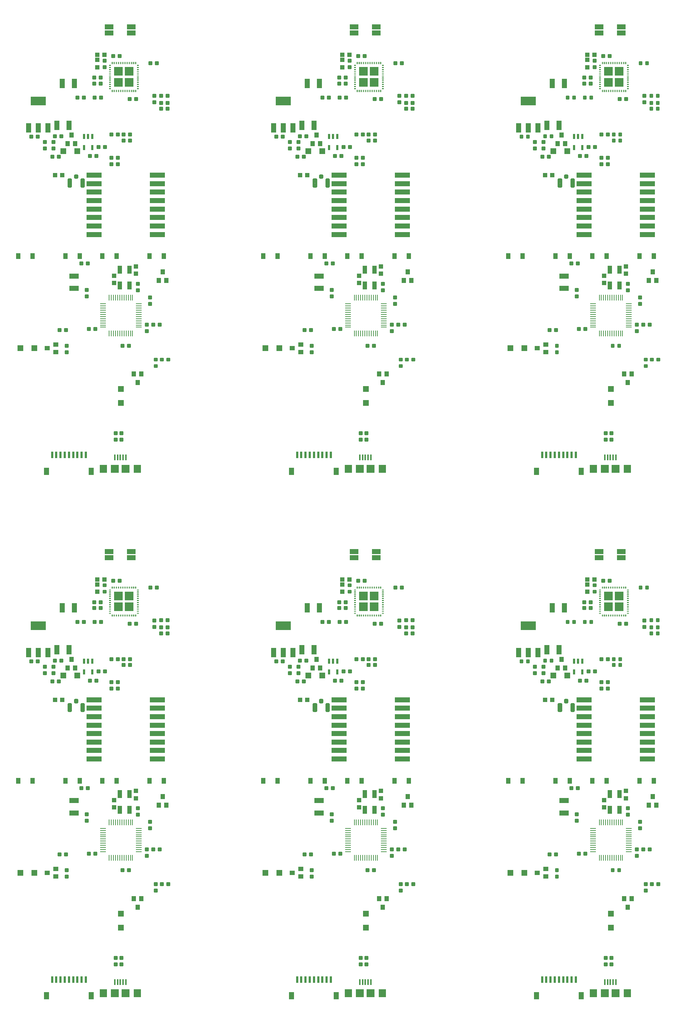
<source format=gbr>
G04 EAGLE Gerber X2 export*
%TF.Part,Single*%
%TF.FileFunction,Paste,Top*%
%TF.FilePolarity,Positive*%
%TF.GenerationSoftware,Autodesk,EAGLE,8.7.0*%
%TF.CreationDate,2018-07-10T16:53:39Z*%
G75*
%MOMM*%
%FSLAX34Y34*%
%LPD*%
%AMOC8*
5,1,8,0,0,1.08239X$1,22.5*%
G01*
%ADD10C,0.222250*%
%ADD11R,2.150000X1.250000*%
%ADD12R,3.600000X1.200000*%
%ADD13R,0.279400X1.473200*%
%ADD14R,1.473200X0.279400*%
%ADD15R,1.016000X1.143000*%
%ADD16R,1.143000X1.016000*%
%ADD17R,0.550000X1.200000*%
%ADD18C,0.120000*%
%ADD19R,2.000000X2.000000*%
%ADD20R,1.100000X1.000000*%
%ADD21R,1.080000X1.050000*%
%ADD22R,1.000000X1.400000*%
%ADD23R,0.600000X1.550000*%
%ADD24R,1.200000X1.800000*%
%ADD25R,1.000000X1.100000*%
%ADD26R,1.270000X2.286000*%
%ADD27R,3.556000X2.159000*%
%ADD28R,1.143000X2.286000*%
%ADD29R,2.286000X1.143000*%
%ADD30R,1.397000X1.397000*%
%ADD31C,0.525000*%
%ADD32C,0.500000*%
%ADD33R,1.100000X1.900000*%
%ADD34R,0.350000X1.400000*%
%ADD35R,1.800000X1.900000*%
%ADD36R,1.900000X1.900000*%


D10*
X217964Y890746D02*
X211296Y890746D01*
X211296Y897414D01*
X217964Y897414D01*
X217964Y890746D01*
X217964Y892968D02*
X211296Y892968D01*
X211296Y895190D02*
X217964Y895190D01*
X217964Y897412D02*
X211296Y897412D01*
X226536Y890746D02*
X233204Y890746D01*
X226536Y890746D02*
X226536Y897414D01*
X233204Y897414D01*
X233204Y890746D01*
X233204Y892968D02*
X226536Y892968D01*
X226536Y895190D02*
X233204Y895190D01*
X233204Y897412D02*
X226536Y897412D01*
D11*
X301200Y1060610D03*
X301200Y1046150D03*
X249200Y1060610D03*
X249200Y1046150D03*
D12*
X363290Y570080D03*
X363290Y590080D03*
X213290Y570080D03*
X363290Y610080D03*
X363290Y630080D03*
X363290Y650080D03*
X363290Y670080D03*
X363290Y690080D03*
X363290Y710080D03*
X213290Y590080D03*
X213290Y610080D03*
X213290Y630080D03*
X213290Y650080D03*
X213290Y670080D03*
X213290Y690080D03*
X213290Y710080D03*
D13*
X304292Y420624D03*
X299466Y420624D03*
X294386Y420624D03*
X289306Y420624D03*
X284480Y420624D03*
X279400Y420624D03*
X274320Y420624D03*
X269240Y420624D03*
X264414Y420624D03*
X259334Y420624D03*
X254254Y420624D03*
X249428Y420624D03*
D14*
X234696Y405892D03*
X234696Y401066D03*
X234696Y395986D03*
X234696Y390906D03*
X234696Y386080D03*
X234696Y381000D03*
X234696Y375920D03*
X234696Y370840D03*
X234696Y366014D03*
X234696Y360934D03*
X234696Y355854D03*
X234696Y351028D03*
D13*
X249428Y336296D03*
X254254Y336296D03*
X259334Y336296D03*
X264414Y336296D03*
X269240Y336296D03*
X274320Y336296D03*
X279400Y336296D03*
X284480Y336296D03*
X289306Y336296D03*
X294386Y336296D03*
X299466Y336296D03*
X304292Y336296D03*
D14*
X319024Y351028D03*
X319024Y355854D03*
X319024Y360934D03*
X319024Y366014D03*
X319024Y370840D03*
X319024Y375920D03*
X319024Y381000D03*
X319024Y386080D03*
X319024Y390906D03*
X319024Y395986D03*
X319024Y401066D03*
X319024Y405892D03*
D10*
X281210Y88424D02*
X281210Y81756D01*
X274542Y81756D01*
X274542Y88424D01*
X281210Y88424D01*
X281210Y83978D02*
X274542Y83978D01*
X274542Y86200D02*
X281210Y86200D01*
X281210Y88422D02*
X274542Y88422D01*
X281210Y96996D02*
X281210Y103664D01*
X281210Y96996D02*
X274542Y96996D01*
X274542Y103664D01*
X281210Y103664D01*
X281210Y99218D02*
X274542Y99218D01*
X274542Y101440D02*
X281210Y101440D01*
X281210Y103662D02*
X274542Y103662D01*
X267240Y88424D02*
X267240Y81756D01*
X260572Y81756D01*
X260572Y88424D01*
X267240Y88424D01*
X267240Y83978D02*
X260572Y83978D01*
X260572Y86200D02*
X267240Y86200D01*
X267240Y88422D02*
X260572Y88422D01*
X267240Y96996D02*
X267240Y103664D01*
X267240Y96996D02*
X260572Y96996D01*
X260572Y103664D01*
X267240Y103664D01*
X267240Y99218D02*
X260572Y99218D01*
X260572Y101440D02*
X267240Y101440D01*
X267240Y103662D02*
X260572Y103662D01*
X277336Y304006D02*
X284004Y304006D01*
X277336Y304006D02*
X277336Y310674D01*
X284004Y310674D01*
X284004Y304006D01*
X284004Y306228D02*
X277336Y306228D01*
X277336Y308450D02*
X284004Y308450D01*
X284004Y310672D02*
X277336Y310672D01*
X292576Y304006D02*
X299244Y304006D01*
X292576Y304006D02*
X292576Y310674D01*
X299244Y310674D01*
X299244Y304006D01*
X299244Y306228D02*
X292576Y306228D01*
X292576Y308450D02*
X299244Y308450D01*
X299244Y310672D02*
X292576Y310672D01*
D15*
X316738Y219710D03*
X307848Y240030D03*
X325628Y240030D03*
D16*
X102870Y300990D03*
X123190Y309880D03*
X123190Y292100D03*
D17*
X208890Y801671D03*
X199390Y801671D03*
X189890Y801671D03*
X189890Y775669D03*
X208890Y775669D03*
D10*
X235680Y780574D02*
X242348Y780574D01*
X242348Y773906D01*
X235680Y773906D01*
X235680Y780574D01*
X235680Y776128D02*
X242348Y776128D01*
X242348Y778350D02*
X235680Y778350D01*
X235680Y780572D02*
X242348Y780572D01*
X227108Y780574D02*
X220440Y780574D01*
X227108Y780574D02*
X227108Y773906D01*
X220440Y773906D01*
X220440Y780574D01*
X220440Y776128D02*
X227108Y776128D01*
X227108Y778350D02*
X220440Y778350D01*
X220440Y780572D02*
X227108Y780572D01*
D15*
X160020Y805180D03*
X168910Y784860D03*
X151130Y784860D03*
D10*
X215106Y758984D02*
X221774Y758984D01*
X221774Y752316D01*
X215106Y752316D01*
X215106Y758984D01*
X215106Y754538D02*
X221774Y754538D01*
X221774Y756760D02*
X215106Y756760D01*
X215106Y758982D02*
X221774Y758982D01*
X206534Y758984D02*
X199866Y758984D01*
X206534Y758984D02*
X206534Y752316D01*
X199866Y752316D01*
X199866Y758984D01*
X199866Y754538D02*
X206534Y754538D01*
X206534Y756760D02*
X199866Y756760D01*
X199866Y758982D02*
X206534Y758982D01*
X132620Y757460D02*
X125952Y757460D01*
X132620Y757460D02*
X132620Y750792D01*
X125952Y750792D01*
X125952Y757460D01*
X125952Y753014D02*
X132620Y753014D01*
X132620Y755236D02*
X125952Y755236D01*
X125952Y757458D02*
X132620Y757458D01*
X117380Y757460D02*
X110712Y757460D01*
X117380Y757460D02*
X117380Y750792D01*
X110712Y750792D01*
X110712Y757460D01*
X110712Y753014D02*
X117380Y753014D01*
X117380Y755236D02*
X110712Y755236D01*
X110712Y757458D02*
X117380Y757458D01*
X132556Y805974D02*
X139224Y805974D01*
X139224Y799306D01*
X132556Y799306D01*
X132556Y805974D01*
X132556Y801528D02*
X139224Y801528D01*
X139224Y803750D02*
X132556Y803750D01*
X132556Y805972D02*
X139224Y805972D01*
X123984Y805974D02*
X117316Y805974D01*
X123984Y805974D02*
X123984Y799306D01*
X117316Y799306D01*
X117316Y805974D01*
X117316Y801528D02*
X123984Y801528D01*
X123984Y803750D02*
X117316Y803750D01*
X117316Y805972D02*
X123984Y805972D01*
X113506Y792004D02*
X113506Y785336D01*
X113506Y792004D02*
X120174Y792004D01*
X120174Y785336D01*
X113506Y785336D01*
X113506Y787558D02*
X120174Y787558D01*
X120174Y789780D02*
X113506Y789780D01*
X113506Y792002D02*
X120174Y792002D01*
X113506Y776764D02*
X113506Y770096D01*
X113506Y776764D02*
X120174Y776764D01*
X120174Y770096D01*
X113506Y770096D01*
X113506Y772318D02*
X120174Y772318D01*
X120174Y774540D02*
X113506Y774540D01*
X113506Y776762D02*
X120174Y776762D01*
X93186Y785336D02*
X93186Y792004D01*
X99854Y792004D01*
X99854Y785336D01*
X93186Y785336D01*
X93186Y787558D02*
X99854Y787558D01*
X99854Y789780D02*
X93186Y789780D01*
X93186Y792002D02*
X99854Y792002D01*
X93186Y776764D02*
X93186Y770096D01*
X93186Y776764D02*
X99854Y776764D01*
X99854Y770096D01*
X93186Y770096D01*
X93186Y772318D02*
X99854Y772318D01*
X99854Y774540D02*
X93186Y774540D01*
X93186Y776762D02*
X99854Y776762D01*
X83344Y804704D02*
X76676Y804704D01*
X83344Y804704D02*
X83344Y798036D01*
X76676Y798036D01*
X76676Y804704D01*
X76676Y800258D02*
X83344Y800258D01*
X83344Y802480D02*
X76676Y802480D01*
X76676Y804702D02*
X83344Y804702D01*
X68104Y804704D02*
X61436Y804704D01*
X68104Y804704D02*
X68104Y798036D01*
X61436Y798036D01*
X61436Y804704D01*
X61436Y800258D02*
X68104Y800258D01*
X68104Y802480D02*
X61436Y802480D01*
X61436Y804702D02*
X68104Y804702D01*
X170656Y890746D02*
X177324Y890746D01*
X170656Y890746D02*
X170656Y897414D01*
X177324Y897414D01*
X177324Y890746D01*
X177324Y892968D02*
X170656Y892968D01*
X170656Y895190D02*
X177324Y895190D01*
X177324Y897412D02*
X170656Y897412D01*
X185896Y890746D02*
X192564Y890746D01*
X185896Y890746D02*
X185896Y897414D01*
X192564Y897414D01*
X192564Y890746D01*
X192564Y892968D02*
X185896Y892968D01*
X185896Y895190D02*
X192564Y895190D01*
X192564Y897412D02*
X185896Y897412D01*
X272574Y739934D02*
X272574Y733266D01*
X265906Y733266D01*
X265906Y739934D01*
X272574Y739934D01*
X272574Y735488D02*
X265906Y735488D01*
X265906Y737710D02*
X272574Y737710D01*
X272574Y739932D02*
X265906Y739932D01*
X272574Y748506D02*
X272574Y755174D01*
X272574Y748506D02*
X265906Y748506D01*
X265906Y755174D01*
X272574Y755174D01*
X272574Y750728D02*
X265906Y750728D01*
X265906Y752950D02*
X272574Y752950D01*
X272574Y755172D02*
X265906Y755172D01*
X257334Y739934D02*
X257334Y733266D01*
X250666Y733266D01*
X250666Y739934D01*
X257334Y739934D01*
X257334Y735488D02*
X250666Y735488D01*
X250666Y737710D02*
X257334Y737710D01*
X257334Y739932D02*
X250666Y739932D01*
X257334Y748506D02*
X257334Y755174D01*
X257334Y748506D02*
X250666Y748506D01*
X250666Y755174D01*
X257334Y755174D01*
X257334Y750728D02*
X250666Y750728D01*
X250666Y752950D02*
X257334Y752950D01*
X257334Y755172D02*
X250666Y755172D01*
X319754Y442024D02*
X319754Y435356D01*
X313086Y435356D01*
X313086Y442024D01*
X319754Y442024D01*
X319754Y437578D02*
X313086Y437578D01*
X313086Y439800D02*
X319754Y439800D01*
X319754Y442022D02*
X313086Y442022D01*
X319754Y450596D02*
X319754Y457264D01*
X319754Y450596D02*
X313086Y450596D01*
X313086Y457264D01*
X319754Y457264D01*
X319754Y452818D02*
X313086Y452818D01*
X313086Y455040D02*
X319754Y455040D01*
X319754Y457262D02*
X313086Y457262D01*
X219234Y350044D02*
X212566Y350044D01*
X219234Y350044D02*
X219234Y343376D01*
X212566Y343376D01*
X212566Y350044D01*
X212566Y345598D02*
X219234Y345598D01*
X219234Y347820D02*
X212566Y347820D01*
X212566Y350042D02*
X219234Y350042D01*
X203994Y350044D02*
X197326Y350044D01*
X203994Y350044D02*
X203994Y343376D01*
X197326Y343376D01*
X197326Y350044D01*
X197326Y345598D02*
X203994Y345598D01*
X203994Y347820D02*
X197326Y347820D01*
X197326Y350042D02*
X203994Y350042D01*
D18*
X248943Y969194D02*
X252493Y969194D01*
X248943Y969194D02*
X248943Y970994D01*
X252493Y970994D01*
X252493Y969194D01*
X252493Y970393D02*
X248943Y970393D01*
X248943Y964194D02*
X252493Y964194D01*
X248943Y964194D02*
X248943Y965994D01*
X252493Y965994D01*
X252493Y964194D01*
X252493Y965393D02*
X248943Y965393D01*
X248943Y959194D02*
X252493Y959194D01*
X248943Y959194D02*
X248943Y960994D01*
X252493Y960994D01*
X252493Y959194D01*
X252493Y960393D02*
X248943Y960393D01*
X248943Y954194D02*
X252493Y954194D01*
X248943Y954194D02*
X248943Y955994D01*
X252493Y955994D01*
X252493Y954194D01*
X252493Y955393D02*
X248943Y955393D01*
X248943Y949194D02*
X252493Y949194D01*
X248943Y949194D02*
X248943Y950994D01*
X252493Y950994D01*
X252493Y949194D01*
X252493Y950393D02*
X248943Y950393D01*
X248943Y944194D02*
X252493Y944194D01*
X248943Y944194D02*
X248943Y945994D01*
X252493Y945994D01*
X252493Y944194D01*
X252493Y945393D02*
X248943Y945393D01*
X248943Y939194D02*
X252493Y939194D01*
X248943Y939194D02*
X248943Y940994D01*
X252493Y940994D01*
X252493Y939194D01*
X252493Y940393D02*
X248943Y940393D01*
X248943Y934194D02*
X252493Y934194D01*
X248943Y934194D02*
X248943Y935994D01*
X252493Y935994D01*
X252493Y934194D01*
X252493Y935393D02*
X248943Y935393D01*
X248943Y929194D02*
X252493Y929194D01*
X248943Y929194D02*
X248943Y930994D01*
X252493Y930994D01*
X252493Y929194D01*
X252493Y930393D02*
X248943Y930393D01*
X248943Y924194D02*
X252493Y924194D01*
X248943Y924194D02*
X248943Y925994D01*
X252493Y925994D01*
X252493Y924194D01*
X252493Y925393D02*
X248943Y925393D01*
X248943Y919194D02*
X252493Y919194D01*
X248943Y919194D02*
X248943Y920994D01*
X252493Y920994D01*
X252493Y919194D01*
X252493Y920393D02*
X248943Y920393D01*
X248943Y914194D02*
X252493Y914194D01*
X248943Y914194D02*
X248943Y915994D01*
X252493Y915994D01*
X252493Y914194D01*
X252493Y915393D02*
X248943Y915393D01*
X257118Y911369D02*
X257118Y907819D01*
X255318Y907819D01*
X255318Y911369D01*
X257118Y911369D01*
X257118Y909018D02*
X255318Y909018D01*
X255318Y910217D02*
X257118Y910217D01*
X262118Y911369D02*
X262118Y907819D01*
X260318Y907819D01*
X260318Y911369D01*
X262118Y911369D01*
X262118Y909018D02*
X260318Y909018D01*
X260318Y910217D02*
X262118Y910217D01*
X267118Y911369D02*
X267118Y907819D01*
X265318Y907819D01*
X265318Y911369D01*
X267118Y911369D01*
X267118Y909018D02*
X265318Y909018D01*
X265318Y910217D02*
X267118Y910217D01*
X272118Y911369D02*
X272118Y907819D01*
X270318Y907819D01*
X270318Y911369D01*
X272118Y911369D01*
X272118Y909018D02*
X270318Y909018D01*
X270318Y910217D02*
X272118Y910217D01*
X277118Y911369D02*
X277118Y907819D01*
X275318Y907819D01*
X275318Y911369D01*
X277118Y911369D01*
X277118Y909018D02*
X275318Y909018D01*
X275318Y910217D02*
X277118Y910217D01*
X282118Y911369D02*
X282118Y907819D01*
X280318Y907819D01*
X280318Y911369D01*
X282118Y911369D01*
X282118Y909018D02*
X280318Y909018D01*
X280318Y910217D02*
X282118Y910217D01*
X287118Y911369D02*
X287118Y907819D01*
X285318Y907819D01*
X285318Y911369D01*
X287118Y911369D01*
X287118Y909018D02*
X285318Y909018D01*
X285318Y910217D02*
X287118Y910217D01*
X292118Y911369D02*
X292118Y907819D01*
X290318Y907819D01*
X290318Y911369D01*
X292118Y911369D01*
X292118Y909018D02*
X290318Y909018D01*
X290318Y910217D02*
X292118Y910217D01*
X297118Y911369D02*
X297118Y907819D01*
X295318Y907819D01*
X295318Y911369D01*
X297118Y911369D01*
X297118Y909018D02*
X295318Y909018D01*
X295318Y910217D02*
X297118Y910217D01*
X302118Y911369D02*
X302118Y907819D01*
X300318Y907819D01*
X300318Y911369D01*
X302118Y911369D01*
X302118Y909018D02*
X300318Y909018D01*
X300318Y910217D02*
X302118Y910217D01*
X307118Y911369D02*
X307118Y907819D01*
X305318Y907819D01*
X305318Y911369D01*
X307118Y911369D01*
X307118Y909018D02*
X305318Y909018D01*
X305318Y910217D02*
X307118Y910217D01*
X312118Y911369D02*
X312118Y907819D01*
X310318Y907819D01*
X310318Y911369D01*
X312118Y911369D01*
X312118Y909018D02*
X310318Y909018D01*
X310318Y910217D02*
X312118Y910217D01*
X314943Y914194D02*
X318493Y914194D01*
X314943Y914194D02*
X314943Y915994D01*
X318493Y915994D01*
X318493Y914194D01*
X318493Y915393D02*
X314943Y915393D01*
X314943Y919194D02*
X318493Y919194D01*
X314943Y919194D02*
X314943Y920994D01*
X318493Y920994D01*
X318493Y919194D01*
X318493Y920393D02*
X314943Y920393D01*
X314943Y924194D02*
X318493Y924194D01*
X314943Y924194D02*
X314943Y925994D01*
X318493Y925994D01*
X318493Y924194D01*
X318493Y925393D02*
X314943Y925393D01*
X314943Y929194D02*
X318493Y929194D01*
X314943Y929194D02*
X314943Y930994D01*
X318493Y930994D01*
X318493Y929194D01*
X318493Y930393D02*
X314943Y930393D01*
X314943Y934194D02*
X318493Y934194D01*
X314943Y934194D02*
X314943Y935994D01*
X318493Y935994D01*
X318493Y934194D01*
X318493Y935393D02*
X314943Y935393D01*
X314943Y939194D02*
X318493Y939194D01*
X314943Y939194D02*
X314943Y940994D01*
X318493Y940994D01*
X318493Y939194D01*
X318493Y940393D02*
X314943Y940393D01*
X314943Y944194D02*
X318493Y944194D01*
X314943Y944194D02*
X314943Y945994D01*
X318493Y945994D01*
X318493Y944194D01*
X318493Y945393D02*
X314943Y945393D01*
X314943Y949194D02*
X318493Y949194D01*
X314943Y949194D02*
X314943Y950994D01*
X318493Y950994D01*
X318493Y949194D01*
X318493Y950393D02*
X314943Y950393D01*
X314943Y954194D02*
X318493Y954194D01*
X314943Y954194D02*
X314943Y955994D01*
X318493Y955994D01*
X318493Y954194D01*
X318493Y955393D02*
X314943Y955393D01*
X314943Y959194D02*
X318493Y959194D01*
X314943Y959194D02*
X314943Y960994D01*
X318493Y960994D01*
X318493Y959194D01*
X318493Y960393D02*
X314943Y960393D01*
X314943Y964194D02*
X318493Y964194D01*
X314943Y964194D02*
X314943Y965994D01*
X318493Y965994D01*
X318493Y964194D01*
X318493Y965393D02*
X314943Y965393D01*
X314943Y969194D02*
X318493Y969194D01*
X314943Y969194D02*
X314943Y970994D01*
X318493Y970994D01*
X318493Y969194D01*
X318493Y970393D02*
X314943Y970393D01*
X312118Y973819D02*
X312118Y977369D01*
X312118Y973819D02*
X310318Y973819D01*
X310318Y977369D01*
X312118Y977369D01*
X312118Y975018D02*
X310318Y975018D01*
X310318Y976217D02*
X312118Y976217D01*
X307118Y977369D02*
X307118Y973819D01*
X305318Y973819D01*
X305318Y977369D01*
X307118Y977369D01*
X307118Y975018D02*
X305318Y975018D01*
X305318Y976217D02*
X307118Y976217D01*
X302118Y977369D02*
X302118Y973819D01*
X300318Y973819D01*
X300318Y977369D01*
X302118Y977369D01*
X302118Y975018D02*
X300318Y975018D01*
X300318Y976217D02*
X302118Y976217D01*
X297118Y977369D02*
X297118Y973819D01*
X295318Y973819D01*
X295318Y977369D01*
X297118Y977369D01*
X297118Y975018D02*
X295318Y975018D01*
X295318Y976217D02*
X297118Y976217D01*
X292118Y977369D02*
X292118Y973819D01*
X290318Y973819D01*
X290318Y977369D01*
X292118Y977369D01*
X292118Y975018D02*
X290318Y975018D01*
X290318Y976217D02*
X292118Y976217D01*
X287118Y977369D02*
X287118Y973819D01*
X285318Y973819D01*
X285318Y977369D01*
X287118Y977369D01*
X287118Y975018D02*
X285318Y975018D01*
X285318Y976217D02*
X287118Y976217D01*
X282118Y977369D02*
X282118Y973819D01*
X280318Y973819D01*
X280318Y977369D01*
X282118Y977369D01*
X282118Y975018D02*
X280318Y975018D01*
X280318Y976217D02*
X282118Y976217D01*
X277118Y977369D02*
X277118Y973819D01*
X275318Y973819D01*
X275318Y977369D01*
X277118Y977369D01*
X277118Y975018D02*
X275318Y975018D01*
X275318Y976217D02*
X277118Y976217D01*
X272118Y977369D02*
X272118Y973819D01*
X270318Y973819D01*
X270318Y977369D01*
X272118Y977369D01*
X272118Y975018D02*
X270318Y975018D01*
X270318Y976217D02*
X272118Y976217D01*
X267118Y977369D02*
X267118Y973819D01*
X265318Y973819D01*
X265318Y977369D01*
X267118Y977369D01*
X267118Y975018D02*
X265318Y975018D01*
X265318Y976217D02*
X267118Y976217D01*
X262118Y977369D02*
X262118Y973819D01*
X260318Y973819D01*
X260318Y977369D01*
X262118Y977369D01*
X262118Y975018D02*
X260318Y975018D01*
X260318Y976217D02*
X262118Y976217D01*
X257118Y977369D02*
X257118Y973819D01*
X255318Y973819D01*
X255318Y977369D01*
X257118Y977369D01*
X257118Y975018D02*
X255318Y975018D01*
X255318Y976217D02*
X257118Y976217D01*
D19*
X270718Y955594D03*
X270718Y929594D03*
X296718Y929594D03*
X296718Y955594D03*
D10*
X231934Y944404D02*
X225266Y944404D01*
X231934Y944404D02*
X231934Y937736D01*
X225266Y937736D01*
X225266Y944404D01*
X225266Y939958D02*
X231934Y939958D01*
X231934Y942180D02*
X225266Y942180D01*
X225266Y944402D02*
X231934Y944402D01*
X216694Y944404D02*
X210026Y944404D01*
X216694Y944404D02*
X216694Y937736D01*
X210026Y937736D01*
X210026Y944404D01*
X210026Y939958D02*
X216694Y939958D01*
X216694Y942180D02*
X210026Y942180D01*
X210026Y944402D02*
X216694Y944402D01*
X225266Y930434D02*
X231934Y930434D01*
X231934Y923766D01*
X225266Y923766D01*
X225266Y930434D01*
X225266Y925988D02*
X231934Y925988D01*
X231934Y928210D02*
X225266Y928210D01*
X225266Y930432D02*
X231934Y930432D01*
X216694Y930434D02*
X210026Y930434D01*
X216694Y930434D02*
X216694Y923766D01*
X210026Y923766D01*
X210026Y930434D01*
X210026Y925988D02*
X216694Y925988D01*
X216694Y928210D02*
X210026Y928210D01*
X210026Y930432D02*
X216694Y930432D01*
D20*
X237862Y994664D03*
X220862Y994664D03*
D10*
X234664Y984536D02*
X234664Y977868D01*
X234664Y984536D02*
X241332Y984536D01*
X241332Y977868D01*
X234664Y977868D01*
X234664Y980090D02*
X241332Y980090D01*
X241332Y982312D02*
X234664Y982312D01*
X234664Y984534D02*
X241332Y984534D01*
X234664Y969296D02*
X234664Y962628D01*
X234664Y969296D02*
X241332Y969296D01*
X241332Y962628D01*
X234664Y962628D01*
X234664Y964850D02*
X241332Y964850D01*
X241332Y967072D02*
X234664Y967072D01*
X234664Y969294D02*
X241332Y969294D01*
D21*
X220980Y965340D03*
X220980Y982840D03*
D10*
X368776Y878046D02*
X375444Y878046D01*
X368776Y878046D02*
X368776Y884714D01*
X375444Y884714D01*
X375444Y878046D01*
X375444Y880268D02*
X368776Y880268D01*
X368776Y882490D02*
X375444Y882490D01*
X375444Y884712D02*
X368776Y884712D01*
X384016Y878046D02*
X390684Y878046D01*
X384016Y878046D02*
X384016Y884714D01*
X390684Y884714D01*
X390684Y878046D01*
X390684Y880268D02*
X384016Y880268D01*
X384016Y882490D02*
X390684Y882490D01*
X390684Y884712D02*
X384016Y884712D01*
D22*
X33900Y518830D03*
X67900Y518830D03*
X179860Y518830D03*
X145860Y518830D03*
X266890Y518930D03*
X232890Y518930D03*
X344450Y518830D03*
X378450Y518830D03*
D15*
X375920Y481330D03*
X384810Y461010D03*
X367030Y461010D03*
D10*
X186214Y498316D02*
X179546Y498316D01*
X179546Y504984D01*
X186214Y504984D01*
X186214Y498316D01*
X186214Y500538D02*
X179546Y500538D01*
X179546Y502760D02*
X186214Y502760D01*
X186214Y504982D02*
X179546Y504982D01*
X194786Y498316D02*
X201454Y498316D01*
X194786Y498316D02*
X194786Y504984D01*
X201454Y504984D01*
X201454Y498316D01*
X201454Y500538D02*
X194786Y500538D01*
X194786Y502760D02*
X201454Y502760D01*
X201454Y504982D02*
X194786Y504982D01*
D23*
X193990Y49020D03*
X183990Y49020D03*
X173990Y49020D03*
X163990Y49020D03*
X153990Y49020D03*
X143990Y49020D03*
D24*
X206990Y10270D03*
X100990Y10270D03*
D23*
X133990Y49020D03*
X123990Y49020D03*
X113990Y49020D03*
D10*
X198914Y420846D02*
X198914Y427514D01*
X198914Y420846D02*
X192246Y420846D01*
X192246Y427514D01*
X198914Y427514D01*
X198914Y423068D02*
X192246Y423068D01*
X192246Y425290D02*
X198914Y425290D01*
X198914Y427512D02*
X192246Y427512D01*
X198914Y436086D02*
X198914Y442754D01*
X198914Y436086D02*
X192246Y436086D01*
X192246Y442754D01*
X198914Y442754D01*
X198914Y438308D02*
X192246Y438308D01*
X192246Y440530D02*
X198914Y440530D01*
X198914Y442752D02*
X192246Y442752D01*
X342106Y424974D02*
X342106Y418306D01*
X342106Y424974D02*
X348774Y424974D01*
X348774Y418306D01*
X342106Y418306D01*
X342106Y420528D02*
X348774Y420528D01*
X348774Y422750D02*
X342106Y422750D01*
X342106Y424972D02*
X348774Y424972D01*
X342106Y409734D02*
X342106Y403066D01*
X342106Y409734D02*
X348774Y409734D01*
X348774Y403066D01*
X342106Y403066D01*
X342106Y405288D02*
X348774Y405288D01*
X348774Y407510D02*
X342106Y407510D01*
X342106Y409732D02*
X348774Y409732D01*
D25*
X121040Y709930D03*
X138040Y709930D03*
D10*
X293576Y887206D02*
X300244Y887206D01*
X293576Y887206D02*
X293576Y893874D01*
X300244Y893874D01*
X300244Y887206D01*
X300244Y889428D02*
X293576Y889428D01*
X293576Y891650D02*
X300244Y891650D01*
X300244Y893872D02*
X293576Y893872D01*
X308816Y887206D02*
X315484Y887206D01*
X308816Y887206D02*
X308816Y893874D01*
X315484Y893874D01*
X315484Y887206D01*
X315484Y889428D02*
X308816Y889428D01*
X308816Y891650D02*
X315484Y891650D01*
X315484Y893872D02*
X308816Y893872D01*
X276892Y995204D02*
X270224Y995204D01*
X276892Y995204D02*
X276892Y988536D01*
X270224Y988536D01*
X270224Y995204D01*
X270224Y990758D02*
X276892Y990758D01*
X276892Y992980D02*
X270224Y992980D01*
X270224Y995202D02*
X276892Y995202D01*
X261652Y995204D02*
X254984Y995204D01*
X261652Y995204D02*
X261652Y988536D01*
X254984Y988536D01*
X254984Y995204D01*
X254984Y990758D02*
X261652Y990758D01*
X261652Y992980D02*
X254984Y992980D01*
X254984Y995202D02*
X261652Y995202D01*
X343376Y972026D02*
X350044Y972026D01*
X343376Y972026D02*
X343376Y978694D01*
X350044Y978694D01*
X350044Y972026D01*
X350044Y974248D02*
X343376Y974248D01*
X343376Y976470D02*
X350044Y976470D01*
X350044Y978692D02*
X343376Y978692D01*
X358616Y972026D02*
X365284Y972026D01*
X358616Y972026D02*
X358616Y978694D01*
X365284Y978694D01*
X365284Y972026D01*
X365284Y974248D02*
X358616Y974248D01*
X358616Y976470D02*
X365284Y976470D01*
X365284Y978692D02*
X358616Y978692D01*
X368776Y895191D02*
X375444Y895191D01*
X368776Y895191D02*
X368776Y901859D01*
X375444Y901859D01*
X375444Y895191D01*
X375444Y897413D02*
X368776Y897413D01*
X368776Y899635D02*
X375444Y899635D01*
X375444Y901857D02*
X368776Y901857D01*
X384016Y895191D02*
X390684Y895191D01*
X384016Y895191D02*
X384016Y901859D01*
X390684Y901859D01*
X390684Y895191D01*
X390684Y897413D02*
X384016Y897413D01*
X384016Y899635D02*
X390684Y899635D01*
X390684Y901857D02*
X384016Y901857D01*
X272574Y809784D02*
X265906Y809784D01*
X272574Y809784D02*
X272574Y803116D01*
X265906Y803116D01*
X265906Y809784D01*
X265906Y805338D02*
X272574Y805338D01*
X272574Y807560D02*
X265906Y807560D01*
X265906Y809782D02*
X272574Y809782D01*
X257334Y809784D02*
X250666Y809784D01*
X257334Y809784D02*
X257334Y803116D01*
X250666Y803116D01*
X250666Y809784D01*
X250666Y805338D02*
X257334Y805338D01*
X257334Y807560D02*
X250666Y807560D01*
X250666Y809782D02*
X257334Y809782D01*
X295116Y809784D02*
X301784Y809784D01*
X301784Y803116D01*
X295116Y803116D01*
X295116Y809784D01*
X295116Y805338D02*
X301784Y805338D01*
X301784Y807560D02*
X295116Y807560D01*
X295116Y809782D02*
X301784Y809782D01*
X286544Y809784D02*
X279876Y809784D01*
X286544Y809784D02*
X286544Y803116D01*
X279876Y803116D01*
X279876Y809784D01*
X279876Y805338D02*
X286544Y805338D01*
X286544Y807560D02*
X279876Y807560D01*
X279876Y809782D02*
X286544Y809782D01*
X286544Y789146D02*
X279876Y789146D01*
X279876Y795814D01*
X286544Y795814D01*
X286544Y789146D01*
X286544Y791368D02*
X279876Y791368D01*
X279876Y793590D02*
X286544Y793590D01*
X286544Y795812D02*
X279876Y795812D01*
X295116Y789146D02*
X301784Y789146D01*
X295116Y789146D02*
X295116Y795814D01*
X301784Y795814D01*
X301784Y789146D01*
X301784Y791368D02*
X295116Y791368D01*
X295116Y793590D02*
X301784Y793590D01*
X301784Y795812D02*
X295116Y795812D01*
X349726Y353536D02*
X356394Y353536D01*
X349726Y353536D02*
X349726Y360204D01*
X356394Y360204D01*
X356394Y353536D01*
X356394Y355758D02*
X349726Y355758D01*
X349726Y357980D02*
X356394Y357980D01*
X356394Y360202D02*
X349726Y360202D01*
X364966Y353536D02*
X371634Y353536D01*
X364966Y353536D02*
X364966Y360204D01*
X371634Y360204D01*
X371634Y353536D01*
X371634Y355758D02*
X364966Y355758D01*
X364966Y357980D02*
X371634Y357980D01*
X371634Y360202D02*
X364966Y360202D01*
X341154Y344964D02*
X341154Y338296D01*
X334486Y338296D01*
X334486Y344964D01*
X341154Y344964D01*
X341154Y340518D02*
X334486Y340518D01*
X334486Y342740D02*
X341154Y342740D01*
X341154Y344962D02*
X334486Y344962D01*
X341154Y353536D02*
X341154Y360204D01*
X341154Y353536D02*
X334486Y353536D01*
X334486Y360204D01*
X341154Y360204D01*
X341154Y355758D02*
X334486Y355758D01*
X334486Y357980D02*
X341154Y357980D01*
X341154Y360202D02*
X334486Y360202D01*
D26*
X58420Y821690D03*
X81280Y821690D03*
X104140Y821690D03*
D27*
X81280Y885190D03*
D28*
X167005Y927100D03*
X137795Y927100D03*
X125095Y828040D03*
X154305Y828040D03*
D29*
X166370Y471805D03*
X166370Y442595D03*
D10*
X145256Y310674D02*
X145256Y304006D01*
X145256Y310674D02*
X151924Y310674D01*
X151924Y304006D01*
X145256Y304006D01*
X145256Y306228D02*
X151924Y306228D01*
X151924Y308450D02*
X145256Y308450D01*
X145256Y310672D02*
X151924Y310672D01*
X145256Y295434D02*
X145256Y288766D01*
X145256Y295434D02*
X151924Y295434D01*
X151924Y288766D01*
X145256Y288766D01*
X145256Y290988D02*
X151924Y290988D01*
X151924Y293210D02*
X145256Y293210D01*
X145256Y295432D02*
X151924Y295432D01*
X368776Y864076D02*
X375444Y864076D01*
X368776Y864076D02*
X368776Y870744D01*
X375444Y870744D01*
X375444Y864076D01*
X375444Y866298D02*
X368776Y866298D01*
X368776Y868520D02*
X375444Y868520D01*
X375444Y870742D02*
X368776Y870742D01*
X384016Y864076D02*
X390684Y864076D01*
X384016Y864076D02*
X384016Y870744D01*
X390684Y870744D01*
X390684Y864076D01*
X390684Y866298D02*
X384016Y866298D01*
X384016Y868520D02*
X390684Y868520D01*
X390684Y870742D02*
X384016Y870742D01*
X358934Y879316D02*
X358934Y885984D01*
X358934Y879316D02*
X352266Y879316D01*
X352266Y885984D01*
X358934Y885984D01*
X358934Y881538D02*
X352266Y881538D01*
X352266Y883760D02*
X358934Y883760D01*
X358934Y885982D02*
X352266Y885982D01*
X358934Y894556D02*
X358934Y901224D01*
X358934Y894556D02*
X352266Y894556D01*
X352266Y901224D01*
X358934Y901224D01*
X358934Y896778D02*
X352266Y896778D01*
X352266Y899000D02*
X358934Y899000D01*
X358934Y901222D02*
X352266Y901222D01*
D30*
X277114Y171450D03*
X277114Y204470D03*
X39116Y300990D03*
X72136Y300990D03*
X173990Y767080D03*
X140970Y767080D03*
D31*
X183571Y700017D02*
X183571Y683267D01*
X183571Y700017D02*
X188821Y700017D01*
X188821Y683267D01*
X183571Y683267D01*
X183571Y688516D02*
X188821Y688516D01*
X188821Y693765D02*
X183571Y693765D01*
X183571Y699014D02*
X188821Y699014D01*
X153571Y700017D02*
X153571Y683267D01*
X153571Y700017D02*
X158821Y700017D01*
X158821Y683267D01*
X153571Y683267D01*
X153571Y688516D02*
X158821Y688516D01*
X158821Y693765D02*
X153571Y693765D01*
X153571Y699014D02*
X158821Y699014D01*
D32*
X173696Y704132D02*
X173696Y709632D01*
X173696Y704132D02*
X168696Y704132D01*
X168696Y709632D01*
X173696Y709632D01*
X173696Y709131D02*
X168696Y709131D01*
D33*
X274320Y486800D03*
X297320Y449800D03*
X297320Y486800D03*
X274320Y449800D03*
D25*
X260604Y455558D03*
X260604Y472558D03*
X312564Y494446D03*
X312564Y477446D03*
D34*
X262590Y42756D03*
X288590Y42756D03*
X269090Y42756D03*
X275590Y42756D03*
X282090Y42756D03*
D35*
X235590Y16256D03*
X315590Y16256D03*
D36*
X262890Y16256D03*
X288290Y16256D03*
D10*
X355568Y271240D02*
X355568Y277908D01*
X362236Y277908D01*
X362236Y271240D01*
X355568Y271240D01*
X355568Y273462D02*
X362236Y273462D01*
X362236Y275684D02*
X355568Y275684D01*
X355568Y277906D02*
X362236Y277906D01*
X355568Y262668D02*
X355568Y256000D01*
X355568Y262668D02*
X362236Y262668D01*
X362236Y256000D01*
X355568Y256000D01*
X355568Y258222D02*
X362236Y258222D01*
X362236Y260444D02*
X355568Y260444D01*
X355568Y262666D02*
X362236Y262666D01*
X385540Y277908D02*
X392208Y277908D01*
X392208Y271240D01*
X385540Y271240D01*
X385540Y277908D01*
X385540Y273462D02*
X392208Y273462D01*
X392208Y275684D02*
X385540Y275684D01*
X385540Y277906D02*
X392208Y277906D01*
X376968Y277908D02*
X370300Y277908D01*
X376968Y277908D02*
X376968Y271240D01*
X370300Y271240D01*
X370300Y277908D01*
X370300Y273462D02*
X376968Y273462D01*
X376968Y275684D02*
X370300Y275684D01*
X370300Y277906D02*
X376968Y277906D01*
X149892Y348012D02*
X143224Y348012D01*
X149892Y348012D02*
X149892Y341344D01*
X143224Y341344D01*
X143224Y348012D01*
X143224Y343566D02*
X149892Y343566D01*
X149892Y345788D02*
X143224Y345788D01*
X143224Y348010D02*
X149892Y348010D01*
X134652Y348012D02*
X127984Y348012D01*
X134652Y348012D02*
X134652Y341344D01*
X127984Y341344D01*
X127984Y348012D01*
X127984Y343566D02*
X134652Y343566D01*
X134652Y345788D02*
X127984Y345788D01*
X127984Y348010D02*
X134652Y348010D01*
X791296Y890746D02*
X797964Y890746D01*
X791296Y890746D02*
X791296Y897414D01*
X797964Y897414D01*
X797964Y890746D01*
X797964Y892968D02*
X791296Y892968D01*
X791296Y895190D02*
X797964Y895190D01*
X797964Y897412D02*
X791296Y897412D01*
X806536Y890746D02*
X813204Y890746D01*
X806536Y890746D02*
X806536Y897414D01*
X813204Y897414D01*
X813204Y890746D01*
X813204Y892968D02*
X806536Y892968D01*
X806536Y895190D02*
X813204Y895190D01*
X813204Y897412D02*
X806536Y897412D01*
D11*
X881200Y1060610D03*
X881200Y1046150D03*
X829200Y1060610D03*
X829200Y1046150D03*
D12*
X943290Y570080D03*
X943290Y590080D03*
X793290Y570080D03*
X943290Y610080D03*
X943290Y630080D03*
X943290Y650080D03*
X943290Y670080D03*
X943290Y690080D03*
X943290Y710080D03*
X793290Y590080D03*
X793290Y610080D03*
X793290Y630080D03*
X793290Y650080D03*
X793290Y670080D03*
X793290Y690080D03*
X793290Y710080D03*
D13*
X884292Y420624D03*
X879466Y420624D03*
X874386Y420624D03*
X869306Y420624D03*
X864480Y420624D03*
X859400Y420624D03*
X854320Y420624D03*
X849240Y420624D03*
X844414Y420624D03*
X839334Y420624D03*
X834254Y420624D03*
X829428Y420624D03*
D14*
X814696Y405892D03*
X814696Y401066D03*
X814696Y395986D03*
X814696Y390906D03*
X814696Y386080D03*
X814696Y381000D03*
X814696Y375920D03*
X814696Y370840D03*
X814696Y366014D03*
X814696Y360934D03*
X814696Y355854D03*
X814696Y351028D03*
D13*
X829428Y336296D03*
X834254Y336296D03*
X839334Y336296D03*
X844414Y336296D03*
X849240Y336296D03*
X854320Y336296D03*
X859400Y336296D03*
X864480Y336296D03*
X869306Y336296D03*
X874386Y336296D03*
X879466Y336296D03*
X884292Y336296D03*
D14*
X899024Y351028D03*
X899024Y355854D03*
X899024Y360934D03*
X899024Y366014D03*
X899024Y370840D03*
X899024Y375920D03*
X899024Y381000D03*
X899024Y386080D03*
X899024Y390906D03*
X899024Y395986D03*
X899024Y401066D03*
X899024Y405892D03*
D10*
X861210Y88424D02*
X861210Y81756D01*
X854542Y81756D01*
X854542Y88424D01*
X861210Y88424D01*
X861210Y83978D02*
X854542Y83978D01*
X854542Y86200D02*
X861210Y86200D01*
X861210Y88422D02*
X854542Y88422D01*
X861210Y96996D02*
X861210Y103664D01*
X861210Y96996D02*
X854542Y96996D01*
X854542Y103664D01*
X861210Y103664D01*
X861210Y99218D02*
X854542Y99218D01*
X854542Y101440D02*
X861210Y101440D01*
X861210Y103662D02*
X854542Y103662D01*
X847240Y88424D02*
X847240Y81756D01*
X840572Y81756D01*
X840572Y88424D01*
X847240Y88424D01*
X847240Y83978D02*
X840572Y83978D01*
X840572Y86200D02*
X847240Y86200D01*
X847240Y88422D02*
X840572Y88422D01*
X847240Y96996D02*
X847240Y103664D01*
X847240Y96996D02*
X840572Y96996D01*
X840572Y103664D01*
X847240Y103664D01*
X847240Y99218D02*
X840572Y99218D01*
X840572Y101440D02*
X847240Y101440D01*
X847240Y103662D02*
X840572Y103662D01*
X857336Y304006D02*
X864004Y304006D01*
X857336Y304006D02*
X857336Y310674D01*
X864004Y310674D01*
X864004Y304006D01*
X864004Y306228D02*
X857336Y306228D01*
X857336Y308450D02*
X864004Y308450D01*
X864004Y310672D02*
X857336Y310672D01*
X872576Y304006D02*
X879244Y304006D01*
X872576Y304006D02*
X872576Y310674D01*
X879244Y310674D01*
X879244Y304006D01*
X879244Y306228D02*
X872576Y306228D01*
X872576Y308450D02*
X879244Y308450D01*
X879244Y310672D02*
X872576Y310672D01*
D15*
X896738Y219710D03*
X887848Y240030D03*
X905628Y240030D03*
D16*
X682870Y300990D03*
X703190Y309880D03*
X703190Y292100D03*
D17*
X788890Y801671D03*
X779390Y801671D03*
X769890Y801671D03*
X769890Y775669D03*
X788890Y775669D03*
D10*
X815680Y780574D02*
X822348Y780574D01*
X822348Y773906D01*
X815680Y773906D01*
X815680Y780574D01*
X815680Y776128D02*
X822348Y776128D01*
X822348Y778350D02*
X815680Y778350D01*
X815680Y780572D02*
X822348Y780572D01*
X807108Y780574D02*
X800440Y780574D01*
X807108Y780574D02*
X807108Y773906D01*
X800440Y773906D01*
X800440Y780574D01*
X800440Y776128D02*
X807108Y776128D01*
X807108Y778350D02*
X800440Y778350D01*
X800440Y780572D02*
X807108Y780572D01*
D15*
X740020Y805180D03*
X748910Y784860D03*
X731130Y784860D03*
D10*
X795106Y758984D02*
X801774Y758984D01*
X801774Y752316D01*
X795106Y752316D01*
X795106Y758984D01*
X795106Y754538D02*
X801774Y754538D01*
X801774Y756760D02*
X795106Y756760D01*
X795106Y758982D02*
X801774Y758982D01*
X786534Y758984D02*
X779866Y758984D01*
X786534Y758984D02*
X786534Y752316D01*
X779866Y752316D01*
X779866Y758984D01*
X779866Y754538D02*
X786534Y754538D01*
X786534Y756760D02*
X779866Y756760D01*
X779866Y758982D02*
X786534Y758982D01*
X712620Y757460D02*
X705952Y757460D01*
X712620Y757460D02*
X712620Y750792D01*
X705952Y750792D01*
X705952Y757460D01*
X705952Y753014D02*
X712620Y753014D01*
X712620Y755236D02*
X705952Y755236D01*
X705952Y757458D02*
X712620Y757458D01*
X697380Y757460D02*
X690712Y757460D01*
X697380Y757460D02*
X697380Y750792D01*
X690712Y750792D01*
X690712Y757460D01*
X690712Y753014D02*
X697380Y753014D01*
X697380Y755236D02*
X690712Y755236D01*
X690712Y757458D02*
X697380Y757458D01*
X712556Y805974D02*
X719224Y805974D01*
X719224Y799306D01*
X712556Y799306D01*
X712556Y805974D01*
X712556Y801528D02*
X719224Y801528D01*
X719224Y803750D02*
X712556Y803750D01*
X712556Y805972D02*
X719224Y805972D01*
X703984Y805974D02*
X697316Y805974D01*
X703984Y805974D02*
X703984Y799306D01*
X697316Y799306D01*
X697316Y805974D01*
X697316Y801528D02*
X703984Y801528D01*
X703984Y803750D02*
X697316Y803750D01*
X697316Y805972D02*
X703984Y805972D01*
X693506Y792004D02*
X693506Y785336D01*
X693506Y792004D02*
X700174Y792004D01*
X700174Y785336D01*
X693506Y785336D01*
X693506Y787558D02*
X700174Y787558D01*
X700174Y789780D02*
X693506Y789780D01*
X693506Y792002D02*
X700174Y792002D01*
X693506Y776764D02*
X693506Y770096D01*
X693506Y776764D02*
X700174Y776764D01*
X700174Y770096D01*
X693506Y770096D01*
X693506Y772318D02*
X700174Y772318D01*
X700174Y774540D02*
X693506Y774540D01*
X693506Y776762D02*
X700174Y776762D01*
X673186Y785336D02*
X673186Y792004D01*
X679854Y792004D01*
X679854Y785336D01*
X673186Y785336D01*
X673186Y787558D02*
X679854Y787558D01*
X679854Y789780D02*
X673186Y789780D01*
X673186Y792002D02*
X679854Y792002D01*
X673186Y776764D02*
X673186Y770096D01*
X673186Y776764D02*
X679854Y776764D01*
X679854Y770096D01*
X673186Y770096D01*
X673186Y772318D02*
X679854Y772318D01*
X679854Y774540D02*
X673186Y774540D01*
X673186Y776762D02*
X679854Y776762D01*
X663344Y804704D02*
X656676Y804704D01*
X663344Y804704D02*
X663344Y798036D01*
X656676Y798036D01*
X656676Y804704D01*
X656676Y800258D02*
X663344Y800258D01*
X663344Y802480D02*
X656676Y802480D01*
X656676Y804702D02*
X663344Y804702D01*
X648104Y804704D02*
X641436Y804704D01*
X648104Y804704D02*
X648104Y798036D01*
X641436Y798036D01*
X641436Y804704D01*
X641436Y800258D02*
X648104Y800258D01*
X648104Y802480D02*
X641436Y802480D01*
X641436Y804702D02*
X648104Y804702D01*
X750656Y890746D02*
X757324Y890746D01*
X750656Y890746D02*
X750656Y897414D01*
X757324Y897414D01*
X757324Y890746D01*
X757324Y892968D02*
X750656Y892968D01*
X750656Y895190D02*
X757324Y895190D01*
X757324Y897412D02*
X750656Y897412D01*
X765896Y890746D02*
X772564Y890746D01*
X765896Y890746D02*
X765896Y897414D01*
X772564Y897414D01*
X772564Y890746D01*
X772564Y892968D02*
X765896Y892968D01*
X765896Y895190D02*
X772564Y895190D01*
X772564Y897412D02*
X765896Y897412D01*
X852574Y739934D02*
X852574Y733266D01*
X845906Y733266D01*
X845906Y739934D01*
X852574Y739934D01*
X852574Y735488D02*
X845906Y735488D01*
X845906Y737710D02*
X852574Y737710D01*
X852574Y739932D02*
X845906Y739932D01*
X852574Y748506D02*
X852574Y755174D01*
X852574Y748506D02*
X845906Y748506D01*
X845906Y755174D01*
X852574Y755174D01*
X852574Y750728D02*
X845906Y750728D01*
X845906Y752950D02*
X852574Y752950D01*
X852574Y755172D02*
X845906Y755172D01*
X837334Y739934D02*
X837334Y733266D01*
X830666Y733266D01*
X830666Y739934D01*
X837334Y739934D01*
X837334Y735488D02*
X830666Y735488D01*
X830666Y737710D02*
X837334Y737710D01*
X837334Y739932D02*
X830666Y739932D01*
X837334Y748506D02*
X837334Y755174D01*
X837334Y748506D02*
X830666Y748506D01*
X830666Y755174D01*
X837334Y755174D01*
X837334Y750728D02*
X830666Y750728D01*
X830666Y752950D02*
X837334Y752950D01*
X837334Y755172D02*
X830666Y755172D01*
X899754Y442024D02*
X899754Y435356D01*
X893086Y435356D01*
X893086Y442024D01*
X899754Y442024D01*
X899754Y437578D02*
X893086Y437578D01*
X893086Y439800D02*
X899754Y439800D01*
X899754Y442022D02*
X893086Y442022D01*
X899754Y450596D02*
X899754Y457264D01*
X899754Y450596D02*
X893086Y450596D01*
X893086Y457264D01*
X899754Y457264D01*
X899754Y452818D02*
X893086Y452818D01*
X893086Y455040D02*
X899754Y455040D01*
X899754Y457262D02*
X893086Y457262D01*
X799234Y350044D02*
X792566Y350044D01*
X799234Y350044D02*
X799234Y343376D01*
X792566Y343376D01*
X792566Y350044D01*
X792566Y345598D02*
X799234Y345598D01*
X799234Y347820D02*
X792566Y347820D01*
X792566Y350042D02*
X799234Y350042D01*
X783994Y350044D02*
X777326Y350044D01*
X783994Y350044D02*
X783994Y343376D01*
X777326Y343376D01*
X777326Y350044D01*
X777326Y345598D02*
X783994Y345598D01*
X783994Y347820D02*
X777326Y347820D01*
X777326Y350042D02*
X783994Y350042D01*
D18*
X828943Y969194D02*
X832493Y969194D01*
X828943Y969194D02*
X828943Y970994D01*
X832493Y970994D01*
X832493Y969194D01*
X832493Y970393D02*
X828943Y970393D01*
X828943Y964194D02*
X832493Y964194D01*
X828943Y964194D02*
X828943Y965994D01*
X832493Y965994D01*
X832493Y964194D01*
X832493Y965393D02*
X828943Y965393D01*
X828943Y959194D02*
X832493Y959194D01*
X828943Y959194D02*
X828943Y960994D01*
X832493Y960994D01*
X832493Y959194D01*
X832493Y960393D02*
X828943Y960393D01*
X828943Y954194D02*
X832493Y954194D01*
X828943Y954194D02*
X828943Y955994D01*
X832493Y955994D01*
X832493Y954194D01*
X832493Y955393D02*
X828943Y955393D01*
X828943Y949194D02*
X832493Y949194D01*
X828943Y949194D02*
X828943Y950994D01*
X832493Y950994D01*
X832493Y949194D01*
X832493Y950393D02*
X828943Y950393D01*
X828943Y944194D02*
X832493Y944194D01*
X828943Y944194D02*
X828943Y945994D01*
X832493Y945994D01*
X832493Y944194D01*
X832493Y945393D02*
X828943Y945393D01*
X828943Y939194D02*
X832493Y939194D01*
X828943Y939194D02*
X828943Y940994D01*
X832493Y940994D01*
X832493Y939194D01*
X832493Y940393D02*
X828943Y940393D01*
X828943Y934194D02*
X832493Y934194D01*
X828943Y934194D02*
X828943Y935994D01*
X832493Y935994D01*
X832493Y934194D01*
X832493Y935393D02*
X828943Y935393D01*
X828943Y929194D02*
X832493Y929194D01*
X828943Y929194D02*
X828943Y930994D01*
X832493Y930994D01*
X832493Y929194D01*
X832493Y930393D02*
X828943Y930393D01*
X828943Y924194D02*
X832493Y924194D01*
X828943Y924194D02*
X828943Y925994D01*
X832493Y925994D01*
X832493Y924194D01*
X832493Y925393D02*
X828943Y925393D01*
X828943Y919194D02*
X832493Y919194D01*
X828943Y919194D02*
X828943Y920994D01*
X832493Y920994D01*
X832493Y919194D01*
X832493Y920393D02*
X828943Y920393D01*
X828943Y914194D02*
X832493Y914194D01*
X828943Y914194D02*
X828943Y915994D01*
X832493Y915994D01*
X832493Y914194D01*
X832493Y915393D02*
X828943Y915393D01*
X837118Y911369D02*
X837118Y907819D01*
X835318Y907819D01*
X835318Y911369D01*
X837118Y911369D01*
X837118Y909018D02*
X835318Y909018D01*
X835318Y910217D02*
X837118Y910217D01*
X842118Y911369D02*
X842118Y907819D01*
X840318Y907819D01*
X840318Y911369D01*
X842118Y911369D01*
X842118Y909018D02*
X840318Y909018D01*
X840318Y910217D02*
X842118Y910217D01*
X847118Y911369D02*
X847118Y907819D01*
X845318Y907819D01*
X845318Y911369D01*
X847118Y911369D01*
X847118Y909018D02*
X845318Y909018D01*
X845318Y910217D02*
X847118Y910217D01*
X852118Y911369D02*
X852118Y907819D01*
X850318Y907819D01*
X850318Y911369D01*
X852118Y911369D01*
X852118Y909018D02*
X850318Y909018D01*
X850318Y910217D02*
X852118Y910217D01*
X857118Y911369D02*
X857118Y907819D01*
X855318Y907819D01*
X855318Y911369D01*
X857118Y911369D01*
X857118Y909018D02*
X855318Y909018D01*
X855318Y910217D02*
X857118Y910217D01*
X862118Y911369D02*
X862118Y907819D01*
X860318Y907819D01*
X860318Y911369D01*
X862118Y911369D01*
X862118Y909018D02*
X860318Y909018D01*
X860318Y910217D02*
X862118Y910217D01*
X867118Y911369D02*
X867118Y907819D01*
X865318Y907819D01*
X865318Y911369D01*
X867118Y911369D01*
X867118Y909018D02*
X865318Y909018D01*
X865318Y910217D02*
X867118Y910217D01*
X872118Y911369D02*
X872118Y907819D01*
X870318Y907819D01*
X870318Y911369D01*
X872118Y911369D01*
X872118Y909018D02*
X870318Y909018D01*
X870318Y910217D02*
X872118Y910217D01*
X877118Y911369D02*
X877118Y907819D01*
X875318Y907819D01*
X875318Y911369D01*
X877118Y911369D01*
X877118Y909018D02*
X875318Y909018D01*
X875318Y910217D02*
X877118Y910217D01*
X882118Y911369D02*
X882118Y907819D01*
X880318Y907819D01*
X880318Y911369D01*
X882118Y911369D01*
X882118Y909018D02*
X880318Y909018D01*
X880318Y910217D02*
X882118Y910217D01*
X887118Y911369D02*
X887118Y907819D01*
X885318Y907819D01*
X885318Y911369D01*
X887118Y911369D01*
X887118Y909018D02*
X885318Y909018D01*
X885318Y910217D02*
X887118Y910217D01*
X892118Y911369D02*
X892118Y907819D01*
X890318Y907819D01*
X890318Y911369D01*
X892118Y911369D01*
X892118Y909018D02*
X890318Y909018D01*
X890318Y910217D02*
X892118Y910217D01*
X894943Y914194D02*
X898493Y914194D01*
X894943Y914194D02*
X894943Y915994D01*
X898493Y915994D01*
X898493Y914194D01*
X898493Y915393D02*
X894943Y915393D01*
X894943Y919194D02*
X898493Y919194D01*
X894943Y919194D02*
X894943Y920994D01*
X898493Y920994D01*
X898493Y919194D01*
X898493Y920393D02*
X894943Y920393D01*
X894943Y924194D02*
X898493Y924194D01*
X894943Y924194D02*
X894943Y925994D01*
X898493Y925994D01*
X898493Y924194D01*
X898493Y925393D02*
X894943Y925393D01*
X894943Y929194D02*
X898493Y929194D01*
X894943Y929194D02*
X894943Y930994D01*
X898493Y930994D01*
X898493Y929194D01*
X898493Y930393D02*
X894943Y930393D01*
X894943Y934194D02*
X898493Y934194D01*
X894943Y934194D02*
X894943Y935994D01*
X898493Y935994D01*
X898493Y934194D01*
X898493Y935393D02*
X894943Y935393D01*
X894943Y939194D02*
X898493Y939194D01*
X894943Y939194D02*
X894943Y940994D01*
X898493Y940994D01*
X898493Y939194D01*
X898493Y940393D02*
X894943Y940393D01*
X894943Y944194D02*
X898493Y944194D01*
X894943Y944194D02*
X894943Y945994D01*
X898493Y945994D01*
X898493Y944194D01*
X898493Y945393D02*
X894943Y945393D01*
X894943Y949194D02*
X898493Y949194D01*
X894943Y949194D02*
X894943Y950994D01*
X898493Y950994D01*
X898493Y949194D01*
X898493Y950393D02*
X894943Y950393D01*
X894943Y954194D02*
X898493Y954194D01*
X894943Y954194D02*
X894943Y955994D01*
X898493Y955994D01*
X898493Y954194D01*
X898493Y955393D02*
X894943Y955393D01*
X894943Y959194D02*
X898493Y959194D01*
X894943Y959194D02*
X894943Y960994D01*
X898493Y960994D01*
X898493Y959194D01*
X898493Y960393D02*
X894943Y960393D01*
X894943Y964194D02*
X898493Y964194D01*
X894943Y964194D02*
X894943Y965994D01*
X898493Y965994D01*
X898493Y964194D01*
X898493Y965393D02*
X894943Y965393D01*
X894943Y969194D02*
X898493Y969194D01*
X894943Y969194D02*
X894943Y970994D01*
X898493Y970994D01*
X898493Y969194D01*
X898493Y970393D02*
X894943Y970393D01*
X892118Y973819D02*
X892118Y977369D01*
X892118Y973819D02*
X890318Y973819D01*
X890318Y977369D01*
X892118Y977369D01*
X892118Y975018D02*
X890318Y975018D01*
X890318Y976217D02*
X892118Y976217D01*
X887118Y977369D02*
X887118Y973819D01*
X885318Y973819D01*
X885318Y977369D01*
X887118Y977369D01*
X887118Y975018D02*
X885318Y975018D01*
X885318Y976217D02*
X887118Y976217D01*
X882118Y977369D02*
X882118Y973819D01*
X880318Y973819D01*
X880318Y977369D01*
X882118Y977369D01*
X882118Y975018D02*
X880318Y975018D01*
X880318Y976217D02*
X882118Y976217D01*
X877118Y977369D02*
X877118Y973819D01*
X875318Y973819D01*
X875318Y977369D01*
X877118Y977369D01*
X877118Y975018D02*
X875318Y975018D01*
X875318Y976217D02*
X877118Y976217D01*
X872118Y977369D02*
X872118Y973819D01*
X870318Y973819D01*
X870318Y977369D01*
X872118Y977369D01*
X872118Y975018D02*
X870318Y975018D01*
X870318Y976217D02*
X872118Y976217D01*
X867118Y977369D02*
X867118Y973819D01*
X865318Y973819D01*
X865318Y977369D01*
X867118Y977369D01*
X867118Y975018D02*
X865318Y975018D01*
X865318Y976217D02*
X867118Y976217D01*
X862118Y977369D02*
X862118Y973819D01*
X860318Y973819D01*
X860318Y977369D01*
X862118Y977369D01*
X862118Y975018D02*
X860318Y975018D01*
X860318Y976217D02*
X862118Y976217D01*
X857118Y977369D02*
X857118Y973819D01*
X855318Y973819D01*
X855318Y977369D01*
X857118Y977369D01*
X857118Y975018D02*
X855318Y975018D01*
X855318Y976217D02*
X857118Y976217D01*
X852118Y977369D02*
X852118Y973819D01*
X850318Y973819D01*
X850318Y977369D01*
X852118Y977369D01*
X852118Y975018D02*
X850318Y975018D01*
X850318Y976217D02*
X852118Y976217D01*
X847118Y977369D02*
X847118Y973819D01*
X845318Y973819D01*
X845318Y977369D01*
X847118Y977369D01*
X847118Y975018D02*
X845318Y975018D01*
X845318Y976217D02*
X847118Y976217D01*
X842118Y977369D02*
X842118Y973819D01*
X840318Y973819D01*
X840318Y977369D01*
X842118Y977369D01*
X842118Y975018D02*
X840318Y975018D01*
X840318Y976217D02*
X842118Y976217D01*
X837118Y977369D02*
X837118Y973819D01*
X835318Y973819D01*
X835318Y977369D01*
X837118Y977369D01*
X837118Y975018D02*
X835318Y975018D01*
X835318Y976217D02*
X837118Y976217D01*
D19*
X850718Y955594D03*
X850718Y929594D03*
X876718Y929594D03*
X876718Y955594D03*
D10*
X811934Y944404D02*
X805266Y944404D01*
X811934Y944404D02*
X811934Y937736D01*
X805266Y937736D01*
X805266Y944404D01*
X805266Y939958D02*
X811934Y939958D01*
X811934Y942180D02*
X805266Y942180D01*
X805266Y944402D02*
X811934Y944402D01*
X796694Y944404D02*
X790026Y944404D01*
X796694Y944404D02*
X796694Y937736D01*
X790026Y937736D01*
X790026Y944404D01*
X790026Y939958D02*
X796694Y939958D01*
X796694Y942180D02*
X790026Y942180D01*
X790026Y944402D02*
X796694Y944402D01*
X805266Y930434D02*
X811934Y930434D01*
X811934Y923766D01*
X805266Y923766D01*
X805266Y930434D01*
X805266Y925988D02*
X811934Y925988D01*
X811934Y928210D02*
X805266Y928210D01*
X805266Y930432D02*
X811934Y930432D01*
X796694Y930434D02*
X790026Y930434D01*
X796694Y930434D02*
X796694Y923766D01*
X790026Y923766D01*
X790026Y930434D01*
X790026Y925988D02*
X796694Y925988D01*
X796694Y928210D02*
X790026Y928210D01*
X790026Y930432D02*
X796694Y930432D01*
D20*
X817862Y994664D03*
X800862Y994664D03*
D10*
X814664Y984536D02*
X814664Y977868D01*
X814664Y984536D02*
X821332Y984536D01*
X821332Y977868D01*
X814664Y977868D01*
X814664Y980090D02*
X821332Y980090D01*
X821332Y982312D02*
X814664Y982312D01*
X814664Y984534D02*
X821332Y984534D01*
X814664Y969296D02*
X814664Y962628D01*
X814664Y969296D02*
X821332Y969296D01*
X821332Y962628D01*
X814664Y962628D01*
X814664Y964850D02*
X821332Y964850D01*
X821332Y967072D02*
X814664Y967072D01*
X814664Y969294D02*
X821332Y969294D01*
D21*
X800980Y965340D03*
X800980Y982840D03*
D10*
X948776Y878046D02*
X955444Y878046D01*
X948776Y878046D02*
X948776Y884714D01*
X955444Y884714D01*
X955444Y878046D01*
X955444Y880268D02*
X948776Y880268D01*
X948776Y882490D02*
X955444Y882490D01*
X955444Y884712D02*
X948776Y884712D01*
X964016Y878046D02*
X970684Y878046D01*
X964016Y878046D02*
X964016Y884714D01*
X970684Y884714D01*
X970684Y878046D01*
X970684Y880268D02*
X964016Y880268D01*
X964016Y882490D02*
X970684Y882490D01*
X970684Y884712D02*
X964016Y884712D01*
D22*
X613900Y518830D03*
X647900Y518830D03*
X759860Y518830D03*
X725860Y518830D03*
X846890Y518930D03*
X812890Y518930D03*
X924450Y518830D03*
X958450Y518830D03*
D15*
X955920Y481330D03*
X964810Y461010D03*
X947030Y461010D03*
D10*
X766214Y498316D02*
X759546Y498316D01*
X759546Y504984D01*
X766214Y504984D01*
X766214Y498316D01*
X766214Y500538D02*
X759546Y500538D01*
X759546Y502760D02*
X766214Y502760D01*
X766214Y504982D02*
X759546Y504982D01*
X774786Y498316D02*
X781454Y498316D01*
X774786Y498316D02*
X774786Y504984D01*
X781454Y504984D01*
X781454Y498316D01*
X781454Y500538D02*
X774786Y500538D01*
X774786Y502760D02*
X781454Y502760D01*
X781454Y504982D02*
X774786Y504982D01*
D23*
X773990Y49020D03*
X763990Y49020D03*
X753990Y49020D03*
X743990Y49020D03*
X733990Y49020D03*
X723990Y49020D03*
D24*
X786990Y10270D03*
X680990Y10270D03*
D23*
X713990Y49020D03*
X703990Y49020D03*
X693990Y49020D03*
D10*
X778914Y420846D02*
X778914Y427514D01*
X778914Y420846D02*
X772246Y420846D01*
X772246Y427514D01*
X778914Y427514D01*
X778914Y423068D02*
X772246Y423068D01*
X772246Y425290D02*
X778914Y425290D01*
X778914Y427512D02*
X772246Y427512D01*
X778914Y436086D02*
X778914Y442754D01*
X778914Y436086D02*
X772246Y436086D01*
X772246Y442754D01*
X778914Y442754D01*
X778914Y438308D02*
X772246Y438308D01*
X772246Y440530D02*
X778914Y440530D01*
X778914Y442752D02*
X772246Y442752D01*
X922106Y424974D02*
X922106Y418306D01*
X922106Y424974D02*
X928774Y424974D01*
X928774Y418306D01*
X922106Y418306D01*
X922106Y420528D02*
X928774Y420528D01*
X928774Y422750D02*
X922106Y422750D01*
X922106Y424972D02*
X928774Y424972D01*
X922106Y409734D02*
X922106Y403066D01*
X922106Y409734D02*
X928774Y409734D01*
X928774Y403066D01*
X922106Y403066D01*
X922106Y405288D02*
X928774Y405288D01*
X928774Y407510D02*
X922106Y407510D01*
X922106Y409732D02*
X928774Y409732D01*
D25*
X701040Y709930D03*
X718040Y709930D03*
D10*
X873576Y887206D02*
X880244Y887206D01*
X873576Y887206D02*
X873576Y893874D01*
X880244Y893874D01*
X880244Y887206D01*
X880244Y889428D02*
X873576Y889428D01*
X873576Y891650D02*
X880244Y891650D01*
X880244Y893872D02*
X873576Y893872D01*
X888816Y887206D02*
X895484Y887206D01*
X888816Y887206D02*
X888816Y893874D01*
X895484Y893874D01*
X895484Y887206D01*
X895484Y889428D02*
X888816Y889428D01*
X888816Y891650D02*
X895484Y891650D01*
X895484Y893872D02*
X888816Y893872D01*
X856892Y995204D02*
X850224Y995204D01*
X856892Y995204D02*
X856892Y988536D01*
X850224Y988536D01*
X850224Y995204D01*
X850224Y990758D02*
X856892Y990758D01*
X856892Y992980D02*
X850224Y992980D01*
X850224Y995202D02*
X856892Y995202D01*
X841652Y995204D02*
X834984Y995204D01*
X841652Y995204D02*
X841652Y988536D01*
X834984Y988536D01*
X834984Y995204D01*
X834984Y990758D02*
X841652Y990758D01*
X841652Y992980D02*
X834984Y992980D01*
X834984Y995202D02*
X841652Y995202D01*
X923376Y972026D02*
X930044Y972026D01*
X923376Y972026D02*
X923376Y978694D01*
X930044Y978694D01*
X930044Y972026D01*
X930044Y974248D02*
X923376Y974248D01*
X923376Y976470D02*
X930044Y976470D01*
X930044Y978692D02*
X923376Y978692D01*
X938616Y972026D02*
X945284Y972026D01*
X938616Y972026D02*
X938616Y978694D01*
X945284Y978694D01*
X945284Y972026D01*
X945284Y974248D02*
X938616Y974248D01*
X938616Y976470D02*
X945284Y976470D01*
X945284Y978692D02*
X938616Y978692D01*
X948776Y895191D02*
X955444Y895191D01*
X948776Y895191D02*
X948776Y901859D01*
X955444Y901859D01*
X955444Y895191D01*
X955444Y897413D02*
X948776Y897413D01*
X948776Y899635D02*
X955444Y899635D01*
X955444Y901857D02*
X948776Y901857D01*
X964016Y895191D02*
X970684Y895191D01*
X964016Y895191D02*
X964016Y901859D01*
X970684Y901859D01*
X970684Y895191D01*
X970684Y897413D02*
X964016Y897413D01*
X964016Y899635D02*
X970684Y899635D01*
X970684Y901857D02*
X964016Y901857D01*
X852574Y809784D02*
X845906Y809784D01*
X852574Y809784D02*
X852574Y803116D01*
X845906Y803116D01*
X845906Y809784D01*
X845906Y805338D02*
X852574Y805338D01*
X852574Y807560D02*
X845906Y807560D01*
X845906Y809782D02*
X852574Y809782D01*
X837334Y809784D02*
X830666Y809784D01*
X837334Y809784D02*
X837334Y803116D01*
X830666Y803116D01*
X830666Y809784D01*
X830666Y805338D02*
X837334Y805338D01*
X837334Y807560D02*
X830666Y807560D01*
X830666Y809782D02*
X837334Y809782D01*
X875116Y809784D02*
X881784Y809784D01*
X881784Y803116D01*
X875116Y803116D01*
X875116Y809784D01*
X875116Y805338D02*
X881784Y805338D01*
X881784Y807560D02*
X875116Y807560D01*
X875116Y809782D02*
X881784Y809782D01*
X866544Y809784D02*
X859876Y809784D01*
X866544Y809784D02*
X866544Y803116D01*
X859876Y803116D01*
X859876Y809784D01*
X859876Y805338D02*
X866544Y805338D01*
X866544Y807560D02*
X859876Y807560D01*
X859876Y809782D02*
X866544Y809782D01*
X866544Y789146D02*
X859876Y789146D01*
X859876Y795814D01*
X866544Y795814D01*
X866544Y789146D01*
X866544Y791368D02*
X859876Y791368D01*
X859876Y793590D02*
X866544Y793590D01*
X866544Y795812D02*
X859876Y795812D01*
X875116Y789146D02*
X881784Y789146D01*
X875116Y789146D02*
X875116Y795814D01*
X881784Y795814D01*
X881784Y789146D01*
X881784Y791368D02*
X875116Y791368D01*
X875116Y793590D02*
X881784Y793590D01*
X881784Y795812D02*
X875116Y795812D01*
X929726Y353536D02*
X936394Y353536D01*
X929726Y353536D02*
X929726Y360204D01*
X936394Y360204D01*
X936394Y353536D01*
X936394Y355758D02*
X929726Y355758D01*
X929726Y357980D02*
X936394Y357980D01*
X936394Y360202D02*
X929726Y360202D01*
X944966Y353536D02*
X951634Y353536D01*
X944966Y353536D02*
X944966Y360204D01*
X951634Y360204D01*
X951634Y353536D01*
X951634Y355758D02*
X944966Y355758D01*
X944966Y357980D02*
X951634Y357980D01*
X951634Y360202D02*
X944966Y360202D01*
X921154Y344964D02*
X921154Y338296D01*
X914486Y338296D01*
X914486Y344964D01*
X921154Y344964D01*
X921154Y340518D02*
X914486Y340518D01*
X914486Y342740D02*
X921154Y342740D01*
X921154Y344962D02*
X914486Y344962D01*
X921154Y353536D02*
X921154Y360204D01*
X921154Y353536D02*
X914486Y353536D01*
X914486Y360204D01*
X921154Y360204D01*
X921154Y355758D02*
X914486Y355758D01*
X914486Y357980D02*
X921154Y357980D01*
X921154Y360202D02*
X914486Y360202D01*
D26*
X638420Y821690D03*
X661280Y821690D03*
X684140Y821690D03*
D27*
X661280Y885190D03*
D28*
X747005Y927100D03*
X717795Y927100D03*
X705095Y828040D03*
X734305Y828040D03*
D29*
X746370Y471805D03*
X746370Y442595D03*
D10*
X725256Y310674D02*
X725256Y304006D01*
X725256Y310674D02*
X731924Y310674D01*
X731924Y304006D01*
X725256Y304006D01*
X725256Y306228D02*
X731924Y306228D01*
X731924Y308450D02*
X725256Y308450D01*
X725256Y310672D02*
X731924Y310672D01*
X725256Y295434D02*
X725256Y288766D01*
X725256Y295434D02*
X731924Y295434D01*
X731924Y288766D01*
X725256Y288766D01*
X725256Y290988D02*
X731924Y290988D01*
X731924Y293210D02*
X725256Y293210D01*
X725256Y295432D02*
X731924Y295432D01*
X948776Y864076D02*
X955444Y864076D01*
X948776Y864076D02*
X948776Y870744D01*
X955444Y870744D01*
X955444Y864076D01*
X955444Y866298D02*
X948776Y866298D01*
X948776Y868520D02*
X955444Y868520D01*
X955444Y870742D02*
X948776Y870742D01*
X964016Y864076D02*
X970684Y864076D01*
X964016Y864076D02*
X964016Y870744D01*
X970684Y870744D01*
X970684Y864076D01*
X970684Y866298D02*
X964016Y866298D01*
X964016Y868520D02*
X970684Y868520D01*
X970684Y870742D02*
X964016Y870742D01*
X938934Y879316D02*
X938934Y885984D01*
X938934Y879316D02*
X932266Y879316D01*
X932266Y885984D01*
X938934Y885984D01*
X938934Y881538D02*
X932266Y881538D01*
X932266Y883760D02*
X938934Y883760D01*
X938934Y885982D02*
X932266Y885982D01*
X938934Y894556D02*
X938934Y901224D01*
X938934Y894556D02*
X932266Y894556D01*
X932266Y901224D01*
X938934Y901224D01*
X938934Y896778D02*
X932266Y896778D01*
X932266Y899000D02*
X938934Y899000D01*
X938934Y901222D02*
X932266Y901222D01*
D30*
X857114Y171450D03*
X857114Y204470D03*
X619116Y300990D03*
X652136Y300990D03*
X753990Y767080D03*
X720970Y767080D03*
D31*
X763571Y700017D02*
X763571Y683267D01*
X763571Y700017D02*
X768821Y700017D01*
X768821Y683267D01*
X763571Y683267D01*
X763571Y688516D02*
X768821Y688516D01*
X768821Y693765D02*
X763571Y693765D01*
X763571Y699014D02*
X768821Y699014D01*
X733571Y700017D02*
X733571Y683267D01*
X733571Y700017D02*
X738821Y700017D01*
X738821Y683267D01*
X733571Y683267D01*
X733571Y688516D02*
X738821Y688516D01*
X738821Y693765D02*
X733571Y693765D01*
X733571Y699014D02*
X738821Y699014D01*
D32*
X753696Y704132D02*
X753696Y709632D01*
X753696Y704132D02*
X748696Y704132D01*
X748696Y709632D01*
X753696Y709632D01*
X753696Y709131D02*
X748696Y709131D01*
D33*
X854320Y486800D03*
X877320Y449800D03*
X877320Y486800D03*
X854320Y449800D03*
D25*
X840604Y455558D03*
X840604Y472558D03*
X892564Y494446D03*
X892564Y477446D03*
D34*
X842590Y42756D03*
X868590Y42756D03*
X849090Y42756D03*
X855590Y42756D03*
X862090Y42756D03*
D35*
X815590Y16256D03*
X895590Y16256D03*
D36*
X842890Y16256D03*
X868290Y16256D03*
D10*
X935568Y271240D02*
X935568Y277908D01*
X942236Y277908D01*
X942236Y271240D01*
X935568Y271240D01*
X935568Y273462D02*
X942236Y273462D01*
X942236Y275684D02*
X935568Y275684D01*
X935568Y277906D02*
X942236Y277906D01*
X935568Y262668D02*
X935568Y256000D01*
X935568Y262668D02*
X942236Y262668D01*
X942236Y256000D01*
X935568Y256000D01*
X935568Y258222D02*
X942236Y258222D01*
X942236Y260444D02*
X935568Y260444D01*
X935568Y262666D02*
X942236Y262666D01*
X965540Y277908D02*
X972208Y277908D01*
X972208Y271240D01*
X965540Y271240D01*
X965540Y277908D01*
X965540Y273462D02*
X972208Y273462D01*
X972208Y275684D02*
X965540Y275684D01*
X965540Y277906D02*
X972208Y277906D01*
X956968Y277908D02*
X950300Y277908D01*
X956968Y277908D02*
X956968Y271240D01*
X950300Y271240D01*
X950300Y277908D01*
X950300Y273462D02*
X956968Y273462D01*
X956968Y275684D02*
X950300Y275684D01*
X950300Y277906D02*
X956968Y277906D01*
X729892Y348012D02*
X723224Y348012D01*
X729892Y348012D02*
X729892Y341344D01*
X723224Y341344D01*
X723224Y348012D01*
X723224Y343566D02*
X729892Y343566D01*
X729892Y345788D02*
X723224Y345788D01*
X723224Y348010D02*
X729892Y348010D01*
X714652Y348012D02*
X707984Y348012D01*
X714652Y348012D02*
X714652Y341344D01*
X707984Y341344D01*
X707984Y348012D01*
X707984Y343566D02*
X714652Y343566D01*
X714652Y345788D02*
X707984Y345788D01*
X707984Y348010D02*
X714652Y348010D01*
X1371296Y890746D02*
X1377964Y890746D01*
X1371296Y890746D02*
X1371296Y897414D01*
X1377964Y897414D01*
X1377964Y890746D01*
X1377964Y892968D02*
X1371296Y892968D01*
X1371296Y895190D02*
X1377964Y895190D01*
X1377964Y897412D02*
X1371296Y897412D01*
X1386536Y890746D02*
X1393204Y890746D01*
X1386536Y890746D02*
X1386536Y897414D01*
X1393204Y897414D01*
X1393204Y890746D01*
X1393204Y892968D02*
X1386536Y892968D01*
X1386536Y895190D02*
X1393204Y895190D01*
X1393204Y897412D02*
X1386536Y897412D01*
D11*
X1461200Y1060610D03*
X1461200Y1046150D03*
X1409200Y1060610D03*
X1409200Y1046150D03*
D12*
X1523290Y570080D03*
X1523290Y590080D03*
X1373290Y570080D03*
X1523290Y610080D03*
X1523290Y630080D03*
X1523290Y650080D03*
X1523290Y670080D03*
X1523290Y690080D03*
X1523290Y710080D03*
X1373290Y590080D03*
X1373290Y610080D03*
X1373290Y630080D03*
X1373290Y650080D03*
X1373290Y670080D03*
X1373290Y690080D03*
X1373290Y710080D03*
D13*
X1464292Y420624D03*
X1459466Y420624D03*
X1454386Y420624D03*
X1449306Y420624D03*
X1444480Y420624D03*
X1439400Y420624D03*
X1434320Y420624D03*
X1429240Y420624D03*
X1424414Y420624D03*
X1419334Y420624D03*
X1414254Y420624D03*
X1409428Y420624D03*
D14*
X1394696Y405892D03*
X1394696Y401066D03*
X1394696Y395986D03*
X1394696Y390906D03*
X1394696Y386080D03*
X1394696Y381000D03*
X1394696Y375920D03*
X1394696Y370840D03*
X1394696Y366014D03*
X1394696Y360934D03*
X1394696Y355854D03*
X1394696Y351028D03*
D13*
X1409428Y336296D03*
X1414254Y336296D03*
X1419334Y336296D03*
X1424414Y336296D03*
X1429240Y336296D03*
X1434320Y336296D03*
X1439400Y336296D03*
X1444480Y336296D03*
X1449306Y336296D03*
X1454386Y336296D03*
X1459466Y336296D03*
X1464292Y336296D03*
D14*
X1479024Y351028D03*
X1479024Y355854D03*
X1479024Y360934D03*
X1479024Y366014D03*
X1479024Y370840D03*
X1479024Y375920D03*
X1479024Y381000D03*
X1479024Y386080D03*
X1479024Y390906D03*
X1479024Y395986D03*
X1479024Y401066D03*
X1479024Y405892D03*
D10*
X1441210Y88424D02*
X1441210Y81756D01*
X1434542Y81756D01*
X1434542Y88424D01*
X1441210Y88424D01*
X1441210Y83978D02*
X1434542Y83978D01*
X1434542Y86200D02*
X1441210Y86200D01*
X1441210Y88422D02*
X1434542Y88422D01*
X1441210Y96996D02*
X1441210Y103664D01*
X1441210Y96996D02*
X1434542Y96996D01*
X1434542Y103664D01*
X1441210Y103664D01*
X1441210Y99218D02*
X1434542Y99218D01*
X1434542Y101440D02*
X1441210Y101440D01*
X1441210Y103662D02*
X1434542Y103662D01*
X1427240Y88424D02*
X1427240Y81756D01*
X1420572Y81756D01*
X1420572Y88424D01*
X1427240Y88424D01*
X1427240Y83978D02*
X1420572Y83978D01*
X1420572Y86200D02*
X1427240Y86200D01*
X1427240Y88422D02*
X1420572Y88422D01*
X1427240Y96996D02*
X1427240Y103664D01*
X1427240Y96996D02*
X1420572Y96996D01*
X1420572Y103664D01*
X1427240Y103664D01*
X1427240Y99218D02*
X1420572Y99218D01*
X1420572Y101440D02*
X1427240Y101440D01*
X1427240Y103662D02*
X1420572Y103662D01*
X1437336Y304006D02*
X1444004Y304006D01*
X1437336Y304006D02*
X1437336Y310674D01*
X1444004Y310674D01*
X1444004Y304006D01*
X1444004Y306228D02*
X1437336Y306228D01*
X1437336Y308450D02*
X1444004Y308450D01*
X1444004Y310672D02*
X1437336Y310672D01*
X1452576Y304006D02*
X1459244Y304006D01*
X1452576Y304006D02*
X1452576Y310674D01*
X1459244Y310674D01*
X1459244Y304006D01*
X1459244Y306228D02*
X1452576Y306228D01*
X1452576Y308450D02*
X1459244Y308450D01*
X1459244Y310672D02*
X1452576Y310672D01*
D15*
X1476738Y219710D03*
X1467848Y240030D03*
X1485628Y240030D03*
D16*
X1262870Y300990D03*
X1283190Y309880D03*
X1283190Y292100D03*
D17*
X1368890Y801671D03*
X1359390Y801671D03*
X1349890Y801671D03*
X1349890Y775669D03*
X1368890Y775669D03*
D10*
X1395680Y780574D02*
X1402348Y780574D01*
X1402348Y773906D01*
X1395680Y773906D01*
X1395680Y780574D01*
X1395680Y776128D02*
X1402348Y776128D01*
X1402348Y778350D02*
X1395680Y778350D01*
X1395680Y780572D02*
X1402348Y780572D01*
X1387108Y780574D02*
X1380440Y780574D01*
X1387108Y780574D02*
X1387108Y773906D01*
X1380440Y773906D01*
X1380440Y780574D01*
X1380440Y776128D02*
X1387108Y776128D01*
X1387108Y778350D02*
X1380440Y778350D01*
X1380440Y780572D02*
X1387108Y780572D01*
D15*
X1320020Y805180D03*
X1328910Y784860D03*
X1311130Y784860D03*
D10*
X1375106Y758984D02*
X1381774Y758984D01*
X1381774Y752316D01*
X1375106Y752316D01*
X1375106Y758984D01*
X1375106Y754538D02*
X1381774Y754538D01*
X1381774Y756760D02*
X1375106Y756760D01*
X1375106Y758982D02*
X1381774Y758982D01*
X1366534Y758984D02*
X1359866Y758984D01*
X1366534Y758984D02*
X1366534Y752316D01*
X1359866Y752316D01*
X1359866Y758984D01*
X1359866Y754538D02*
X1366534Y754538D01*
X1366534Y756760D02*
X1359866Y756760D01*
X1359866Y758982D02*
X1366534Y758982D01*
X1292620Y757460D02*
X1285952Y757460D01*
X1292620Y757460D02*
X1292620Y750792D01*
X1285952Y750792D01*
X1285952Y757460D01*
X1285952Y753014D02*
X1292620Y753014D01*
X1292620Y755236D02*
X1285952Y755236D01*
X1285952Y757458D02*
X1292620Y757458D01*
X1277380Y757460D02*
X1270712Y757460D01*
X1277380Y757460D02*
X1277380Y750792D01*
X1270712Y750792D01*
X1270712Y757460D01*
X1270712Y753014D02*
X1277380Y753014D01*
X1277380Y755236D02*
X1270712Y755236D01*
X1270712Y757458D02*
X1277380Y757458D01*
X1292556Y805974D02*
X1299224Y805974D01*
X1299224Y799306D01*
X1292556Y799306D01*
X1292556Y805974D01*
X1292556Y801528D02*
X1299224Y801528D01*
X1299224Y803750D02*
X1292556Y803750D01*
X1292556Y805972D02*
X1299224Y805972D01*
X1283984Y805974D02*
X1277316Y805974D01*
X1283984Y805974D02*
X1283984Y799306D01*
X1277316Y799306D01*
X1277316Y805974D01*
X1277316Y801528D02*
X1283984Y801528D01*
X1283984Y803750D02*
X1277316Y803750D01*
X1277316Y805972D02*
X1283984Y805972D01*
X1273506Y792004D02*
X1273506Y785336D01*
X1273506Y792004D02*
X1280174Y792004D01*
X1280174Y785336D01*
X1273506Y785336D01*
X1273506Y787558D02*
X1280174Y787558D01*
X1280174Y789780D02*
X1273506Y789780D01*
X1273506Y792002D02*
X1280174Y792002D01*
X1273506Y776764D02*
X1273506Y770096D01*
X1273506Y776764D02*
X1280174Y776764D01*
X1280174Y770096D01*
X1273506Y770096D01*
X1273506Y772318D02*
X1280174Y772318D01*
X1280174Y774540D02*
X1273506Y774540D01*
X1273506Y776762D02*
X1280174Y776762D01*
X1253186Y785336D02*
X1253186Y792004D01*
X1259854Y792004D01*
X1259854Y785336D01*
X1253186Y785336D01*
X1253186Y787558D02*
X1259854Y787558D01*
X1259854Y789780D02*
X1253186Y789780D01*
X1253186Y792002D02*
X1259854Y792002D01*
X1253186Y776764D02*
X1253186Y770096D01*
X1253186Y776764D02*
X1259854Y776764D01*
X1259854Y770096D01*
X1253186Y770096D01*
X1253186Y772318D02*
X1259854Y772318D01*
X1259854Y774540D02*
X1253186Y774540D01*
X1253186Y776762D02*
X1259854Y776762D01*
X1243344Y804704D02*
X1236676Y804704D01*
X1243344Y804704D02*
X1243344Y798036D01*
X1236676Y798036D01*
X1236676Y804704D01*
X1236676Y800258D02*
X1243344Y800258D01*
X1243344Y802480D02*
X1236676Y802480D01*
X1236676Y804702D02*
X1243344Y804702D01*
X1228104Y804704D02*
X1221436Y804704D01*
X1228104Y804704D02*
X1228104Y798036D01*
X1221436Y798036D01*
X1221436Y804704D01*
X1221436Y800258D02*
X1228104Y800258D01*
X1228104Y802480D02*
X1221436Y802480D01*
X1221436Y804702D02*
X1228104Y804702D01*
X1330656Y890746D02*
X1337324Y890746D01*
X1330656Y890746D02*
X1330656Y897414D01*
X1337324Y897414D01*
X1337324Y890746D01*
X1337324Y892968D02*
X1330656Y892968D01*
X1330656Y895190D02*
X1337324Y895190D01*
X1337324Y897412D02*
X1330656Y897412D01*
X1345896Y890746D02*
X1352564Y890746D01*
X1345896Y890746D02*
X1345896Y897414D01*
X1352564Y897414D01*
X1352564Y890746D01*
X1352564Y892968D02*
X1345896Y892968D01*
X1345896Y895190D02*
X1352564Y895190D01*
X1352564Y897412D02*
X1345896Y897412D01*
X1432574Y739934D02*
X1432574Y733266D01*
X1425906Y733266D01*
X1425906Y739934D01*
X1432574Y739934D01*
X1432574Y735488D02*
X1425906Y735488D01*
X1425906Y737710D02*
X1432574Y737710D01*
X1432574Y739932D02*
X1425906Y739932D01*
X1432574Y748506D02*
X1432574Y755174D01*
X1432574Y748506D02*
X1425906Y748506D01*
X1425906Y755174D01*
X1432574Y755174D01*
X1432574Y750728D02*
X1425906Y750728D01*
X1425906Y752950D02*
X1432574Y752950D01*
X1432574Y755172D02*
X1425906Y755172D01*
X1417334Y739934D02*
X1417334Y733266D01*
X1410666Y733266D01*
X1410666Y739934D01*
X1417334Y739934D01*
X1417334Y735488D02*
X1410666Y735488D01*
X1410666Y737710D02*
X1417334Y737710D01*
X1417334Y739932D02*
X1410666Y739932D01*
X1417334Y748506D02*
X1417334Y755174D01*
X1417334Y748506D02*
X1410666Y748506D01*
X1410666Y755174D01*
X1417334Y755174D01*
X1417334Y750728D02*
X1410666Y750728D01*
X1410666Y752950D02*
X1417334Y752950D01*
X1417334Y755172D02*
X1410666Y755172D01*
X1479754Y442024D02*
X1479754Y435356D01*
X1473086Y435356D01*
X1473086Y442024D01*
X1479754Y442024D01*
X1479754Y437578D02*
X1473086Y437578D01*
X1473086Y439800D02*
X1479754Y439800D01*
X1479754Y442022D02*
X1473086Y442022D01*
X1479754Y450596D02*
X1479754Y457264D01*
X1479754Y450596D02*
X1473086Y450596D01*
X1473086Y457264D01*
X1479754Y457264D01*
X1479754Y452818D02*
X1473086Y452818D01*
X1473086Y455040D02*
X1479754Y455040D01*
X1479754Y457262D02*
X1473086Y457262D01*
X1379234Y350044D02*
X1372566Y350044D01*
X1379234Y350044D02*
X1379234Y343376D01*
X1372566Y343376D01*
X1372566Y350044D01*
X1372566Y345598D02*
X1379234Y345598D01*
X1379234Y347820D02*
X1372566Y347820D01*
X1372566Y350042D02*
X1379234Y350042D01*
X1363994Y350044D02*
X1357326Y350044D01*
X1363994Y350044D02*
X1363994Y343376D01*
X1357326Y343376D01*
X1357326Y350044D01*
X1357326Y345598D02*
X1363994Y345598D01*
X1363994Y347820D02*
X1357326Y347820D01*
X1357326Y350042D02*
X1363994Y350042D01*
D18*
X1408943Y969194D02*
X1412493Y969194D01*
X1408943Y969194D02*
X1408943Y970994D01*
X1412493Y970994D01*
X1412493Y969194D01*
X1412493Y970393D02*
X1408943Y970393D01*
X1408943Y964194D02*
X1412493Y964194D01*
X1408943Y964194D02*
X1408943Y965994D01*
X1412493Y965994D01*
X1412493Y964194D01*
X1412493Y965393D02*
X1408943Y965393D01*
X1408943Y959194D02*
X1412493Y959194D01*
X1408943Y959194D02*
X1408943Y960994D01*
X1412493Y960994D01*
X1412493Y959194D01*
X1412493Y960393D02*
X1408943Y960393D01*
X1408943Y954194D02*
X1412493Y954194D01*
X1408943Y954194D02*
X1408943Y955994D01*
X1412493Y955994D01*
X1412493Y954194D01*
X1412493Y955393D02*
X1408943Y955393D01*
X1408943Y949194D02*
X1412493Y949194D01*
X1408943Y949194D02*
X1408943Y950994D01*
X1412493Y950994D01*
X1412493Y949194D01*
X1412493Y950393D02*
X1408943Y950393D01*
X1408943Y944194D02*
X1412493Y944194D01*
X1408943Y944194D02*
X1408943Y945994D01*
X1412493Y945994D01*
X1412493Y944194D01*
X1412493Y945393D02*
X1408943Y945393D01*
X1408943Y939194D02*
X1412493Y939194D01*
X1408943Y939194D02*
X1408943Y940994D01*
X1412493Y940994D01*
X1412493Y939194D01*
X1412493Y940393D02*
X1408943Y940393D01*
X1408943Y934194D02*
X1412493Y934194D01*
X1408943Y934194D02*
X1408943Y935994D01*
X1412493Y935994D01*
X1412493Y934194D01*
X1412493Y935393D02*
X1408943Y935393D01*
X1408943Y929194D02*
X1412493Y929194D01*
X1408943Y929194D02*
X1408943Y930994D01*
X1412493Y930994D01*
X1412493Y929194D01*
X1412493Y930393D02*
X1408943Y930393D01*
X1408943Y924194D02*
X1412493Y924194D01*
X1408943Y924194D02*
X1408943Y925994D01*
X1412493Y925994D01*
X1412493Y924194D01*
X1412493Y925393D02*
X1408943Y925393D01*
X1408943Y919194D02*
X1412493Y919194D01*
X1408943Y919194D02*
X1408943Y920994D01*
X1412493Y920994D01*
X1412493Y919194D01*
X1412493Y920393D02*
X1408943Y920393D01*
X1408943Y914194D02*
X1412493Y914194D01*
X1408943Y914194D02*
X1408943Y915994D01*
X1412493Y915994D01*
X1412493Y914194D01*
X1412493Y915393D02*
X1408943Y915393D01*
X1417118Y911369D02*
X1417118Y907819D01*
X1415318Y907819D01*
X1415318Y911369D01*
X1417118Y911369D01*
X1417118Y909018D02*
X1415318Y909018D01*
X1415318Y910217D02*
X1417118Y910217D01*
X1422118Y911369D02*
X1422118Y907819D01*
X1420318Y907819D01*
X1420318Y911369D01*
X1422118Y911369D01*
X1422118Y909018D02*
X1420318Y909018D01*
X1420318Y910217D02*
X1422118Y910217D01*
X1427118Y911369D02*
X1427118Y907819D01*
X1425318Y907819D01*
X1425318Y911369D01*
X1427118Y911369D01*
X1427118Y909018D02*
X1425318Y909018D01*
X1425318Y910217D02*
X1427118Y910217D01*
X1432118Y911369D02*
X1432118Y907819D01*
X1430318Y907819D01*
X1430318Y911369D01*
X1432118Y911369D01*
X1432118Y909018D02*
X1430318Y909018D01*
X1430318Y910217D02*
X1432118Y910217D01*
X1437118Y911369D02*
X1437118Y907819D01*
X1435318Y907819D01*
X1435318Y911369D01*
X1437118Y911369D01*
X1437118Y909018D02*
X1435318Y909018D01*
X1435318Y910217D02*
X1437118Y910217D01*
X1442118Y911369D02*
X1442118Y907819D01*
X1440318Y907819D01*
X1440318Y911369D01*
X1442118Y911369D01*
X1442118Y909018D02*
X1440318Y909018D01*
X1440318Y910217D02*
X1442118Y910217D01*
X1447118Y911369D02*
X1447118Y907819D01*
X1445318Y907819D01*
X1445318Y911369D01*
X1447118Y911369D01*
X1447118Y909018D02*
X1445318Y909018D01*
X1445318Y910217D02*
X1447118Y910217D01*
X1452118Y911369D02*
X1452118Y907819D01*
X1450318Y907819D01*
X1450318Y911369D01*
X1452118Y911369D01*
X1452118Y909018D02*
X1450318Y909018D01*
X1450318Y910217D02*
X1452118Y910217D01*
X1457118Y911369D02*
X1457118Y907819D01*
X1455318Y907819D01*
X1455318Y911369D01*
X1457118Y911369D01*
X1457118Y909018D02*
X1455318Y909018D01*
X1455318Y910217D02*
X1457118Y910217D01*
X1462118Y911369D02*
X1462118Y907819D01*
X1460318Y907819D01*
X1460318Y911369D01*
X1462118Y911369D01*
X1462118Y909018D02*
X1460318Y909018D01*
X1460318Y910217D02*
X1462118Y910217D01*
X1467118Y911369D02*
X1467118Y907819D01*
X1465318Y907819D01*
X1465318Y911369D01*
X1467118Y911369D01*
X1467118Y909018D02*
X1465318Y909018D01*
X1465318Y910217D02*
X1467118Y910217D01*
X1472118Y911369D02*
X1472118Y907819D01*
X1470318Y907819D01*
X1470318Y911369D01*
X1472118Y911369D01*
X1472118Y909018D02*
X1470318Y909018D01*
X1470318Y910217D02*
X1472118Y910217D01*
X1474943Y914194D02*
X1478493Y914194D01*
X1474943Y914194D02*
X1474943Y915994D01*
X1478493Y915994D01*
X1478493Y914194D01*
X1478493Y915393D02*
X1474943Y915393D01*
X1474943Y919194D02*
X1478493Y919194D01*
X1474943Y919194D02*
X1474943Y920994D01*
X1478493Y920994D01*
X1478493Y919194D01*
X1478493Y920393D02*
X1474943Y920393D01*
X1474943Y924194D02*
X1478493Y924194D01*
X1474943Y924194D02*
X1474943Y925994D01*
X1478493Y925994D01*
X1478493Y924194D01*
X1478493Y925393D02*
X1474943Y925393D01*
X1474943Y929194D02*
X1478493Y929194D01*
X1474943Y929194D02*
X1474943Y930994D01*
X1478493Y930994D01*
X1478493Y929194D01*
X1478493Y930393D02*
X1474943Y930393D01*
X1474943Y934194D02*
X1478493Y934194D01*
X1474943Y934194D02*
X1474943Y935994D01*
X1478493Y935994D01*
X1478493Y934194D01*
X1478493Y935393D02*
X1474943Y935393D01*
X1474943Y939194D02*
X1478493Y939194D01*
X1474943Y939194D02*
X1474943Y940994D01*
X1478493Y940994D01*
X1478493Y939194D01*
X1478493Y940393D02*
X1474943Y940393D01*
X1474943Y944194D02*
X1478493Y944194D01*
X1474943Y944194D02*
X1474943Y945994D01*
X1478493Y945994D01*
X1478493Y944194D01*
X1478493Y945393D02*
X1474943Y945393D01*
X1474943Y949194D02*
X1478493Y949194D01*
X1474943Y949194D02*
X1474943Y950994D01*
X1478493Y950994D01*
X1478493Y949194D01*
X1478493Y950393D02*
X1474943Y950393D01*
X1474943Y954194D02*
X1478493Y954194D01*
X1474943Y954194D02*
X1474943Y955994D01*
X1478493Y955994D01*
X1478493Y954194D01*
X1478493Y955393D02*
X1474943Y955393D01*
X1474943Y959194D02*
X1478493Y959194D01*
X1474943Y959194D02*
X1474943Y960994D01*
X1478493Y960994D01*
X1478493Y959194D01*
X1478493Y960393D02*
X1474943Y960393D01*
X1474943Y964194D02*
X1478493Y964194D01*
X1474943Y964194D02*
X1474943Y965994D01*
X1478493Y965994D01*
X1478493Y964194D01*
X1478493Y965393D02*
X1474943Y965393D01*
X1474943Y969194D02*
X1478493Y969194D01*
X1474943Y969194D02*
X1474943Y970994D01*
X1478493Y970994D01*
X1478493Y969194D01*
X1478493Y970393D02*
X1474943Y970393D01*
X1472118Y973819D02*
X1472118Y977369D01*
X1472118Y973819D02*
X1470318Y973819D01*
X1470318Y977369D01*
X1472118Y977369D01*
X1472118Y975018D02*
X1470318Y975018D01*
X1470318Y976217D02*
X1472118Y976217D01*
X1467118Y977369D02*
X1467118Y973819D01*
X1465318Y973819D01*
X1465318Y977369D01*
X1467118Y977369D01*
X1467118Y975018D02*
X1465318Y975018D01*
X1465318Y976217D02*
X1467118Y976217D01*
X1462118Y977369D02*
X1462118Y973819D01*
X1460318Y973819D01*
X1460318Y977369D01*
X1462118Y977369D01*
X1462118Y975018D02*
X1460318Y975018D01*
X1460318Y976217D02*
X1462118Y976217D01*
X1457118Y977369D02*
X1457118Y973819D01*
X1455318Y973819D01*
X1455318Y977369D01*
X1457118Y977369D01*
X1457118Y975018D02*
X1455318Y975018D01*
X1455318Y976217D02*
X1457118Y976217D01*
X1452118Y977369D02*
X1452118Y973819D01*
X1450318Y973819D01*
X1450318Y977369D01*
X1452118Y977369D01*
X1452118Y975018D02*
X1450318Y975018D01*
X1450318Y976217D02*
X1452118Y976217D01*
X1447118Y977369D02*
X1447118Y973819D01*
X1445318Y973819D01*
X1445318Y977369D01*
X1447118Y977369D01*
X1447118Y975018D02*
X1445318Y975018D01*
X1445318Y976217D02*
X1447118Y976217D01*
X1442118Y977369D02*
X1442118Y973819D01*
X1440318Y973819D01*
X1440318Y977369D01*
X1442118Y977369D01*
X1442118Y975018D02*
X1440318Y975018D01*
X1440318Y976217D02*
X1442118Y976217D01*
X1437118Y977369D02*
X1437118Y973819D01*
X1435318Y973819D01*
X1435318Y977369D01*
X1437118Y977369D01*
X1437118Y975018D02*
X1435318Y975018D01*
X1435318Y976217D02*
X1437118Y976217D01*
X1432118Y977369D02*
X1432118Y973819D01*
X1430318Y973819D01*
X1430318Y977369D01*
X1432118Y977369D01*
X1432118Y975018D02*
X1430318Y975018D01*
X1430318Y976217D02*
X1432118Y976217D01*
X1427118Y977369D02*
X1427118Y973819D01*
X1425318Y973819D01*
X1425318Y977369D01*
X1427118Y977369D01*
X1427118Y975018D02*
X1425318Y975018D01*
X1425318Y976217D02*
X1427118Y976217D01*
X1422118Y977369D02*
X1422118Y973819D01*
X1420318Y973819D01*
X1420318Y977369D01*
X1422118Y977369D01*
X1422118Y975018D02*
X1420318Y975018D01*
X1420318Y976217D02*
X1422118Y976217D01*
X1417118Y977369D02*
X1417118Y973819D01*
X1415318Y973819D01*
X1415318Y977369D01*
X1417118Y977369D01*
X1417118Y975018D02*
X1415318Y975018D01*
X1415318Y976217D02*
X1417118Y976217D01*
D19*
X1430718Y955594D03*
X1430718Y929594D03*
X1456718Y929594D03*
X1456718Y955594D03*
D10*
X1391934Y944404D02*
X1385266Y944404D01*
X1391934Y944404D02*
X1391934Y937736D01*
X1385266Y937736D01*
X1385266Y944404D01*
X1385266Y939958D02*
X1391934Y939958D01*
X1391934Y942180D02*
X1385266Y942180D01*
X1385266Y944402D02*
X1391934Y944402D01*
X1376694Y944404D02*
X1370026Y944404D01*
X1376694Y944404D02*
X1376694Y937736D01*
X1370026Y937736D01*
X1370026Y944404D01*
X1370026Y939958D02*
X1376694Y939958D01*
X1376694Y942180D02*
X1370026Y942180D01*
X1370026Y944402D02*
X1376694Y944402D01*
X1385266Y930434D02*
X1391934Y930434D01*
X1391934Y923766D01*
X1385266Y923766D01*
X1385266Y930434D01*
X1385266Y925988D02*
X1391934Y925988D01*
X1391934Y928210D02*
X1385266Y928210D01*
X1385266Y930432D02*
X1391934Y930432D01*
X1376694Y930434D02*
X1370026Y930434D01*
X1376694Y930434D02*
X1376694Y923766D01*
X1370026Y923766D01*
X1370026Y930434D01*
X1370026Y925988D02*
X1376694Y925988D01*
X1376694Y928210D02*
X1370026Y928210D01*
X1370026Y930432D02*
X1376694Y930432D01*
D20*
X1397862Y994664D03*
X1380862Y994664D03*
D10*
X1394664Y984536D02*
X1394664Y977868D01*
X1394664Y984536D02*
X1401332Y984536D01*
X1401332Y977868D01*
X1394664Y977868D01*
X1394664Y980090D02*
X1401332Y980090D01*
X1401332Y982312D02*
X1394664Y982312D01*
X1394664Y984534D02*
X1401332Y984534D01*
X1394664Y969296D02*
X1394664Y962628D01*
X1394664Y969296D02*
X1401332Y969296D01*
X1401332Y962628D01*
X1394664Y962628D01*
X1394664Y964850D02*
X1401332Y964850D01*
X1401332Y967072D02*
X1394664Y967072D01*
X1394664Y969294D02*
X1401332Y969294D01*
D21*
X1380980Y965340D03*
X1380980Y982840D03*
D10*
X1528776Y878046D02*
X1535444Y878046D01*
X1528776Y878046D02*
X1528776Y884714D01*
X1535444Y884714D01*
X1535444Y878046D01*
X1535444Y880268D02*
X1528776Y880268D01*
X1528776Y882490D02*
X1535444Y882490D01*
X1535444Y884712D02*
X1528776Y884712D01*
X1544016Y878046D02*
X1550684Y878046D01*
X1544016Y878046D02*
X1544016Y884714D01*
X1550684Y884714D01*
X1550684Y878046D01*
X1550684Y880268D02*
X1544016Y880268D01*
X1544016Y882490D02*
X1550684Y882490D01*
X1550684Y884712D02*
X1544016Y884712D01*
D22*
X1193900Y518830D03*
X1227900Y518830D03*
X1339860Y518830D03*
X1305860Y518830D03*
X1426890Y518930D03*
X1392890Y518930D03*
X1504450Y518830D03*
X1538450Y518830D03*
D15*
X1535920Y481330D03*
X1544810Y461010D03*
X1527030Y461010D03*
D10*
X1346214Y498316D02*
X1339546Y498316D01*
X1339546Y504984D01*
X1346214Y504984D01*
X1346214Y498316D01*
X1346214Y500538D02*
X1339546Y500538D01*
X1339546Y502760D02*
X1346214Y502760D01*
X1346214Y504982D02*
X1339546Y504982D01*
X1354786Y498316D02*
X1361454Y498316D01*
X1354786Y498316D02*
X1354786Y504984D01*
X1361454Y504984D01*
X1361454Y498316D01*
X1361454Y500538D02*
X1354786Y500538D01*
X1354786Y502760D02*
X1361454Y502760D01*
X1361454Y504982D02*
X1354786Y504982D01*
D23*
X1353990Y49020D03*
X1343990Y49020D03*
X1333990Y49020D03*
X1323990Y49020D03*
X1313990Y49020D03*
X1303990Y49020D03*
D24*
X1366990Y10270D03*
X1260990Y10270D03*
D23*
X1293990Y49020D03*
X1283990Y49020D03*
X1273990Y49020D03*
D10*
X1358914Y420846D02*
X1358914Y427514D01*
X1358914Y420846D02*
X1352246Y420846D01*
X1352246Y427514D01*
X1358914Y427514D01*
X1358914Y423068D02*
X1352246Y423068D01*
X1352246Y425290D02*
X1358914Y425290D01*
X1358914Y427512D02*
X1352246Y427512D01*
X1358914Y436086D02*
X1358914Y442754D01*
X1358914Y436086D02*
X1352246Y436086D01*
X1352246Y442754D01*
X1358914Y442754D01*
X1358914Y438308D02*
X1352246Y438308D01*
X1352246Y440530D02*
X1358914Y440530D01*
X1358914Y442752D02*
X1352246Y442752D01*
X1502106Y424974D02*
X1502106Y418306D01*
X1502106Y424974D02*
X1508774Y424974D01*
X1508774Y418306D01*
X1502106Y418306D01*
X1502106Y420528D02*
X1508774Y420528D01*
X1508774Y422750D02*
X1502106Y422750D01*
X1502106Y424972D02*
X1508774Y424972D01*
X1502106Y409734D02*
X1502106Y403066D01*
X1502106Y409734D02*
X1508774Y409734D01*
X1508774Y403066D01*
X1502106Y403066D01*
X1502106Y405288D02*
X1508774Y405288D01*
X1508774Y407510D02*
X1502106Y407510D01*
X1502106Y409732D02*
X1508774Y409732D01*
D25*
X1281040Y709930D03*
X1298040Y709930D03*
D10*
X1453576Y887206D02*
X1460244Y887206D01*
X1453576Y887206D02*
X1453576Y893874D01*
X1460244Y893874D01*
X1460244Y887206D01*
X1460244Y889428D02*
X1453576Y889428D01*
X1453576Y891650D02*
X1460244Y891650D01*
X1460244Y893872D02*
X1453576Y893872D01*
X1468816Y887206D02*
X1475484Y887206D01*
X1468816Y887206D02*
X1468816Y893874D01*
X1475484Y893874D01*
X1475484Y887206D01*
X1475484Y889428D02*
X1468816Y889428D01*
X1468816Y891650D02*
X1475484Y891650D01*
X1475484Y893872D02*
X1468816Y893872D01*
X1436892Y995204D02*
X1430224Y995204D01*
X1436892Y995204D02*
X1436892Y988536D01*
X1430224Y988536D01*
X1430224Y995204D01*
X1430224Y990758D02*
X1436892Y990758D01*
X1436892Y992980D02*
X1430224Y992980D01*
X1430224Y995202D02*
X1436892Y995202D01*
X1421652Y995204D02*
X1414984Y995204D01*
X1421652Y995204D02*
X1421652Y988536D01*
X1414984Y988536D01*
X1414984Y995204D01*
X1414984Y990758D02*
X1421652Y990758D01*
X1421652Y992980D02*
X1414984Y992980D01*
X1414984Y995202D02*
X1421652Y995202D01*
X1503376Y972026D02*
X1510044Y972026D01*
X1503376Y972026D02*
X1503376Y978694D01*
X1510044Y978694D01*
X1510044Y972026D01*
X1510044Y974248D02*
X1503376Y974248D01*
X1503376Y976470D02*
X1510044Y976470D01*
X1510044Y978692D02*
X1503376Y978692D01*
X1518616Y972026D02*
X1525284Y972026D01*
X1518616Y972026D02*
X1518616Y978694D01*
X1525284Y978694D01*
X1525284Y972026D01*
X1525284Y974248D02*
X1518616Y974248D01*
X1518616Y976470D02*
X1525284Y976470D01*
X1525284Y978692D02*
X1518616Y978692D01*
X1528776Y895191D02*
X1535444Y895191D01*
X1528776Y895191D02*
X1528776Y901859D01*
X1535444Y901859D01*
X1535444Y895191D01*
X1535444Y897413D02*
X1528776Y897413D01*
X1528776Y899635D02*
X1535444Y899635D01*
X1535444Y901857D02*
X1528776Y901857D01*
X1544016Y895191D02*
X1550684Y895191D01*
X1544016Y895191D02*
X1544016Y901859D01*
X1550684Y901859D01*
X1550684Y895191D01*
X1550684Y897413D02*
X1544016Y897413D01*
X1544016Y899635D02*
X1550684Y899635D01*
X1550684Y901857D02*
X1544016Y901857D01*
X1432574Y809784D02*
X1425906Y809784D01*
X1432574Y809784D02*
X1432574Y803116D01*
X1425906Y803116D01*
X1425906Y809784D01*
X1425906Y805338D02*
X1432574Y805338D01*
X1432574Y807560D02*
X1425906Y807560D01*
X1425906Y809782D02*
X1432574Y809782D01*
X1417334Y809784D02*
X1410666Y809784D01*
X1417334Y809784D02*
X1417334Y803116D01*
X1410666Y803116D01*
X1410666Y809784D01*
X1410666Y805338D02*
X1417334Y805338D01*
X1417334Y807560D02*
X1410666Y807560D01*
X1410666Y809782D02*
X1417334Y809782D01*
X1455116Y809784D02*
X1461784Y809784D01*
X1461784Y803116D01*
X1455116Y803116D01*
X1455116Y809784D01*
X1455116Y805338D02*
X1461784Y805338D01*
X1461784Y807560D02*
X1455116Y807560D01*
X1455116Y809782D02*
X1461784Y809782D01*
X1446544Y809784D02*
X1439876Y809784D01*
X1446544Y809784D02*
X1446544Y803116D01*
X1439876Y803116D01*
X1439876Y809784D01*
X1439876Y805338D02*
X1446544Y805338D01*
X1446544Y807560D02*
X1439876Y807560D01*
X1439876Y809782D02*
X1446544Y809782D01*
X1446544Y789146D02*
X1439876Y789146D01*
X1439876Y795814D01*
X1446544Y795814D01*
X1446544Y789146D01*
X1446544Y791368D02*
X1439876Y791368D01*
X1439876Y793590D02*
X1446544Y793590D01*
X1446544Y795812D02*
X1439876Y795812D01*
X1455116Y789146D02*
X1461784Y789146D01*
X1455116Y789146D02*
X1455116Y795814D01*
X1461784Y795814D01*
X1461784Y789146D01*
X1461784Y791368D02*
X1455116Y791368D01*
X1455116Y793590D02*
X1461784Y793590D01*
X1461784Y795812D02*
X1455116Y795812D01*
X1509726Y353536D02*
X1516394Y353536D01*
X1509726Y353536D02*
X1509726Y360204D01*
X1516394Y360204D01*
X1516394Y353536D01*
X1516394Y355758D02*
X1509726Y355758D01*
X1509726Y357980D02*
X1516394Y357980D01*
X1516394Y360202D02*
X1509726Y360202D01*
X1524966Y353536D02*
X1531634Y353536D01*
X1524966Y353536D02*
X1524966Y360204D01*
X1531634Y360204D01*
X1531634Y353536D01*
X1531634Y355758D02*
X1524966Y355758D01*
X1524966Y357980D02*
X1531634Y357980D01*
X1531634Y360202D02*
X1524966Y360202D01*
X1501154Y344964D02*
X1501154Y338296D01*
X1494486Y338296D01*
X1494486Y344964D01*
X1501154Y344964D01*
X1501154Y340518D02*
X1494486Y340518D01*
X1494486Y342740D02*
X1501154Y342740D01*
X1501154Y344962D02*
X1494486Y344962D01*
X1501154Y353536D02*
X1501154Y360204D01*
X1501154Y353536D02*
X1494486Y353536D01*
X1494486Y360204D01*
X1501154Y360204D01*
X1501154Y355758D02*
X1494486Y355758D01*
X1494486Y357980D02*
X1501154Y357980D01*
X1501154Y360202D02*
X1494486Y360202D01*
D26*
X1218420Y821690D03*
X1241280Y821690D03*
X1264140Y821690D03*
D27*
X1241280Y885190D03*
D28*
X1327005Y927100D03*
X1297795Y927100D03*
X1285095Y828040D03*
X1314305Y828040D03*
D29*
X1326370Y471805D03*
X1326370Y442595D03*
D10*
X1305256Y310674D02*
X1305256Y304006D01*
X1305256Y310674D02*
X1311924Y310674D01*
X1311924Y304006D01*
X1305256Y304006D01*
X1305256Y306228D02*
X1311924Y306228D01*
X1311924Y308450D02*
X1305256Y308450D01*
X1305256Y310672D02*
X1311924Y310672D01*
X1305256Y295434D02*
X1305256Y288766D01*
X1305256Y295434D02*
X1311924Y295434D01*
X1311924Y288766D01*
X1305256Y288766D01*
X1305256Y290988D02*
X1311924Y290988D01*
X1311924Y293210D02*
X1305256Y293210D01*
X1305256Y295432D02*
X1311924Y295432D01*
X1528776Y864076D02*
X1535444Y864076D01*
X1528776Y864076D02*
X1528776Y870744D01*
X1535444Y870744D01*
X1535444Y864076D01*
X1535444Y866298D02*
X1528776Y866298D01*
X1528776Y868520D02*
X1535444Y868520D01*
X1535444Y870742D02*
X1528776Y870742D01*
X1544016Y864076D02*
X1550684Y864076D01*
X1544016Y864076D02*
X1544016Y870744D01*
X1550684Y870744D01*
X1550684Y864076D01*
X1550684Y866298D02*
X1544016Y866298D01*
X1544016Y868520D02*
X1550684Y868520D01*
X1550684Y870742D02*
X1544016Y870742D01*
X1518934Y879316D02*
X1518934Y885984D01*
X1518934Y879316D02*
X1512266Y879316D01*
X1512266Y885984D01*
X1518934Y885984D01*
X1518934Y881538D02*
X1512266Y881538D01*
X1512266Y883760D02*
X1518934Y883760D01*
X1518934Y885982D02*
X1512266Y885982D01*
X1518934Y894556D02*
X1518934Y901224D01*
X1518934Y894556D02*
X1512266Y894556D01*
X1512266Y901224D01*
X1518934Y901224D01*
X1518934Y896778D02*
X1512266Y896778D01*
X1512266Y899000D02*
X1518934Y899000D01*
X1518934Y901222D02*
X1512266Y901222D01*
D30*
X1437114Y171450D03*
X1437114Y204470D03*
X1199116Y300990D03*
X1232136Y300990D03*
X1333990Y767080D03*
X1300970Y767080D03*
D31*
X1343571Y700017D02*
X1343571Y683267D01*
X1343571Y700017D02*
X1348821Y700017D01*
X1348821Y683267D01*
X1343571Y683267D01*
X1343571Y688516D02*
X1348821Y688516D01*
X1348821Y693765D02*
X1343571Y693765D01*
X1343571Y699014D02*
X1348821Y699014D01*
X1313571Y700017D02*
X1313571Y683267D01*
X1313571Y700017D02*
X1318821Y700017D01*
X1318821Y683267D01*
X1313571Y683267D01*
X1313571Y688516D02*
X1318821Y688516D01*
X1318821Y693765D02*
X1313571Y693765D01*
X1313571Y699014D02*
X1318821Y699014D01*
D32*
X1333696Y704132D02*
X1333696Y709632D01*
X1333696Y704132D02*
X1328696Y704132D01*
X1328696Y709632D01*
X1333696Y709632D01*
X1333696Y709131D02*
X1328696Y709131D01*
D33*
X1434320Y486800D03*
X1457320Y449800D03*
X1457320Y486800D03*
X1434320Y449800D03*
D25*
X1420604Y455558D03*
X1420604Y472558D03*
X1472564Y494446D03*
X1472564Y477446D03*
D34*
X1422590Y42756D03*
X1448590Y42756D03*
X1429090Y42756D03*
X1435590Y42756D03*
X1442090Y42756D03*
D35*
X1395590Y16256D03*
X1475590Y16256D03*
D36*
X1422890Y16256D03*
X1448290Y16256D03*
D10*
X1515568Y271240D02*
X1515568Y277908D01*
X1522236Y277908D01*
X1522236Y271240D01*
X1515568Y271240D01*
X1515568Y273462D02*
X1522236Y273462D01*
X1522236Y275684D02*
X1515568Y275684D01*
X1515568Y277906D02*
X1522236Y277906D01*
X1515568Y262668D02*
X1515568Y256000D01*
X1515568Y262668D02*
X1522236Y262668D01*
X1522236Y256000D01*
X1515568Y256000D01*
X1515568Y258222D02*
X1522236Y258222D01*
X1522236Y260444D02*
X1515568Y260444D01*
X1515568Y262666D02*
X1522236Y262666D01*
X1545540Y277908D02*
X1552208Y277908D01*
X1552208Y271240D01*
X1545540Y271240D01*
X1545540Y277908D01*
X1545540Y273462D02*
X1552208Y273462D01*
X1552208Y275684D02*
X1545540Y275684D01*
X1545540Y277906D02*
X1552208Y277906D01*
X1536968Y277908D02*
X1530300Y277908D01*
X1536968Y277908D02*
X1536968Y271240D01*
X1530300Y271240D01*
X1530300Y277908D01*
X1530300Y273462D02*
X1536968Y273462D01*
X1536968Y275684D02*
X1530300Y275684D01*
X1530300Y277906D02*
X1536968Y277906D01*
X1309892Y348012D02*
X1303224Y348012D01*
X1309892Y348012D02*
X1309892Y341344D01*
X1303224Y341344D01*
X1303224Y348012D01*
X1303224Y343566D02*
X1309892Y343566D01*
X1309892Y345788D02*
X1303224Y345788D01*
X1303224Y348010D02*
X1309892Y348010D01*
X1294652Y348012D02*
X1287984Y348012D01*
X1294652Y348012D02*
X1294652Y341344D01*
X1287984Y341344D01*
X1287984Y348012D01*
X1287984Y343566D02*
X1294652Y343566D01*
X1294652Y345788D02*
X1287984Y345788D01*
X1287984Y348010D02*
X1294652Y348010D01*
X217964Y2130746D02*
X211296Y2130746D01*
X211296Y2137414D01*
X217964Y2137414D01*
X217964Y2130746D01*
X217964Y2132968D02*
X211296Y2132968D01*
X211296Y2135190D02*
X217964Y2135190D01*
X217964Y2137412D02*
X211296Y2137412D01*
X226536Y2130746D02*
X233204Y2130746D01*
X226536Y2130746D02*
X226536Y2137414D01*
X233204Y2137414D01*
X233204Y2130746D01*
X233204Y2132968D02*
X226536Y2132968D01*
X226536Y2135190D02*
X233204Y2135190D01*
X233204Y2137412D02*
X226536Y2137412D01*
D11*
X301200Y2300610D03*
X301200Y2286150D03*
X249200Y2300610D03*
X249200Y2286150D03*
D12*
X363290Y1810080D03*
X363290Y1830080D03*
X213290Y1810080D03*
X363290Y1850080D03*
X363290Y1870080D03*
X363290Y1890080D03*
X363290Y1910080D03*
X363290Y1930080D03*
X363290Y1950080D03*
X213290Y1830080D03*
X213290Y1850080D03*
X213290Y1870080D03*
X213290Y1890080D03*
X213290Y1910080D03*
X213290Y1930080D03*
X213290Y1950080D03*
D13*
X304292Y1660624D03*
X299466Y1660624D03*
X294386Y1660624D03*
X289306Y1660624D03*
X284480Y1660624D03*
X279400Y1660624D03*
X274320Y1660624D03*
X269240Y1660624D03*
X264414Y1660624D03*
X259334Y1660624D03*
X254254Y1660624D03*
X249428Y1660624D03*
D14*
X234696Y1645892D03*
X234696Y1641066D03*
X234696Y1635986D03*
X234696Y1630906D03*
X234696Y1626080D03*
X234696Y1621000D03*
X234696Y1615920D03*
X234696Y1610840D03*
X234696Y1606014D03*
X234696Y1600934D03*
X234696Y1595854D03*
X234696Y1591028D03*
D13*
X249428Y1576296D03*
X254254Y1576296D03*
X259334Y1576296D03*
X264414Y1576296D03*
X269240Y1576296D03*
X274320Y1576296D03*
X279400Y1576296D03*
X284480Y1576296D03*
X289306Y1576296D03*
X294386Y1576296D03*
X299466Y1576296D03*
X304292Y1576296D03*
D14*
X319024Y1591028D03*
X319024Y1595854D03*
X319024Y1600934D03*
X319024Y1606014D03*
X319024Y1610840D03*
X319024Y1615920D03*
X319024Y1621000D03*
X319024Y1626080D03*
X319024Y1630906D03*
X319024Y1635986D03*
X319024Y1641066D03*
X319024Y1645892D03*
D10*
X281210Y1328424D02*
X281210Y1321756D01*
X274542Y1321756D01*
X274542Y1328424D01*
X281210Y1328424D01*
X281210Y1323978D02*
X274542Y1323978D01*
X274542Y1326200D02*
X281210Y1326200D01*
X281210Y1328422D02*
X274542Y1328422D01*
X281210Y1336996D02*
X281210Y1343664D01*
X281210Y1336996D02*
X274542Y1336996D01*
X274542Y1343664D01*
X281210Y1343664D01*
X281210Y1339218D02*
X274542Y1339218D01*
X274542Y1341440D02*
X281210Y1341440D01*
X281210Y1343662D02*
X274542Y1343662D01*
X267240Y1328424D02*
X267240Y1321756D01*
X260572Y1321756D01*
X260572Y1328424D01*
X267240Y1328424D01*
X267240Y1323978D02*
X260572Y1323978D01*
X260572Y1326200D02*
X267240Y1326200D01*
X267240Y1328422D02*
X260572Y1328422D01*
X267240Y1336996D02*
X267240Y1343664D01*
X267240Y1336996D02*
X260572Y1336996D01*
X260572Y1343664D01*
X267240Y1343664D01*
X267240Y1339218D02*
X260572Y1339218D01*
X260572Y1341440D02*
X267240Y1341440D01*
X267240Y1343662D02*
X260572Y1343662D01*
X277336Y1544006D02*
X284004Y1544006D01*
X277336Y1544006D02*
X277336Y1550674D01*
X284004Y1550674D01*
X284004Y1544006D01*
X284004Y1546228D02*
X277336Y1546228D01*
X277336Y1548450D02*
X284004Y1548450D01*
X284004Y1550672D02*
X277336Y1550672D01*
X292576Y1544006D02*
X299244Y1544006D01*
X292576Y1544006D02*
X292576Y1550674D01*
X299244Y1550674D01*
X299244Y1544006D01*
X299244Y1546228D02*
X292576Y1546228D01*
X292576Y1548450D02*
X299244Y1548450D01*
X299244Y1550672D02*
X292576Y1550672D01*
D15*
X316738Y1459710D03*
X307848Y1480030D03*
X325628Y1480030D03*
D16*
X102870Y1540990D03*
X123190Y1549880D03*
X123190Y1532100D03*
D17*
X208890Y2041671D03*
X199390Y2041671D03*
X189890Y2041671D03*
X189890Y2015669D03*
X208890Y2015669D03*
D10*
X235680Y2020574D02*
X242348Y2020574D01*
X242348Y2013906D01*
X235680Y2013906D01*
X235680Y2020574D01*
X235680Y2016128D02*
X242348Y2016128D01*
X242348Y2018350D02*
X235680Y2018350D01*
X235680Y2020572D02*
X242348Y2020572D01*
X227108Y2020574D02*
X220440Y2020574D01*
X227108Y2020574D02*
X227108Y2013906D01*
X220440Y2013906D01*
X220440Y2020574D01*
X220440Y2016128D02*
X227108Y2016128D01*
X227108Y2018350D02*
X220440Y2018350D01*
X220440Y2020572D02*
X227108Y2020572D01*
D15*
X160020Y2045180D03*
X168910Y2024860D03*
X151130Y2024860D03*
D10*
X215106Y1998984D02*
X221774Y1998984D01*
X221774Y1992316D01*
X215106Y1992316D01*
X215106Y1998984D01*
X215106Y1994538D02*
X221774Y1994538D01*
X221774Y1996760D02*
X215106Y1996760D01*
X215106Y1998982D02*
X221774Y1998982D01*
X206534Y1998984D02*
X199866Y1998984D01*
X206534Y1998984D02*
X206534Y1992316D01*
X199866Y1992316D01*
X199866Y1998984D01*
X199866Y1994538D02*
X206534Y1994538D01*
X206534Y1996760D02*
X199866Y1996760D01*
X199866Y1998982D02*
X206534Y1998982D01*
X132620Y1997460D02*
X125952Y1997460D01*
X132620Y1997460D02*
X132620Y1990792D01*
X125952Y1990792D01*
X125952Y1997460D01*
X125952Y1993014D02*
X132620Y1993014D01*
X132620Y1995236D02*
X125952Y1995236D01*
X125952Y1997458D02*
X132620Y1997458D01*
X117380Y1997460D02*
X110712Y1997460D01*
X117380Y1997460D02*
X117380Y1990792D01*
X110712Y1990792D01*
X110712Y1997460D01*
X110712Y1993014D02*
X117380Y1993014D01*
X117380Y1995236D02*
X110712Y1995236D01*
X110712Y1997458D02*
X117380Y1997458D01*
X132556Y2045974D02*
X139224Y2045974D01*
X139224Y2039306D01*
X132556Y2039306D01*
X132556Y2045974D01*
X132556Y2041528D02*
X139224Y2041528D01*
X139224Y2043750D02*
X132556Y2043750D01*
X132556Y2045972D02*
X139224Y2045972D01*
X123984Y2045974D02*
X117316Y2045974D01*
X123984Y2045974D02*
X123984Y2039306D01*
X117316Y2039306D01*
X117316Y2045974D01*
X117316Y2041528D02*
X123984Y2041528D01*
X123984Y2043750D02*
X117316Y2043750D01*
X117316Y2045972D02*
X123984Y2045972D01*
X113506Y2032004D02*
X113506Y2025336D01*
X113506Y2032004D02*
X120174Y2032004D01*
X120174Y2025336D01*
X113506Y2025336D01*
X113506Y2027558D02*
X120174Y2027558D01*
X120174Y2029780D02*
X113506Y2029780D01*
X113506Y2032002D02*
X120174Y2032002D01*
X113506Y2016764D02*
X113506Y2010096D01*
X113506Y2016764D02*
X120174Y2016764D01*
X120174Y2010096D01*
X113506Y2010096D01*
X113506Y2012318D02*
X120174Y2012318D01*
X120174Y2014540D02*
X113506Y2014540D01*
X113506Y2016762D02*
X120174Y2016762D01*
X93186Y2025336D02*
X93186Y2032004D01*
X99854Y2032004D01*
X99854Y2025336D01*
X93186Y2025336D01*
X93186Y2027558D02*
X99854Y2027558D01*
X99854Y2029780D02*
X93186Y2029780D01*
X93186Y2032002D02*
X99854Y2032002D01*
X93186Y2016764D02*
X93186Y2010096D01*
X93186Y2016764D02*
X99854Y2016764D01*
X99854Y2010096D01*
X93186Y2010096D01*
X93186Y2012318D02*
X99854Y2012318D01*
X99854Y2014540D02*
X93186Y2014540D01*
X93186Y2016762D02*
X99854Y2016762D01*
X83344Y2044704D02*
X76676Y2044704D01*
X83344Y2044704D02*
X83344Y2038036D01*
X76676Y2038036D01*
X76676Y2044704D01*
X76676Y2040258D02*
X83344Y2040258D01*
X83344Y2042480D02*
X76676Y2042480D01*
X76676Y2044702D02*
X83344Y2044702D01*
X68104Y2044704D02*
X61436Y2044704D01*
X68104Y2044704D02*
X68104Y2038036D01*
X61436Y2038036D01*
X61436Y2044704D01*
X61436Y2040258D02*
X68104Y2040258D01*
X68104Y2042480D02*
X61436Y2042480D01*
X61436Y2044702D02*
X68104Y2044702D01*
X170656Y2130746D02*
X177324Y2130746D01*
X170656Y2130746D02*
X170656Y2137414D01*
X177324Y2137414D01*
X177324Y2130746D01*
X177324Y2132968D02*
X170656Y2132968D01*
X170656Y2135190D02*
X177324Y2135190D01*
X177324Y2137412D02*
X170656Y2137412D01*
X185896Y2130746D02*
X192564Y2130746D01*
X185896Y2130746D02*
X185896Y2137414D01*
X192564Y2137414D01*
X192564Y2130746D01*
X192564Y2132968D02*
X185896Y2132968D01*
X185896Y2135190D02*
X192564Y2135190D01*
X192564Y2137412D02*
X185896Y2137412D01*
X272574Y1979934D02*
X272574Y1973266D01*
X265906Y1973266D01*
X265906Y1979934D01*
X272574Y1979934D01*
X272574Y1975488D02*
X265906Y1975488D01*
X265906Y1977710D02*
X272574Y1977710D01*
X272574Y1979932D02*
X265906Y1979932D01*
X272574Y1988506D02*
X272574Y1995174D01*
X272574Y1988506D02*
X265906Y1988506D01*
X265906Y1995174D01*
X272574Y1995174D01*
X272574Y1990728D02*
X265906Y1990728D01*
X265906Y1992950D02*
X272574Y1992950D01*
X272574Y1995172D02*
X265906Y1995172D01*
X257334Y1979934D02*
X257334Y1973266D01*
X250666Y1973266D01*
X250666Y1979934D01*
X257334Y1979934D01*
X257334Y1975488D02*
X250666Y1975488D01*
X250666Y1977710D02*
X257334Y1977710D01*
X257334Y1979932D02*
X250666Y1979932D01*
X257334Y1988506D02*
X257334Y1995174D01*
X257334Y1988506D02*
X250666Y1988506D01*
X250666Y1995174D01*
X257334Y1995174D01*
X257334Y1990728D02*
X250666Y1990728D01*
X250666Y1992950D02*
X257334Y1992950D01*
X257334Y1995172D02*
X250666Y1995172D01*
X319754Y1682024D02*
X319754Y1675356D01*
X313086Y1675356D01*
X313086Y1682024D01*
X319754Y1682024D01*
X319754Y1677578D02*
X313086Y1677578D01*
X313086Y1679800D02*
X319754Y1679800D01*
X319754Y1682022D02*
X313086Y1682022D01*
X319754Y1690596D02*
X319754Y1697264D01*
X319754Y1690596D02*
X313086Y1690596D01*
X313086Y1697264D01*
X319754Y1697264D01*
X319754Y1692818D02*
X313086Y1692818D01*
X313086Y1695040D02*
X319754Y1695040D01*
X319754Y1697262D02*
X313086Y1697262D01*
X219234Y1590044D02*
X212566Y1590044D01*
X219234Y1590044D02*
X219234Y1583376D01*
X212566Y1583376D01*
X212566Y1590044D01*
X212566Y1585598D02*
X219234Y1585598D01*
X219234Y1587820D02*
X212566Y1587820D01*
X212566Y1590042D02*
X219234Y1590042D01*
X203994Y1590044D02*
X197326Y1590044D01*
X203994Y1590044D02*
X203994Y1583376D01*
X197326Y1583376D01*
X197326Y1590044D01*
X197326Y1585598D02*
X203994Y1585598D01*
X203994Y1587820D02*
X197326Y1587820D01*
X197326Y1590042D02*
X203994Y1590042D01*
D18*
X248943Y2209194D02*
X252493Y2209194D01*
X248943Y2209194D02*
X248943Y2210994D01*
X252493Y2210994D01*
X252493Y2209194D01*
X252493Y2210393D02*
X248943Y2210393D01*
X248943Y2204194D02*
X252493Y2204194D01*
X248943Y2204194D02*
X248943Y2205994D01*
X252493Y2205994D01*
X252493Y2204194D01*
X252493Y2205393D02*
X248943Y2205393D01*
X248943Y2199194D02*
X252493Y2199194D01*
X248943Y2199194D02*
X248943Y2200994D01*
X252493Y2200994D01*
X252493Y2199194D01*
X252493Y2200393D02*
X248943Y2200393D01*
X248943Y2194194D02*
X252493Y2194194D01*
X248943Y2194194D02*
X248943Y2195994D01*
X252493Y2195994D01*
X252493Y2194194D01*
X252493Y2195393D02*
X248943Y2195393D01*
X248943Y2189194D02*
X252493Y2189194D01*
X248943Y2189194D02*
X248943Y2190994D01*
X252493Y2190994D01*
X252493Y2189194D01*
X252493Y2190393D02*
X248943Y2190393D01*
X248943Y2184194D02*
X252493Y2184194D01*
X248943Y2184194D02*
X248943Y2185994D01*
X252493Y2185994D01*
X252493Y2184194D01*
X252493Y2185393D02*
X248943Y2185393D01*
X248943Y2179194D02*
X252493Y2179194D01*
X248943Y2179194D02*
X248943Y2180994D01*
X252493Y2180994D01*
X252493Y2179194D01*
X252493Y2180393D02*
X248943Y2180393D01*
X248943Y2174194D02*
X252493Y2174194D01*
X248943Y2174194D02*
X248943Y2175994D01*
X252493Y2175994D01*
X252493Y2174194D01*
X252493Y2175393D02*
X248943Y2175393D01*
X248943Y2169194D02*
X252493Y2169194D01*
X248943Y2169194D02*
X248943Y2170994D01*
X252493Y2170994D01*
X252493Y2169194D01*
X252493Y2170393D02*
X248943Y2170393D01*
X248943Y2164194D02*
X252493Y2164194D01*
X248943Y2164194D02*
X248943Y2165994D01*
X252493Y2165994D01*
X252493Y2164194D01*
X252493Y2165393D02*
X248943Y2165393D01*
X248943Y2159194D02*
X252493Y2159194D01*
X248943Y2159194D02*
X248943Y2160994D01*
X252493Y2160994D01*
X252493Y2159194D01*
X252493Y2160393D02*
X248943Y2160393D01*
X248943Y2154194D02*
X252493Y2154194D01*
X248943Y2154194D02*
X248943Y2155994D01*
X252493Y2155994D01*
X252493Y2154194D01*
X252493Y2155393D02*
X248943Y2155393D01*
X257118Y2151369D02*
X257118Y2147819D01*
X255318Y2147819D01*
X255318Y2151369D01*
X257118Y2151369D01*
X257118Y2149018D02*
X255318Y2149018D01*
X255318Y2150217D02*
X257118Y2150217D01*
X262118Y2151369D02*
X262118Y2147819D01*
X260318Y2147819D01*
X260318Y2151369D01*
X262118Y2151369D01*
X262118Y2149018D02*
X260318Y2149018D01*
X260318Y2150217D02*
X262118Y2150217D01*
X267118Y2151369D02*
X267118Y2147819D01*
X265318Y2147819D01*
X265318Y2151369D01*
X267118Y2151369D01*
X267118Y2149018D02*
X265318Y2149018D01*
X265318Y2150217D02*
X267118Y2150217D01*
X272118Y2151369D02*
X272118Y2147819D01*
X270318Y2147819D01*
X270318Y2151369D01*
X272118Y2151369D01*
X272118Y2149018D02*
X270318Y2149018D01*
X270318Y2150217D02*
X272118Y2150217D01*
X277118Y2151369D02*
X277118Y2147819D01*
X275318Y2147819D01*
X275318Y2151369D01*
X277118Y2151369D01*
X277118Y2149018D02*
X275318Y2149018D01*
X275318Y2150217D02*
X277118Y2150217D01*
X282118Y2151369D02*
X282118Y2147819D01*
X280318Y2147819D01*
X280318Y2151369D01*
X282118Y2151369D01*
X282118Y2149018D02*
X280318Y2149018D01*
X280318Y2150217D02*
X282118Y2150217D01*
X287118Y2151369D02*
X287118Y2147819D01*
X285318Y2147819D01*
X285318Y2151369D01*
X287118Y2151369D01*
X287118Y2149018D02*
X285318Y2149018D01*
X285318Y2150217D02*
X287118Y2150217D01*
X292118Y2151369D02*
X292118Y2147819D01*
X290318Y2147819D01*
X290318Y2151369D01*
X292118Y2151369D01*
X292118Y2149018D02*
X290318Y2149018D01*
X290318Y2150217D02*
X292118Y2150217D01*
X297118Y2151369D02*
X297118Y2147819D01*
X295318Y2147819D01*
X295318Y2151369D01*
X297118Y2151369D01*
X297118Y2149018D02*
X295318Y2149018D01*
X295318Y2150217D02*
X297118Y2150217D01*
X302118Y2151369D02*
X302118Y2147819D01*
X300318Y2147819D01*
X300318Y2151369D01*
X302118Y2151369D01*
X302118Y2149018D02*
X300318Y2149018D01*
X300318Y2150217D02*
X302118Y2150217D01*
X307118Y2151369D02*
X307118Y2147819D01*
X305318Y2147819D01*
X305318Y2151369D01*
X307118Y2151369D01*
X307118Y2149018D02*
X305318Y2149018D01*
X305318Y2150217D02*
X307118Y2150217D01*
X312118Y2151369D02*
X312118Y2147819D01*
X310318Y2147819D01*
X310318Y2151369D01*
X312118Y2151369D01*
X312118Y2149018D02*
X310318Y2149018D01*
X310318Y2150217D02*
X312118Y2150217D01*
X314943Y2154194D02*
X318493Y2154194D01*
X314943Y2154194D02*
X314943Y2155994D01*
X318493Y2155994D01*
X318493Y2154194D01*
X318493Y2155393D02*
X314943Y2155393D01*
X314943Y2159194D02*
X318493Y2159194D01*
X314943Y2159194D02*
X314943Y2160994D01*
X318493Y2160994D01*
X318493Y2159194D01*
X318493Y2160393D02*
X314943Y2160393D01*
X314943Y2164194D02*
X318493Y2164194D01*
X314943Y2164194D02*
X314943Y2165994D01*
X318493Y2165994D01*
X318493Y2164194D01*
X318493Y2165393D02*
X314943Y2165393D01*
X314943Y2169194D02*
X318493Y2169194D01*
X314943Y2169194D02*
X314943Y2170994D01*
X318493Y2170994D01*
X318493Y2169194D01*
X318493Y2170393D02*
X314943Y2170393D01*
X314943Y2174194D02*
X318493Y2174194D01*
X314943Y2174194D02*
X314943Y2175994D01*
X318493Y2175994D01*
X318493Y2174194D01*
X318493Y2175393D02*
X314943Y2175393D01*
X314943Y2179194D02*
X318493Y2179194D01*
X314943Y2179194D02*
X314943Y2180994D01*
X318493Y2180994D01*
X318493Y2179194D01*
X318493Y2180393D02*
X314943Y2180393D01*
X314943Y2184194D02*
X318493Y2184194D01*
X314943Y2184194D02*
X314943Y2185994D01*
X318493Y2185994D01*
X318493Y2184194D01*
X318493Y2185393D02*
X314943Y2185393D01*
X314943Y2189194D02*
X318493Y2189194D01*
X314943Y2189194D02*
X314943Y2190994D01*
X318493Y2190994D01*
X318493Y2189194D01*
X318493Y2190393D02*
X314943Y2190393D01*
X314943Y2194194D02*
X318493Y2194194D01*
X314943Y2194194D02*
X314943Y2195994D01*
X318493Y2195994D01*
X318493Y2194194D01*
X318493Y2195393D02*
X314943Y2195393D01*
X314943Y2199194D02*
X318493Y2199194D01*
X314943Y2199194D02*
X314943Y2200994D01*
X318493Y2200994D01*
X318493Y2199194D01*
X318493Y2200393D02*
X314943Y2200393D01*
X314943Y2204194D02*
X318493Y2204194D01*
X314943Y2204194D02*
X314943Y2205994D01*
X318493Y2205994D01*
X318493Y2204194D01*
X318493Y2205393D02*
X314943Y2205393D01*
X314943Y2209194D02*
X318493Y2209194D01*
X314943Y2209194D02*
X314943Y2210994D01*
X318493Y2210994D01*
X318493Y2209194D01*
X318493Y2210393D02*
X314943Y2210393D01*
X312118Y2213819D02*
X312118Y2217369D01*
X312118Y2213819D02*
X310318Y2213819D01*
X310318Y2217369D01*
X312118Y2217369D01*
X312118Y2215018D02*
X310318Y2215018D01*
X310318Y2216217D02*
X312118Y2216217D01*
X307118Y2217369D02*
X307118Y2213819D01*
X305318Y2213819D01*
X305318Y2217369D01*
X307118Y2217369D01*
X307118Y2215018D02*
X305318Y2215018D01*
X305318Y2216217D02*
X307118Y2216217D01*
X302118Y2217369D02*
X302118Y2213819D01*
X300318Y2213819D01*
X300318Y2217369D01*
X302118Y2217369D01*
X302118Y2215018D02*
X300318Y2215018D01*
X300318Y2216217D02*
X302118Y2216217D01*
X297118Y2217369D02*
X297118Y2213819D01*
X295318Y2213819D01*
X295318Y2217369D01*
X297118Y2217369D01*
X297118Y2215018D02*
X295318Y2215018D01*
X295318Y2216217D02*
X297118Y2216217D01*
X292118Y2217369D02*
X292118Y2213819D01*
X290318Y2213819D01*
X290318Y2217369D01*
X292118Y2217369D01*
X292118Y2215018D02*
X290318Y2215018D01*
X290318Y2216217D02*
X292118Y2216217D01*
X287118Y2217369D02*
X287118Y2213819D01*
X285318Y2213819D01*
X285318Y2217369D01*
X287118Y2217369D01*
X287118Y2215018D02*
X285318Y2215018D01*
X285318Y2216217D02*
X287118Y2216217D01*
X282118Y2217369D02*
X282118Y2213819D01*
X280318Y2213819D01*
X280318Y2217369D01*
X282118Y2217369D01*
X282118Y2215018D02*
X280318Y2215018D01*
X280318Y2216217D02*
X282118Y2216217D01*
X277118Y2217369D02*
X277118Y2213819D01*
X275318Y2213819D01*
X275318Y2217369D01*
X277118Y2217369D01*
X277118Y2215018D02*
X275318Y2215018D01*
X275318Y2216217D02*
X277118Y2216217D01*
X272118Y2217369D02*
X272118Y2213819D01*
X270318Y2213819D01*
X270318Y2217369D01*
X272118Y2217369D01*
X272118Y2215018D02*
X270318Y2215018D01*
X270318Y2216217D02*
X272118Y2216217D01*
X267118Y2217369D02*
X267118Y2213819D01*
X265318Y2213819D01*
X265318Y2217369D01*
X267118Y2217369D01*
X267118Y2215018D02*
X265318Y2215018D01*
X265318Y2216217D02*
X267118Y2216217D01*
X262118Y2217369D02*
X262118Y2213819D01*
X260318Y2213819D01*
X260318Y2217369D01*
X262118Y2217369D01*
X262118Y2215018D02*
X260318Y2215018D01*
X260318Y2216217D02*
X262118Y2216217D01*
X257118Y2217369D02*
X257118Y2213819D01*
X255318Y2213819D01*
X255318Y2217369D01*
X257118Y2217369D01*
X257118Y2215018D02*
X255318Y2215018D01*
X255318Y2216217D02*
X257118Y2216217D01*
D19*
X270718Y2195594D03*
X270718Y2169594D03*
X296718Y2169594D03*
X296718Y2195594D03*
D10*
X231934Y2184404D02*
X225266Y2184404D01*
X231934Y2184404D02*
X231934Y2177736D01*
X225266Y2177736D01*
X225266Y2184404D01*
X225266Y2179958D02*
X231934Y2179958D01*
X231934Y2182180D02*
X225266Y2182180D01*
X225266Y2184402D02*
X231934Y2184402D01*
X216694Y2184404D02*
X210026Y2184404D01*
X216694Y2184404D02*
X216694Y2177736D01*
X210026Y2177736D01*
X210026Y2184404D01*
X210026Y2179958D02*
X216694Y2179958D01*
X216694Y2182180D02*
X210026Y2182180D01*
X210026Y2184402D02*
X216694Y2184402D01*
X225266Y2170434D02*
X231934Y2170434D01*
X231934Y2163766D01*
X225266Y2163766D01*
X225266Y2170434D01*
X225266Y2165988D02*
X231934Y2165988D01*
X231934Y2168210D02*
X225266Y2168210D01*
X225266Y2170432D02*
X231934Y2170432D01*
X216694Y2170434D02*
X210026Y2170434D01*
X216694Y2170434D02*
X216694Y2163766D01*
X210026Y2163766D01*
X210026Y2170434D01*
X210026Y2165988D02*
X216694Y2165988D01*
X216694Y2168210D02*
X210026Y2168210D01*
X210026Y2170432D02*
X216694Y2170432D01*
D20*
X237862Y2234664D03*
X220862Y2234664D03*
D10*
X234664Y2224536D02*
X234664Y2217868D01*
X234664Y2224536D02*
X241332Y2224536D01*
X241332Y2217868D01*
X234664Y2217868D01*
X234664Y2220090D02*
X241332Y2220090D01*
X241332Y2222312D02*
X234664Y2222312D01*
X234664Y2224534D02*
X241332Y2224534D01*
X234664Y2209296D02*
X234664Y2202628D01*
X234664Y2209296D02*
X241332Y2209296D01*
X241332Y2202628D01*
X234664Y2202628D01*
X234664Y2204850D02*
X241332Y2204850D01*
X241332Y2207072D02*
X234664Y2207072D01*
X234664Y2209294D02*
X241332Y2209294D01*
D21*
X220980Y2205340D03*
X220980Y2222840D03*
D10*
X368776Y2118046D02*
X375444Y2118046D01*
X368776Y2118046D02*
X368776Y2124714D01*
X375444Y2124714D01*
X375444Y2118046D01*
X375444Y2120268D02*
X368776Y2120268D01*
X368776Y2122490D02*
X375444Y2122490D01*
X375444Y2124712D02*
X368776Y2124712D01*
X384016Y2118046D02*
X390684Y2118046D01*
X384016Y2118046D02*
X384016Y2124714D01*
X390684Y2124714D01*
X390684Y2118046D01*
X390684Y2120268D02*
X384016Y2120268D01*
X384016Y2122490D02*
X390684Y2122490D01*
X390684Y2124712D02*
X384016Y2124712D01*
D22*
X33900Y1758830D03*
X67900Y1758830D03*
X179860Y1758830D03*
X145860Y1758830D03*
X266890Y1758930D03*
X232890Y1758930D03*
X344450Y1758830D03*
X378450Y1758830D03*
D15*
X375920Y1721330D03*
X384810Y1701010D03*
X367030Y1701010D03*
D10*
X186214Y1738316D02*
X179546Y1738316D01*
X179546Y1744984D01*
X186214Y1744984D01*
X186214Y1738316D01*
X186214Y1740538D02*
X179546Y1740538D01*
X179546Y1742760D02*
X186214Y1742760D01*
X186214Y1744982D02*
X179546Y1744982D01*
X194786Y1738316D02*
X201454Y1738316D01*
X194786Y1738316D02*
X194786Y1744984D01*
X201454Y1744984D01*
X201454Y1738316D01*
X201454Y1740538D02*
X194786Y1740538D01*
X194786Y1742760D02*
X201454Y1742760D01*
X201454Y1744982D02*
X194786Y1744982D01*
D23*
X193990Y1289020D03*
X183990Y1289020D03*
X173990Y1289020D03*
X163990Y1289020D03*
X153990Y1289020D03*
X143990Y1289020D03*
D24*
X206990Y1250270D03*
X100990Y1250270D03*
D23*
X133990Y1289020D03*
X123990Y1289020D03*
X113990Y1289020D03*
D10*
X198914Y1660846D02*
X198914Y1667514D01*
X198914Y1660846D02*
X192246Y1660846D01*
X192246Y1667514D01*
X198914Y1667514D01*
X198914Y1663068D02*
X192246Y1663068D01*
X192246Y1665290D02*
X198914Y1665290D01*
X198914Y1667512D02*
X192246Y1667512D01*
X198914Y1676086D02*
X198914Y1682754D01*
X198914Y1676086D02*
X192246Y1676086D01*
X192246Y1682754D01*
X198914Y1682754D01*
X198914Y1678308D02*
X192246Y1678308D01*
X192246Y1680530D02*
X198914Y1680530D01*
X198914Y1682752D02*
X192246Y1682752D01*
X342106Y1664974D02*
X342106Y1658306D01*
X342106Y1664974D02*
X348774Y1664974D01*
X348774Y1658306D01*
X342106Y1658306D01*
X342106Y1660528D02*
X348774Y1660528D01*
X348774Y1662750D02*
X342106Y1662750D01*
X342106Y1664972D02*
X348774Y1664972D01*
X342106Y1649734D02*
X342106Y1643066D01*
X342106Y1649734D02*
X348774Y1649734D01*
X348774Y1643066D01*
X342106Y1643066D01*
X342106Y1645288D02*
X348774Y1645288D01*
X348774Y1647510D02*
X342106Y1647510D01*
X342106Y1649732D02*
X348774Y1649732D01*
D25*
X121040Y1949930D03*
X138040Y1949930D03*
D10*
X293576Y2127206D02*
X300244Y2127206D01*
X293576Y2127206D02*
X293576Y2133874D01*
X300244Y2133874D01*
X300244Y2127206D01*
X300244Y2129428D02*
X293576Y2129428D01*
X293576Y2131650D02*
X300244Y2131650D01*
X300244Y2133872D02*
X293576Y2133872D01*
X308816Y2127206D02*
X315484Y2127206D01*
X308816Y2127206D02*
X308816Y2133874D01*
X315484Y2133874D01*
X315484Y2127206D01*
X315484Y2129428D02*
X308816Y2129428D01*
X308816Y2131650D02*
X315484Y2131650D01*
X315484Y2133872D02*
X308816Y2133872D01*
X276892Y2235204D02*
X270224Y2235204D01*
X276892Y2235204D02*
X276892Y2228536D01*
X270224Y2228536D01*
X270224Y2235204D01*
X270224Y2230758D02*
X276892Y2230758D01*
X276892Y2232980D02*
X270224Y2232980D01*
X270224Y2235202D02*
X276892Y2235202D01*
X261652Y2235204D02*
X254984Y2235204D01*
X261652Y2235204D02*
X261652Y2228536D01*
X254984Y2228536D01*
X254984Y2235204D01*
X254984Y2230758D02*
X261652Y2230758D01*
X261652Y2232980D02*
X254984Y2232980D01*
X254984Y2235202D02*
X261652Y2235202D01*
X343376Y2212026D02*
X350044Y2212026D01*
X343376Y2212026D02*
X343376Y2218694D01*
X350044Y2218694D01*
X350044Y2212026D01*
X350044Y2214248D02*
X343376Y2214248D01*
X343376Y2216470D02*
X350044Y2216470D01*
X350044Y2218692D02*
X343376Y2218692D01*
X358616Y2212026D02*
X365284Y2212026D01*
X358616Y2212026D02*
X358616Y2218694D01*
X365284Y2218694D01*
X365284Y2212026D01*
X365284Y2214248D02*
X358616Y2214248D01*
X358616Y2216470D02*
X365284Y2216470D01*
X365284Y2218692D02*
X358616Y2218692D01*
X368776Y2135191D02*
X375444Y2135191D01*
X368776Y2135191D02*
X368776Y2141859D01*
X375444Y2141859D01*
X375444Y2135191D01*
X375444Y2137413D02*
X368776Y2137413D01*
X368776Y2139635D02*
X375444Y2139635D01*
X375444Y2141857D02*
X368776Y2141857D01*
X384016Y2135191D02*
X390684Y2135191D01*
X384016Y2135191D02*
X384016Y2141859D01*
X390684Y2141859D01*
X390684Y2135191D01*
X390684Y2137413D02*
X384016Y2137413D01*
X384016Y2139635D02*
X390684Y2139635D01*
X390684Y2141857D02*
X384016Y2141857D01*
X272574Y2049784D02*
X265906Y2049784D01*
X272574Y2049784D02*
X272574Y2043116D01*
X265906Y2043116D01*
X265906Y2049784D01*
X265906Y2045338D02*
X272574Y2045338D01*
X272574Y2047560D02*
X265906Y2047560D01*
X265906Y2049782D02*
X272574Y2049782D01*
X257334Y2049784D02*
X250666Y2049784D01*
X257334Y2049784D02*
X257334Y2043116D01*
X250666Y2043116D01*
X250666Y2049784D01*
X250666Y2045338D02*
X257334Y2045338D01*
X257334Y2047560D02*
X250666Y2047560D01*
X250666Y2049782D02*
X257334Y2049782D01*
X295116Y2049784D02*
X301784Y2049784D01*
X301784Y2043116D01*
X295116Y2043116D01*
X295116Y2049784D01*
X295116Y2045338D02*
X301784Y2045338D01*
X301784Y2047560D02*
X295116Y2047560D01*
X295116Y2049782D02*
X301784Y2049782D01*
X286544Y2049784D02*
X279876Y2049784D01*
X286544Y2049784D02*
X286544Y2043116D01*
X279876Y2043116D01*
X279876Y2049784D01*
X279876Y2045338D02*
X286544Y2045338D01*
X286544Y2047560D02*
X279876Y2047560D01*
X279876Y2049782D02*
X286544Y2049782D01*
X286544Y2029146D02*
X279876Y2029146D01*
X279876Y2035814D01*
X286544Y2035814D01*
X286544Y2029146D01*
X286544Y2031368D02*
X279876Y2031368D01*
X279876Y2033590D02*
X286544Y2033590D01*
X286544Y2035812D02*
X279876Y2035812D01*
X295116Y2029146D02*
X301784Y2029146D01*
X295116Y2029146D02*
X295116Y2035814D01*
X301784Y2035814D01*
X301784Y2029146D01*
X301784Y2031368D02*
X295116Y2031368D01*
X295116Y2033590D02*
X301784Y2033590D01*
X301784Y2035812D02*
X295116Y2035812D01*
X349726Y1593536D02*
X356394Y1593536D01*
X349726Y1593536D02*
X349726Y1600204D01*
X356394Y1600204D01*
X356394Y1593536D01*
X356394Y1595758D02*
X349726Y1595758D01*
X349726Y1597980D02*
X356394Y1597980D01*
X356394Y1600202D02*
X349726Y1600202D01*
X364966Y1593536D02*
X371634Y1593536D01*
X364966Y1593536D02*
X364966Y1600204D01*
X371634Y1600204D01*
X371634Y1593536D01*
X371634Y1595758D02*
X364966Y1595758D01*
X364966Y1597980D02*
X371634Y1597980D01*
X371634Y1600202D02*
X364966Y1600202D01*
X341154Y1584964D02*
X341154Y1578296D01*
X334486Y1578296D01*
X334486Y1584964D01*
X341154Y1584964D01*
X341154Y1580518D02*
X334486Y1580518D01*
X334486Y1582740D02*
X341154Y1582740D01*
X341154Y1584962D02*
X334486Y1584962D01*
X341154Y1593536D02*
X341154Y1600204D01*
X341154Y1593536D02*
X334486Y1593536D01*
X334486Y1600204D01*
X341154Y1600204D01*
X341154Y1595758D02*
X334486Y1595758D01*
X334486Y1597980D02*
X341154Y1597980D01*
X341154Y1600202D02*
X334486Y1600202D01*
D26*
X58420Y2061690D03*
X81280Y2061690D03*
X104140Y2061690D03*
D27*
X81280Y2125190D03*
D28*
X167005Y2167100D03*
X137795Y2167100D03*
X125095Y2068040D03*
X154305Y2068040D03*
D29*
X166370Y1711805D03*
X166370Y1682595D03*
D10*
X145256Y1550674D02*
X145256Y1544006D01*
X145256Y1550674D02*
X151924Y1550674D01*
X151924Y1544006D01*
X145256Y1544006D01*
X145256Y1546228D02*
X151924Y1546228D01*
X151924Y1548450D02*
X145256Y1548450D01*
X145256Y1550672D02*
X151924Y1550672D01*
X145256Y1535434D02*
X145256Y1528766D01*
X145256Y1535434D02*
X151924Y1535434D01*
X151924Y1528766D01*
X145256Y1528766D01*
X145256Y1530988D02*
X151924Y1530988D01*
X151924Y1533210D02*
X145256Y1533210D01*
X145256Y1535432D02*
X151924Y1535432D01*
X368776Y2104076D02*
X375444Y2104076D01*
X368776Y2104076D02*
X368776Y2110744D01*
X375444Y2110744D01*
X375444Y2104076D01*
X375444Y2106298D02*
X368776Y2106298D01*
X368776Y2108520D02*
X375444Y2108520D01*
X375444Y2110742D02*
X368776Y2110742D01*
X384016Y2104076D02*
X390684Y2104076D01*
X384016Y2104076D02*
X384016Y2110744D01*
X390684Y2110744D01*
X390684Y2104076D01*
X390684Y2106298D02*
X384016Y2106298D01*
X384016Y2108520D02*
X390684Y2108520D01*
X390684Y2110742D02*
X384016Y2110742D01*
X358934Y2119316D02*
X358934Y2125984D01*
X358934Y2119316D02*
X352266Y2119316D01*
X352266Y2125984D01*
X358934Y2125984D01*
X358934Y2121538D02*
X352266Y2121538D01*
X352266Y2123760D02*
X358934Y2123760D01*
X358934Y2125982D02*
X352266Y2125982D01*
X358934Y2134556D02*
X358934Y2141224D01*
X358934Y2134556D02*
X352266Y2134556D01*
X352266Y2141224D01*
X358934Y2141224D01*
X358934Y2136778D02*
X352266Y2136778D01*
X352266Y2139000D02*
X358934Y2139000D01*
X358934Y2141222D02*
X352266Y2141222D01*
D30*
X277114Y1411450D03*
X277114Y1444470D03*
X39116Y1540990D03*
X72136Y1540990D03*
X173990Y2007080D03*
X140970Y2007080D03*
D31*
X183571Y1940017D02*
X183571Y1923267D01*
X183571Y1940017D02*
X188821Y1940017D01*
X188821Y1923267D01*
X183571Y1923267D01*
X183571Y1928516D02*
X188821Y1928516D01*
X188821Y1933765D02*
X183571Y1933765D01*
X183571Y1939014D02*
X188821Y1939014D01*
X153571Y1940017D02*
X153571Y1923267D01*
X153571Y1940017D02*
X158821Y1940017D01*
X158821Y1923267D01*
X153571Y1923267D01*
X153571Y1928516D02*
X158821Y1928516D01*
X158821Y1933765D02*
X153571Y1933765D01*
X153571Y1939014D02*
X158821Y1939014D01*
D32*
X173696Y1944132D02*
X173696Y1949632D01*
X173696Y1944132D02*
X168696Y1944132D01*
X168696Y1949632D01*
X173696Y1949632D01*
X173696Y1949131D02*
X168696Y1949131D01*
D33*
X274320Y1726800D03*
X297320Y1689800D03*
X297320Y1726800D03*
X274320Y1689800D03*
D25*
X260604Y1695558D03*
X260604Y1712558D03*
X312564Y1734446D03*
X312564Y1717446D03*
D34*
X262590Y1282756D03*
X288590Y1282756D03*
X269090Y1282756D03*
X275590Y1282756D03*
X282090Y1282756D03*
D35*
X235590Y1256256D03*
X315590Y1256256D03*
D36*
X262890Y1256256D03*
X288290Y1256256D03*
D10*
X355568Y1511240D02*
X355568Y1517908D01*
X362236Y1517908D01*
X362236Y1511240D01*
X355568Y1511240D01*
X355568Y1513462D02*
X362236Y1513462D01*
X362236Y1515684D02*
X355568Y1515684D01*
X355568Y1517906D02*
X362236Y1517906D01*
X355568Y1502668D02*
X355568Y1496000D01*
X355568Y1502668D02*
X362236Y1502668D01*
X362236Y1496000D01*
X355568Y1496000D01*
X355568Y1498222D02*
X362236Y1498222D01*
X362236Y1500444D02*
X355568Y1500444D01*
X355568Y1502666D02*
X362236Y1502666D01*
X385540Y1517908D02*
X392208Y1517908D01*
X392208Y1511240D01*
X385540Y1511240D01*
X385540Y1517908D01*
X385540Y1513462D02*
X392208Y1513462D01*
X392208Y1515684D02*
X385540Y1515684D01*
X385540Y1517906D02*
X392208Y1517906D01*
X376968Y1517908D02*
X370300Y1517908D01*
X376968Y1517908D02*
X376968Y1511240D01*
X370300Y1511240D01*
X370300Y1517908D01*
X370300Y1513462D02*
X376968Y1513462D01*
X376968Y1515684D02*
X370300Y1515684D01*
X370300Y1517906D02*
X376968Y1517906D01*
X149892Y1588012D02*
X143224Y1588012D01*
X149892Y1588012D02*
X149892Y1581344D01*
X143224Y1581344D01*
X143224Y1588012D01*
X143224Y1583566D02*
X149892Y1583566D01*
X149892Y1585788D02*
X143224Y1585788D01*
X143224Y1588010D02*
X149892Y1588010D01*
X134652Y1588012D02*
X127984Y1588012D01*
X134652Y1588012D02*
X134652Y1581344D01*
X127984Y1581344D01*
X127984Y1588012D01*
X127984Y1583566D02*
X134652Y1583566D01*
X134652Y1585788D02*
X127984Y1585788D01*
X127984Y1588010D02*
X134652Y1588010D01*
X791296Y2130746D02*
X797964Y2130746D01*
X791296Y2130746D02*
X791296Y2137414D01*
X797964Y2137414D01*
X797964Y2130746D01*
X797964Y2132968D02*
X791296Y2132968D01*
X791296Y2135190D02*
X797964Y2135190D01*
X797964Y2137412D02*
X791296Y2137412D01*
X806536Y2130746D02*
X813204Y2130746D01*
X806536Y2130746D02*
X806536Y2137414D01*
X813204Y2137414D01*
X813204Y2130746D01*
X813204Y2132968D02*
X806536Y2132968D01*
X806536Y2135190D02*
X813204Y2135190D01*
X813204Y2137412D02*
X806536Y2137412D01*
D11*
X881200Y2300610D03*
X881200Y2286150D03*
X829200Y2300610D03*
X829200Y2286150D03*
D12*
X943290Y1810080D03*
X943290Y1830080D03*
X793290Y1810080D03*
X943290Y1850080D03*
X943290Y1870080D03*
X943290Y1890080D03*
X943290Y1910080D03*
X943290Y1930080D03*
X943290Y1950080D03*
X793290Y1830080D03*
X793290Y1850080D03*
X793290Y1870080D03*
X793290Y1890080D03*
X793290Y1910080D03*
X793290Y1930080D03*
X793290Y1950080D03*
D13*
X884292Y1660624D03*
X879466Y1660624D03*
X874386Y1660624D03*
X869306Y1660624D03*
X864480Y1660624D03*
X859400Y1660624D03*
X854320Y1660624D03*
X849240Y1660624D03*
X844414Y1660624D03*
X839334Y1660624D03*
X834254Y1660624D03*
X829428Y1660624D03*
D14*
X814696Y1645892D03*
X814696Y1641066D03*
X814696Y1635986D03*
X814696Y1630906D03*
X814696Y1626080D03*
X814696Y1621000D03*
X814696Y1615920D03*
X814696Y1610840D03*
X814696Y1606014D03*
X814696Y1600934D03*
X814696Y1595854D03*
X814696Y1591028D03*
D13*
X829428Y1576296D03*
X834254Y1576296D03*
X839334Y1576296D03*
X844414Y1576296D03*
X849240Y1576296D03*
X854320Y1576296D03*
X859400Y1576296D03*
X864480Y1576296D03*
X869306Y1576296D03*
X874386Y1576296D03*
X879466Y1576296D03*
X884292Y1576296D03*
D14*
X899024Y1591028D03*
X899024Y1595854D03*
X899024Y1600934D03*
X899024Y1606014D03*
X899024Y1610840D03*
X899024Y1615920D03*
X899024Y1621000D03*
X899024Y1626080D03*
X899024Y1630906D03*
X899024Y1635986D03*
X899024Y1641066D03*
X899024Y1645892D03*
D10*
X861210Y1328424D02*
X861210Y1321756D01*
X854542Y1321756D01*
X854542Y1328424D01*
X861210Y1328424D01*
X861210Y1323978D02*
X854542Y1323978D01*
X854542Y1326200D02*
X861210Y1326200D01*
X861210Y1328422D02*
X854542Y1328422D01*
X861210Y1336996D02*
X861210Y1343664D01*
X861210Y1336996D02*
X854542Y1336996D01*
X854542Y1343664D01*
X861210Y1343664D01*
X861210Y1339218D02*
X854542Y1339218D01*
X854542Y1341440D02*
X861210Y1341440D01*
X861210Y1343662D02*
X854542Y1343662D01*
X847240Y1328424D02*
X847240Y1321756D01*
X840572Y1321756D01*
X840572Y1328424D01*
X847240Y1328424D01*
X847240Y1323978D02*
X840572Y1323978D01*
X840572Y1326200D02*
X847240Y1326200D01*
X847240Y1328422D02*
X840572Y1328422D01*
X847240Y1336996D02*
X847240Y1343664D01*
X847240Y1336996D02*
X840572Y1336996D01*
X840572Y1343664D01*
X847240Y1343664D01*
X847240Y1339218D02*
X840572Y1339218D01*
X840572Y1341440D02*
X847240Y1341440D01*
X847240Y1343662D02*
X840572Y1343662D01*
X857336Y1544006D02*
X864004Y1544006D01*
X857336Y1544006D02*
X857336Y1550674D01*
X864004Y1550674D01*
X864004Y1544006D01*
X864004Y1546228D02*
X857336Y1546228D01*
X857336Y1548450D02*
X864004Y1548450D01*
X864004Y1550672D02*
X857336Y1550672D01*
X872576Y1544006D02*
X879244Y1544006D01*
X872576Y1544006D02*
X872576Y1550674D01*
X879244Y1550674D01*
X879244Y1544006D01*
X879244Y1546228D02*
X872576Y1546228D01*
X872576Y1548450D02*
X879244Y1548450D01*
X879244Y1550672D02*
X872576Y1550672D01*
D15*
X896738Y1459710D03*
X887848Y1480030D03*
X905628Y1480030D03*
D16*
X682870Y1540990D03*
X703190Y1549880D03*
X703190Y1532100D03*
D17*
X788890Y2041671D03*
X779390Y2041671D03*
X769890Y2041671D03*
X769890Y2015669D03*
X788890Y2015669D03*
D10*
X815680Y2020574D02*
X822348Y2020574D01*
X822348Y2013906D01*
X815680Y2013906D01*
X815680Y2020574D01*
X815680Y2016128D02*
X822348Y2016128D01*
X822348Y2018350D02*
X815680Y2018350D01*
X815680Y2020572D02*
X822348Y2020572D01*
X807108Y2020574D02*
X800440Y2020574D01*
X807108Y2020574D02*
X807108Y2013906D01*
X800440Y2013906D01*
X800440Y2020574D01*
X800440Y2016128D02*
X807108Y2016128D01*
X807108Y2018350D02*
X800440Y2018350D01*
X800440Y2020572D02*
X807108Y2020572D01*
D15*
X740020Y2045180D03*
X748910Y2024860D03*
X731130Y2024860D03*
D10*
X795106Y1998984D02*
X801774Y1998984D01*
X801774Y1992316D01*
X795106Y1992316D01*
X795106Y1998984D01*
X795106Y1994538D02*
X801774Y1994538D01*
X801774Y1996760D02*
X795106Y1996760D01*
X795106Y1998982D02*
X801774Y1998982D01*
X786534Y1998984D02*
X779866Y1998984D01*
X786534Y1998984D02*
X786534Y1992316D01*
X779866Y1992316D01*
X779866Y1998984D01*
X779866Y1994538D02*
X786534Y1994538D01*
X786534Y1996760D02*
X779866Y1996760D01*
X779866Y1998982D02*
X786534Y1998982D01*
X712620Y1997460D02*
X705952Y1997460D01*
X712620Y1997460D02*
X712620Y1990792D01*
X705952Y1990792D01*
X705952Y1997460D01*
X705952Y1993014D02*
X712620Y1993014D01*
X712620Y1995236D02*
X705952Y1995236D01*
X705952Y1997458D02*
X712620Y1997458D01*
X697380Y1997460D02*
X690712Y1997460D01*
X697380Y1997460D02*
X697380Y1990792D01*
X690712Y1990792D01*
X690712Y1997460D01*
X690712Y1993014D02*
X697380Y1993014D01*
X697380Y1995236D02*
X690712Y1995236D01*
X690712Y1997458D02*
X697380Y1997458D01*
X712556Y2045974D02*
X719224Y2045974D01*
X719224Y2039306D01*
X712556Y2039306D01*
X712556Y2045974D01*
X712556Y2041528D02*
X719224Y2041528D01*
X719224Y2043750D02*
X712556Y2043750D01*
X712556Y2045972D02*
X719224Y2045972D01*
X703984Y2045974D02*
X697316Y2045974D01*
X703984Y2045974D02*
X703984Y2039306D01*
X697316Y2039306D01*
X697316Y2045974D01*
X697316Y2041528D02*
X703984Y2041528D01*
X703984Y2043750D02*
X697316Y2043750D01*
X697316Y2045972D02*
X703984Y2045972D01*
X693506Y2032004D02*
X693506Y2025336D01*
X693506Y2032004D02*
X700174Y2032004D01*
X700174Y2025336D01*
X693506Y2025336D01*
X693506Y2027558D02*
X700174Y2027558D01*
X700174Y2029780D02*
X693506Y2029780D01*
X693506Y2032002D02*
X700174Y2032002D01*
X693506Y2016764D02*
X693506Y2010096D01*
X693506Y2016764D02*
X700174Y2016764D01*
X700174Y2010096D01*
X693506Y2010096D01*
X693506Y2012318D02*
X700174Y2012318D01*
X700174Y2014540D02*
X693506Y2014540D01*
X693506Y2016762D02*
X700174Y2016762D01*
X673186Y2025336D02*
X673186Y2032004D01*
X679854Y2032004D01*
X679854Y2025336D01*
X673186Y2025336D01*
X673186Y2027558D02*
X679854Y2027558D01*
X679854Y2029780D02*
X673186Y2029780D01*
X673186Y2032002D02*
X679854Y2032002D01*
X673186Y2016764D02*
X673186Y2010096D01*
X673186Y2016764D02*
X679854Y2016764D01*
X679854Y2010096D01*
X673186Y2010096D01*
X673186Y2012318D02*
X679854Y2012318D01*
X679854Y2014540D02*
X673186Y2014540D01*
X673186Y2016762D02*
X679854Y2016762D01*
X663344Y2044704D02*
X656676Y2044704D01*
X663344Y2044704D02*
X663344Y2038036D01*
X656676Y2038036D01*
X656676Y2044704D01*
X656676Y2040258D02*
X663344Y2040258D01*
X663344Y2042480D02*
X656676Y2042480D01*
X656676Y2044702D02*
X663344Y2044702D01*
X648104Y2044704D02*
X641436Y2044704D01*
X648104Y2044704D02*
X648104Y2038036D01*
X641436Y2038036D01*
X641436Y2044704D01*
X641436Y2040258D02*
X648104Y2040258D01*
X648104Y2042480D02*
X641436Y2042480D01*
X641436Y2044702D02*
X648104Y2044702D01*
X750656Y2130746D02*
X757324Y2130746D01*
X750656Y2130746D02*
X750656Y2137414D01*
X757324Y2137414D01*
X757324Y2130746D01*
X757324Y2132968D02*
X750656Y2132968D01*
X750656Y2135190D02*
X757324Y2135190D01*
X757324Y2137412D02*
X750656Y2137412D01*
X765896Y2130746D02*
X772564Y2130746D01*
X765896Y2130746D02*
X765896Y2137414D01*
X772564Y2137414D01*
X772564Y2130746D01*
X772564Y2132968D02*
X765896Y2132968D01*
X765896Y2135190D02*
X772564Y2135190D01*
X772564Y2137412D02*
X765896Y2137412D01*
X852574Y1979934D02*
X852574Y1973266D01*
X845906Y1973266D01*
X845906Y1979934D01*
X852574Y1979934D01*
X852574Y1975488D02*
X845906Y1975488D01*
X845906Y1977710D02*
X852574Y1977710D01*
X852574Y1979932D02*
X845906Y1979932D01*
X852574Y1988506D02*
X852574Y1995174D01*
X852574Y1988506D02*
X845906Y1988506D01*
X845906Y1995174D01*
X852574Y1995174D01*
X852574Y1990728D02*
X845906Y1990728D01*
X845906Y1992950D02*
X852574Y1992950D01*
X852574Y1995172D02*
X845906Y1995172D01*
X837334Y1979934D02*
X837334Y1973266D01*
X830666Y1973266D01*
X830666Y1979934D01*
X837334Y1979934D01*
X837334Y1975488D02*
X830666Y1975488D01*
X830666Y1977710D02*
X837334Y1977710D01*
X837334Y1979932D02*
X830666Y1979932D01*
X837334Y1988506D02*
X837334Y1995174D01*
X837334Y1988506D02*
X830666Y1988506D01*
X830666Y1995174D01*
X837334Y1995174D01*
X837334Y1990728D02*
X830666Y1990728D01*
X830666Y1992950D02*
X837334Y1992950D01*
X837334Y1995172D02*
X830666Y1995172D01*
X899754Y1682024D02*
X899754Y1675356D01*
X893086Y1675356D01*
X893086Y1682024D01*
X899754Y1682024D01*
X899754Y1677578D02*
X893086Y1677578D01*
X893086Y1679800D02*
X899754Y1679800D01*
X899754Y1682022D02*
X893086Y1682022D01*
X899754Y1690596D02*
X899754Y1697264D01*
X899754Y1690596D02*
X893086Y1690596D01*
X893086Y1697264D01*
X899754Y1697264D01*
X899754Y1692818D02*
X893086Y1692818D01*
X893086Y1695040D02*
X899754Y1695040D01*
X899754Y1697262D02*
X893086Y1697262D01*
X799234Y1590044D02*
X792566Y1590044D01*
X799234Y1590044D02*
X799234Y1583376D01*
X792566Y1583376D01*
X792566Y1590044D01*
X792566Y1585598D02*
X799234Y1585598D01*
X799234Y1587820D02*
X792566Y1587820D01*
X792566Y1590042D02*
X799234Y1590042D01*
X783994Y1590044D02*
X777326Y1590044D01*
X783994Y1590044D02*
X783994Y1583376D01*
X777326Y1583376D01*
X777326Y1590044D01*
X777326Y1585598D02*
X783994Y1585598D01*
X783994Y1587820D02*
X777326Y1587820D01*
X777326Y1590042D02*
X783994Y1590042D01*
D18*
X828943Y2209194D02*
X832493Y2209194D01*
X828943Y2209194D02*
X828943Y2210994D01*
X832493Y2210994D01*
X832493Y2209194D01*
X832493Y2210393D02*
X828943Y2210393D01*
X828943Y2204194D02*
X832493Y2204194D01*
X828943Y2204194D02*
X828943Y2205994D01*
X832493Y2205994D01*
X832493Y2204194D01*
X832493Y2205393D02*
X828943Y2205393D01*
X828943Y2199194D02*
X832493Y2199194D01*
X828943Y2199194D02*
X828943Y2200994D01*
X832493Y2200994D01*
X832493Y2199194D01*
X832493Y2200393D02*
X828943Y2200393D01*
X828943Y2194194D02*
X832493Y2194194D01*
X828943Y2194194D02*
X828943Y2195994D01*
X832493Y2195994D01*
X832493Y2194194D01*
X832493Y2195393D02*
X828943Y2195393D01*
X828943Y2189194D02*
X832493Y2189194D01*
X828943Y2189194D02*
X828943Y2190994D01*
X832493Y2190994D01*
X832493Y2189194D01*
X832493Y2190393D02*
X828943Y2190393D01*
X828943Y2184194D02*
X832493Y2184194D01*
X828943Y2184194D02*
X828943Y2185994D01*
X832493Y2185994D01*
X832493Y2184194D01*
X832493Y2185393D02*
X828943Y2185393D01*
X828943Y2179194D02*
X832493Y2179194D01*
X828943Y2179194D02*
X828943Y2180994D01*
X832493Y2180994D01*
X832493Y2179194D01*
X832493Y2180393D02*
X828943Y2180393D01*
X828943Y2174194D02*
X832493Y2174194D01*
X828943Y2174194D02*
X828943Y2175994D01*
X832493Y2175994D01*
X832493Y2174194D01*
X832493Y2175393D02*
X828943Y2175393D01*
X828943Y2169194D02*
X832493Y2169194D01*
X828943Y2169194D02*
X828943Y2170994D01*
X832493Y2170994D01*
X832493Y2169194D01*
X832493Y2170393D02*
X828943Y2170393D01*
X828943Y2164194D02*
X832493Y2164194D01*
X828943Y2164194D02*
X828943Y2165994D01*
X832493Y2165994D01*
X832493Y2164194D01*
X832493Y2165393D02*
X828943Y2165393D01*
X828943Y2159194D02*
X832493Y2159194D01*
X828943Y2159194D02*
X828943Y2160994D01*
X832493Y2160994D01*
X832493Y2159194D01*
X832493Y2160393D02*
X828943Y2160393D01*
X828943Y2154194D02*
X832493Y2154194D01*
X828943Y2154194D02*
X828943Y2155994D01*
X832493Y2155994D01*
X832493Y2154194D01*
X832493Y2155393D02*
X828943Y2155393D01*
X837118Y2151369D02*
X837118Y2147819D01*
X835318Y2147819D01*
X835318Y2151369D01*
X837118Y2151369D01*
X837118Y2149018D02*
X835318Y2149018D01*
X835318Y2150217D02*
X837118Y2150217D01*
X842118Y2151369D02*
X842118Y2147819D01*
X840318Y2147819D01*
X840318Y2151369D01*
X842118Y2151369D01*
X842118Y2149018D02*
X840318Y2149018D01*
X840318Y2150217D02*
X842118Y2150217D01*
X847118Y2151369D02*
X847118Y2147819D01*
X845318Y2147819D01*
X845318Y2151369D01*
X847118Y2151369D01*
X847118Y2149018D02*
X845318Y2149018D01*
X845318Y2150217D02*
X847118Y2150217D01*
X852118Y2151369D02*
X852118Y2147819D01*
X850318Y2147819D01*
X850318Y2151369D01*
X852118Y2151369D01*
X852118Y2149018D02*
X850318Y2149018D01*
X850318Y2150217D02*
X852118Y2150217D01*
X857118Y2151369D02*
X857118Y2147819D01*
X855318Y2147819D01*
X855318Y2151369D01*
X857118Y2151369D01*
X857118Y2149018D02*
X855318Y2149018D01*
X855318Y2150217D02*
X857118Y2150217D01*
X862118Y2151369D02*
X862118Y2147819D01*
X860318Y2147819D01*
X860318Y2151369D01*
X862118Y2151369D01*
X862118Y2149018D02*
X860318Y2149018D01*
X860318Y2150217D02*
X862118Y2150217D01*
X867118Y2151369D02*
X867118Y2147819D01*
X865318Y2147819D01*
X865318Y2151369D01*
X867118Y2151369D01*
X867118Y2149018D02*
X865318Y2149018D01*
X865318Y2150217D02*
X867118Y2150217D01*
X872118Y2151369D02*
X872118Y2147819D01*
X870318Y2147819D01*
X870318Y2151369D01*
X872118Y2151369D01*
X872118Y2149018D02*
X870318Y2149018D01*
X870318Y2150217D02*
X872118Y2150217D01*
X877118Y2151369D02*
X877118Y2147819D01*
X875318Y2147819D01*
X875318Y2151369D01*
X877118Y2151369D01*
X877118Y2149018D02*
X875318Y2149018D01*
X875318Y2150217D02*
X877118Y2150217D01*
X882118Y2151369D02*
X882118Y2147819D01*
X880318Y2147819D01*
X880318Y2151369D01*
X882118Y2151369D01*
X882118Y2149018D02*
X880318Y2149018D01*
X880318Y2150217D02*
X882118Y2150217D01*
X887118Y2151369D02*
X887118Y2147819D01*
X885318Y2147819D01*
X885318Y2151369D01*
X887118Y2151369D01*
X887118Y2149018D02*
X885318Y2149018D01*
X885318Y2150217D02*
X887118Y2150217D01*
X892118Y2151369D02*
X892118Y2147819D01*
X890318Y2147819D01*
X890318Y2151369D01*
X892118Y2151369D01*
X892118Y2149018D02*
X890318Y2149018D01*
X890318Y2150217D02*
X892118Y2150217D01*
X894943Y2154194D02*
X898493Y2154194D01*
X894943Y2154194D02*
X894943Y2155994D01*
X898493Y2155994D01*
X898493Y2154194D01*
X898493Y2155393D02*
X894943Y2155393D01*
X894943Y2159194D02*
X898493Y2159194D01*
X894943Y2159194D02*
X894943Y2160994D01*
X898493Y2160994D01*
X898493Y2159194D01*
X898493Y2160393D02*
X894943Y2160393D01*
X894943Y2164194D02*
X898493Y2164194D01*
X894943Y2164194D02*
X894943Y2165994D01*
X898493Y2165994D01*
X898493Y2164194D01*
X898493Y2165393D02*
X894943Y2165393D01*
X894943Y2169194D02*
X898493Y2169194D01*
X894943Y2169194D02*
X894943Y2170994D01*
X898493Y2170994D01*
X898493Y2169194D01*
X898493Y2170393D02*
X894943Y2170393D01*
X894943Y2174194D02*
X898493Y2174194D01*
X894943Y2174194D02*
X894943Y2175994D01*
X898493Y2175994D01*
X898493Y2174194D01*
X898493Y2175393D02*
X894943Y2175393D01*
X894943Y2179194D02*
X898493Y2179194D01*
X894943Y2179194D02*
X894943Y2180994D01*
X898493Y2180994D01*
X898493Y2179194D01*
X898493Y2180393D02*
X894943Y2180393D01*
X894943Y2184194D02*
X898493Y2184194D01*
X894943Y2184194D02*
X894943Y2185994D01*
X898493Y2185994D01*
X898493Y2184194D01*
X898493Y2185393D02*
X894943Y2185393D01*
X894943Y2189194D02*
X898493Y2189194D01*
X894943Y2189194D02*
X894943Y2190994D01*
X898493Y2190994D01*
X898493Y2189194D01*
X898493Y2190393D02*
X894943Y2190393D01*
X894943Y2194194D02*
X898493Y2194194D01*
X894943Y2194194D02*
X894943Y2195994D01*
X898493Y2195994D01*
X898493Y2194194D01*
X898493Y2195393D02*
X894943Y2195393D01*
X894943Y2199194D02*
X898493Y2199194D01*
X894943Y2199194D02*
X894943Y2200994D01*
X898493Y2200994D01*
X898493Y2199194D01*
X898493Y2200393D02*
X894943Y2200393D01*
X894943Y2204194D02*
X898493Y2204194D01*
X894943Y2204194D02*
X894943Y2205994D01*
X898493Y2205994D01*
X898493Y2204194D01*
X898493Y2205393D02*
X894943Y2205393D01*
X894943Y2209194D02*
X898493Y2209194D01*
X894943Y2209194D02*
X894943Y2210994D01*
X898493Y2210994D01*
X898493Y2209194D01*
X898493Y2210393D02*
X894943Y2210393D01*
X892118Y2213819D02*
X892118Y2217369D01*
X892118Y2213819D02*
X890318Y2213819D01*
X890318Y2217369D01*
X892118Y2217369D01*
X892118Y2215018D02*
X890318Y2215018D01*
X890318Y2216217D02*
X892118Y2216217D01*
X887118Y2217369D02*
X887118Y2213819D01*
X885318Y2213819D01*
X885318Y2217369D01*
X887118Y2217369D01*
X887118Y2215018D02*
X885318Y2215018D01*
X885318Y2216217D02*
X887118Y2216217D01*
X882118Y2217369D02*
X882118Y2213819D01*
X880318Y2213819D01*
X880318Y2217369D01*
X882118Y2217369D01*
X882118Y2215018D02*
X880318Y2215018D01*
X880318Y2216217D02*
X882118Y2216217D01*
X877118Y2217369D02*
X877118Y2213819D01*
X875318Y2213819D01*
X875318Y2217369D01*
X877118Y2217369D01*
X877118Y2215018D02*
X875318Y2215018D01*
X875318Y2216217D02*
X877118Y2216217D01*
X872118Y2217369D02*
X872118Y2213819D01*
X870318Y2213819D01*
X870318Y2217369D01*
X872118Y2217369D01*
X872118Y2215018D02*
X870318Y2215018D01*
X870318Y2216217D02*
X872118Y2216217D01*
X867118Y2217369D02*
X867118Y2213819D01*
X865318Y2213819D01*
X865318Y2217369D01*
X867118Y2217369D01*
X867118Y2215018D02*
X865318Y2215018D01*
X865318Y2216217D02*
X867118Y2216217D01*
X862118Y2217369D02*
X862118Y2213819D01*
X860318Y2213819D01*
X860318Y2217369D01*
X862118Y2217369D01*
X862118Y2215018D02*
X860318Y2215018D01*
X860318Y2216217D02*
X862118Y2216217D01*
X857118Y2217369D02*
X857118Y2213819D01*
X855318Y2213819D01*
X855318Y2217369D01*
X857118Y2217369D01*
X857118Y2215018D02*
X855318Y2215018D01*
X855318Y2216217D02*
X857118Y2216217D01*
X852118Y2217369D02*
X852118Y2213819D01*
X850318Y2213819D01*
X850318Y2217369D01*
X852118Y2217369D01*
X852118Y2215018D02*
X850318Y2215018D01*
X850318Y2216217D02*
X852118Y2216217D01*
X847118Y2217369D02*
X847118Y2213819D01*
X845318Y2213819D01*
X845318Y2217369D01*
X847118Y2217369D01*
X847118Y2215018D02*
X845318Y2215018D01*
X845318Y2216217D02*
X847118Y2216217D01*
X842118Y2217369D02*
X842118Y2213819D01*
X840318Y2213819D01*
X840318Y2217369D01*
X842118Y2217369D01*
X842118Y2215018D02*
X840318Y2215018D01*
X840318Y2216217D02*
X842118Y2216217D01*
X837118Y2217369D02*
X837118Y2213819D01*
X835318Y2213819D01*
X835318Y2217369D01*
X837118Y2217369D01*
X837118Y2215018D02*
X835318Y2215018D01*
X835318Y2216217D02*
X837118Y2216217D01*
D19*
X850718Y2195594D03*
X850718Y2169594D03*
X876718Y2169594D03*
X876718Y2195594D03*
D10*
X811934Y2184404D02*
X805266Y2184404D01*
X811934Y2184404D02*
X811934Y2177736D01*
X805266Y2177736D01*
X805266Y2184404D01*
X805266Y2179958D02*
X811934Y2179958D01*
X811934Y2182180D02*
X805266Y2182180D01*
X805266Y2184402D02*
X811934Y2184402D01*
X796694Y2184404D02*
X790026Y2184404D01*
X796694Y2184404D02*
X796694Y2177736D01*
X790026Y2177736D01*
X790026Y2184404D01*
X790026Y2179958D02*
X796694Y2179958D01*
X796694Y2182180D02*
X790026Y2182180D01*
X790026Y2184402D02*
X796694Y2184402D01*
X805266Y2170434D02*
X811934Y2170434D01*
X811934Y2163766D01*
X805266Y2163766D01*
X805266Y2170434D01*
X805266Y2165988D02*
X811934Y2165988D01*
X811934Y2168210D02*
X805266Y2168210D01*
X805266Y2170432D02*
X811934Y2170432D01*
X796694Y2170434D02*
X790026Y2170434D01*
X796694Y2170434D02*
X796694Y2163766D01*
X790026Y2163766D01*
X790026Y2170434D01*
X790026Y2165988D02*
X796694Y2165988D01*
X796694Y2168210D02*
X790026Y2168210D01*
X790026Y2170432D02*
X796694Y2170432D01*
D20*
X817862Y2234664D03*
X800862Y2234664D03*
D10*
X814664Y2224536D02*
X814664Y2217868D01*
X814664Y2224536D02*
X821332Y2224536D01*
X821332Y2217868D01*
X814664Y2217868D01*
X814664Y2220090D02*
X821332Y2220090D01*
X821332Y2222312D02*
X814664Y2222312D01*
X814664Y2224534D02*
X821332Y2224534D01*
X814664Y2209296D02*
X814664Y2202628D01*
X814664Y2209296D02*
X821332Y2209296D01*
X821332Y2202628D01*
X814664Y2202628D01*
X814664Y2204850D02*
X821332Y2204850D01*
X821332Y2207072D02*
X814664Y2207072D01*
X814664Y2209294D02*
X821332Y2209294D01*
D21*
X800980Y2205340D03*
X800980Y2222840D03*
D10*
X948776Y2118046D02*
X955444Y2118046D01*
X948776Y2118046D02*
X948776Y2124714D01*
X955444Y2124714D01*
X955444Y2118046D01*
X955444Y2120268D02*
X948776Y2120268D01*
X948776Y2122490D02*
X955444Y2122490D01*
X955444Y2124712D02*
X948776Y2124712D01*
X964016Y2118046D02*
X970684Y2118046D01*
X964016Y2118046D02*
X964016Y2124714D01*
X970684Y2124714D01*
X970684Y2118046D01*
X970684Y2120268D02*
X964016Y2120268D01*
X964016Y2122490D02*
X970684Y2122490D01*
X970684Y2124712D02*
X964016Y2124712D01*
D22*
X613900Y1758830D03*
X647900Y1758830D03*
X759860Y1758830D03*
X725860Y1758830D03*
X846890Y1758930D03*
X812890Y1758930D03*
X924450Y1758830D03*
X958450Y1758830D03*
D15*
X955920Y1721330D03*
X964810Y1701010D03*
X947030Y1701010D03*
D10*
X766214Y1738316D02*
X759546Y1738316D01*
X759546Y1744984D01*
X766214Y1744984D01*
X766214Y1738316D01*
X766214Y1740538D02*
X759546Y1740538D01*
X759546Y1742760D02*
X766214Y1742760D01*
X766214Y1744982D02*
X759546Y1744982D01*
X774786Y1738316D02*
X781454Y1738316D01*
X774786Y1738316D02*
X774786Y1744984D01*
X781454Y1744984D01*
X781454Y1738316D01*
X781454Y1740538D02*
X774786Y1740538D01*
X774786Y1742760D02*
X781454Y1742760D01*
X781454Y1744982D02*
X774786Y1744982D01*
D23*
X773990Y1289020D03*
X763990Y1289020D03*
X753990Y1289020D03*
X743990Y1289020D03*
X733990Y1289020D03*
X723990Y1289020D03*
D24*
X786990Y1250270D03*
X680990Y1250270D03*
D23*
X713990Y1289020D03*
X703990Y1289020D03*
X693990Y1289020D03*
D10*
X778914Y1660846D02*
X778914Y1667514D01*
X778914Y1660846D02*
X772246Y1660846D01*
X772246Y1667514D01*
X778914Y1667514D01*
X778914Y1663068D02*
X772246Y1663068D01*
X772246Y1665290D02*
X778914Y1665290D01*
X778914Y1667512D02*
X772246Y1667512D01*
X778914Y1676086D02*
X778914Y1682754D01*
X778914Y1676086D02*
X772246Y1676086D01*
X772246Y1682754D01*
X778914Y1682754D01*
X778914Y1678308D02*
X772246Y1678308D01*
X772246Y1680530D02*
X778914Y1680530D01*
X778914Y1682752D02*
X772246Y1682752D01*
X922106Y1664974D02*
X922106Y1658306D01*
X922106Y1664974D02*
X928774Y1664974D01*
X928774Y1658306D01*
X922106Y1658306D01*
X922106Y1660528D02*
X928774Y1660528D01*
X928774Y1662750D02*
X922106Y1662750D01*
X922106Y1664972D02*
X928774Y1664972D01*
X922106Y1649734D02*
X922106Y1643066D01*
X922106Y1649734D02*
X928774Y1649734D01*
X928774Y1643066D01*
X922106Y1643066D01*
X922106Y1645288D02*
X928774Y1645288D01*
X928774Y1647510D02*
X922106Y1647510D01*
X922106Y1649732D02*
X928774Y1649732D01*
D25*
X701040Y1949930D03*
X718040Y1949930D03*
D10*
X873576Y2127206D02*
X880244Y2127206D01*
X873576Y2127206D02*
X873576Y2133874D01*
X880244Y2133874D01*
X880244Y2127206D01*
X880244Y2129428D02*
X873576Y2129428D01*
X873576Y2131650D02*
X880244Y2131650D01*
X880244Y2133872D02*
X873576Y2133872D01*
X888816Y2127206D02*
X895484Y2127206D01*
X888816Y2127206D02*
X888816Y2133874D01*
X895484Y2133874D01*
X895484Y2127206D01*
X895484Y2129428D02*
X888816Y2129428D01*
X888816Y2131650D02*
X895484Y2131650D01*
X895484Y2133872D02*
X888816Y2133872D01*
X856892Y2235204D02*
X850224Y2235204D01*
X856892Y2235204D02*
X856892Y2228536D01*
X850224Y2228536D01*
X850224Y2235204D01*
X850224Y2230758D02*
X856892Y2230758D01*
X856892Y2232980D02*
X850224Y2232980D01*
X850224Y2235202D02*
X856892Y2235202D01*
X841652Y2235204D02*
X834984Y2235204D01*
X841652Y2235204D02*
X841652Y2228536D01*
X834984Y2228536D01*
X834984Y2235204D01*
X834984Y2230758D02*
X841652Y2230758D01*
X841652Y2232980D02*
X834984Y2232980D01*
X834984Y2235202D02*
X841652Y2235202D01*
X923376Y2212026D02*
X930044Y2212026D01*
X923376Y2212026D02*
X923376Y2218694D01*
X930044Y2218694D01*
X930044Y2212026D01*
X930044Y2214248D02*
X923376Y2214248D01*
X923376Y2216470D02*
X930044Y2216470D01*
X930044Y2218692D02*
X923376Y2218692D01*
X938616Y2212026D02*
X945284Y2212026D01*
X938616Y2212026D02*
X938616Y2218694D01*
X945284Y2218694D01*
X945284Y2212026D01*
X945284Y2214248D02*
X938616Y2214248D01*
X938616Y2216470D02*
X945284Y2216470D01*
X945284Y2218692D02*
X938616Y2218692D01*
X948776Y2135191D02*
X955444Y2135191D01*
X948776Y2135191D02*
X948776Y2141859D01*
X955444Y2141859D01*
X955444Y2135191D01*
X955444Y2137413D02*
X948776Y2137413D01*
X948776Y2139635D02*
X955444Y2139635D01*
X955444Y2141857D02*
X948776Y2141857D01*
X964016Y2135191D02*
X970684Y2135191D01*
X964016Y2135191D02*
X964016Y2141859D01*
X970684Y2141859D01*
X970684Y2135191D01*
X970684Y2137413D02*
X964016Y2137413D01*
X964016Y2139635D02*
X970684Y2139635D01*
X970684Y2141857D02*
X964016Y2141857D01*
X852574Y2049784D02*
X845906Y2049784D01*
X852574Y2049784D02*
X852574Y2043116D01*
X845906Y2043116D01*
X845906Y2049784D01*
X845906Y2045338D02*
X852574Y2045338D01*
X852574Y2047560D02*
X845906Y2047560D01*
X845906Y2049782D02*
X852574Y2049782D01*
X837334Y2049784D02*
X830666Y2049784D01*
X837334Y2049784D02*
X837334Y2043116D01*
X830666Y2043116D01*
X830666Y2049784D01*
X830666Y2045338D02*
X837334Y2045338D01*
X837334Y2047560D02*
X830666Y2047560D01*
X830666Y2049782D02*
X837334Y2049782D01*
X875116Y2049784D02*
X881784Y2049784D01*
X881784Y2043116D01*
X875116Y2043116D01*
X875116Y2049784D01*
X875116Y2045338D02*
X881784Y2045338D01*
X881784Y2047560D02*
X875116Y2047560D01*
X875116Y2049782D02*
X881784Y2049782D01*
X866544Y2049784D02*
X859876Y2049784D01*
X866544Y2049784D02*
X866544Y2043116D01*
X859876Y2043116D01*
X859876Y2049784D01*
X859876Y2045338D02*
X866544Y2045338D01*
X866544Y2047560D02*
X859876Y2047560D01*
X859876Y2049782D02*
X866544Y2049782D01*
X866544Y2029146D02*
X859876Y2029146D01*
X859876Y2035814D01*
X866544Y2035814D01*
X866544Y2029146D01*
X866544Y2031368D02*
X859876Y2031368D01*
X859876Y2033590D02*
X866544Y2033590D01*
X866544Y2035812D02*
X859876Y2035812D01*
X875116Y2029146D02*
X881784Y2029146D01*
X875116Y2029146D02*
X875116Y2035814D01*
X881784Y2035814D01*
X881784Y2029146D01*
X881784Y2031368D02*
X875116Y2031368D01*
X875116Y2033590D02*
X881784Y2033590D01*
X881784Y2035812D02*
X875116Y2035812D01*
X929726Y1593536D02*
X936394Y1593536D01*
X929726Y1593536D02*
X929726Y1600204D01*
X936394Y1600204D01*
X936394Y1593536D01*
X936394Y1595758D02*
X929726Y1595758D01*
X929726Y1597980D02*
X936394Y1597980D01*
X936394Y1600202D02*
X929726Y1600202D01*
X944966Y1593536D02*
X951634Y1593536D01*
X944966Y1593536D02*
X944966Y1600204D01*
X951634Y1600204D01*
X951634Y1593536D01*
X951634Y1595758D02*
X944966Y1595758D01*
X944966Y1597980D02*
X951634Y1597980D01*
X951634Y1600202D02*
X944966Y1600202D01*
X921154Y1584964D02*
X921154Y1578296D01*
X914486Y1578296D01*
X914486Y1584964D01*
X921154Y1584964D01*
X921154Y1580518D02*
X914486Y1580518D01*
X914486Y1582740D02*
X921154Y1582740D01*
X921154Y1584962D02*
X914486Y1584962D01*
X921154Y1593536D02*
X921154Y1600204D01*
X921154Y1593536D02*
X914486Y1593536D01*
X914486Y1600204D01*
X921154Y1600204D01*
X921154Y1595758D02*
X914486Y1595758D01*
X914486Y1597980D02*
X921154Y1597980D01*
X921154Y1600202D02*
X914486Y1600202D01*
D26*
X638420Y2061690D03*
X661280Y2061690D03*
X684140Y2061690D03*
D27*
X661280Y2125190D03*
D28*
X747005Y2167100D03*
X717795Y2167100D03*
X705095Y2068040D03*
X734305Y2068040D03*
D29*
X746370Y1711805D03*
X746370Y1682595D03*
D10*
X725256Y1550674D02*
X725256Y1544006D01*
X725256Y1550674D02*
X731924Y1550674D01*
X731924Y1544006D01*
X725256Y1544006D01*
X725256Y1546228D02*
X731924Y1546228D01*
X731924Y1548450D02*
X725256Y1548450D01*
X725256Y1550672D02*
X731924Y1550672D01*
X725256Y1535434D02*
X725256Y1528766D01*
X725256Y1535434D02*
X731924Y1535434D01*
X731924Y1528766D01*
X725256Y1528766D01*
X725256Y1530988D02*
X731924Y1530988D01*
X731924Y1533210D02*
X725256Y1533210D01*
X725256Y1535432D02*
X731924Y1535432D01*
X948776Y2104076D02*
X955444Y2104076D01*
X948776Y2104076D02*
X948776Y2110744D01*
X955444Y2110744D01*
X955444Y2104076D01*
X955444Y2106298D02*
X948776Y2106298D01*
X948776Y2108520D02*
X955444Y2108520D01*
X955444Y2110742D02*
X948776Y2110742D01*
X964016Y2104076D02*
X970684Y2104076D01*
X964016Y2104076D02*
X964016Y2110744D01*
X970684Y2110744D01*
X970684Y2104076D01*
X970684Y2106298D02*
X964016Y2106298D01*
X964016Y2108520D02*
X970684Y2108520D01*
X970684Y2110742D02*
X964016Y2110742D01*
X938934Y2119316D02*
X938934Y2125984D01*
X938934Y2119316D02*
X932266Y2119316D01*
X932266Y2125984D01*
X938934Y2125984D01*
X938934Y2121538D02*
X932266Y2121538D01*
X932266Y2123760D02*
X938934Y2123760D01*
X938934Y2125982D02*
X932266Y2125982D01*
X938934Y2134556D02*
X938934Y2141224D01*
X938934Y2134556D02*
X932266Y2134556D01*
X932266Y2141224D01*
X938934Y2141224D01*
X938934Y2136778D02*
X932266Y2136778D01*
X932266Y2139000D02*
X938934Y2139000D01*
X938934Y2141222D02*
X932266Y2141222D01*
D30*
X857114Y1411450D03*
X857114Y1444470D03*
X619116Y1540990D03*
X652136Y1540990D03*
X753990Y2007080D03*
X720970Y2007080D03*
D31*
X763571Y1940017D02*
X763571Y1923267D01*
X763571Y1940017D02*
X768821Y1940017D01*
X768821Y1923267D01*
X763571Y1923267D01*
X763571Y1928516D02*
X768821Y1928516D01*
X768821Y1933765D02*
X763571Y1933765D01*
X763571Y1939014D02*
X768821Y1939014D01*
X733571Y1940017D02*
X733571Y1923267D01*
X733571Y1940017D02*
X738821Y1940017D01*
X738821Y1923267D01*
X733571Y1923267D01*
X733571Y1928516D02*
X738821Y1928516D01*
X738821Y1933765D02*
X733571Y1933765D01*
X733571Y1939014D02*
X738821Y1939014D01*
D32*
X753696Y1944132D02*
X753696Y1949632D01*
X753696Y1944132D02*
X748696Y1944132D01*
X748696Y1949632D01*
X753696Y1949632D01*
X753696Y1949131D02*
X748696Y1949131D01*
D33*
X854320Y1726800D03*
X877320Y1689800D03*
X877320Y1726800D03*
X854320Y1689800D03*
D25*
X840604Y1695558D03*
X840604Y1712558D03*
X892564Y1734446D03*
X892564Y1717446D03*
D34*
X842590Y1282756D03*
X868590Y1282756D03*
X849090Y1282756D03*
X855590Y1282756D03*
X862090Y1282756D03*
D35*
X815590Y1256256D03*
X895590Y1256256D03*
D36*
X842890Y1256256D03*
X868290Y1256256D03*
D10*
X935568Y1511240D02*
X935568Y1517908D01*
X942236Y1517908D01*
X942236Y1511240D01*
X935568Y1511240D01*
X935568Y1513462D02*
X942236Y1513462D01*
X942236Y1515684D02*
X935568Y1515684D01*
X935568Y1517906D02*
X942236Y1517906D01*
X935568Y1502668D02*
X935568Y1496000D01*
X935568Y1502668D02*
X942236Y1502668D01*
X942236Y1496000D01*
X935568Y1496000D01*
X935568Y1498222D02*
X942236Y1498222D01*
X942236Y1500444D02*
X935568Y1500444D01*
X935568Y1502666D02*
X942236Y1502666D01*
X965540Y1517908D02*
X972208Y1517908D01*
X972208Y1511240D01*
X965540Y1511240D01*
X965540Y1517908D01*
X965540Y1513462D02*
X972208Y1513462D01*
X972208Y1515684D02*
X965540Y1515684D01*
X965540Y1517906D02*
X972208Y1517906D01*
X956968Y1517908D02*
X950300Y1517908D01*
X956968Y1517908D02*
X956968Y1511240D01*
X950300Y1511240D01*
X950300Y1517908D01*
X950300Y1513462D02*
X956968Y1513462D01*
X956968Y1515684D02*
X950300Y1515684D01*
X950300Y1517906D02*
X956968Y1517906D01*
X729892Y1588012D02*
X723224Y1588012D01*
X729892Y1588012D02*
X729892Y1581344D01*
X723224Y1581344D01*
X723224Y1588012D01*
X723224Y1583566D02*
X729892Y1583566D01*
X729892Y1585788D02*
X723224Y1585788D01*
X723224Y1588010D02*
X729892Y1588010D01*
X714652Y1588012D02*
X707984Y1588012D01*
X714652Y1588012D02*
X714652Y1581344D01*
X707984Y1581344D01*
X707984Y1588012D01*
X707984Y1583566D02*
X714652Y1583566D01*
X714652Y1585788D02*
X707984Y1585788D01*
X707984Y1588010D02*
X714652Y1588010D01*
X1371296Y2130746D02*
X1377964Y2130746D01*
X1371296Y2130746D02*
X1371296Y2137414D01*
X1377964Y2137414D01*
X1377964Y2130746D01*
X1377964Y2132968D02*
X1371296Y2132968D01*
X1371296Y2135190D02*
X1377964Y2135190D01*
X1377964Y2137412D02*
X1371296Y2137412D01*
X1386536Y2130746D02*
X1393204Y2130746D01*
X1386536Y2130746D02*
X1386536Y2137414D01*
X1393204Y2137414D01*
X1393204Y2130746D01*
X1393204Y2132968D02*
X1386536Y2132968D01*
X1386536Y2135190D02*
X1393204Y2135190D01*
X1393204Y2137412D02*
X1386536Y2137412D01*
D11*
X1461200Y2300610D03*
X1461200Y2286150D03*
X1409200Y2300610D03*
X1409200Y2286150D03*
D12*
X1523290Y1810080D03*
X1523290Y1830080D03*
X1373290Y1810080D03*
X1523290Y1850080D03*
X1523290Y1870080D03*
X1523290Y1890080D03*
X1523290Y1910080D03*
X1523290Y1930080D03*
X1523290Y1950080D03*
X1373290Y1830080D03*
X1373290Y1850080D03*
X1373290Y1870080D03*
X1373290Y1890080D03*
X1373290Y1910080D03*
X1373290Y1930080D03*
X1373290Y1950080D03*
D13*
X1464292Y1660624D03*
X1459466Y1660624D03*
X1454386Y1660624D03*
X1449306Y1660624D03*
X1444480Y1660624D03*
X1439400Y1660624D03*
X1434320Y1660624D03*
X1429240Y1660624D03*
X1424414Y1660624D03*
X1419334Y1660624D03*
X1414254Y1660624D03*
X1409428Y1660624D03*
D14*
X1394696Y1645892D03*
X1394696Y1641066D03*
X1394696Y1635986D03*
X1394696Y1630906D03*
X1394696Y1626080D03*
X1394696Y1621000D03*
X1394696Y1615920D03*
X1394696Y1610840D03*
X1394696Y1606014D03*
X1394696Y1600934D03*
X1394696Y1595854D03*
X1394696Y1591028D03*
D13*
X1409428Y1576296D03*
X1414254Y1576296D03*
X1419334Y1576296D03*
X1424414Y1576296D03*
X1429240Y1576296D03*
X1434320Y1576296D03*
X1439400Y1576296D03*
X1444480Y1576296D03*
X1449306Y1576296D03*
X1454386Y1576296D03*
X1459466Y1576296D03*
X1464292Y1576296D03*
D14*
X1479024Y1591028D03*
X1479024Y1595854D03*
X1479024Y1600934D03*
X1479024Y1606014D03*
X1479024Y1610840D03*
X1479024Y1615920D03*
X1479024Y1621000D03*
X1479024Y1626080D03*
X1479024Y1630906D03*
X1479024Y1635986D03*
X1479024Y1641066D03*
X1479024Y1645892D03*
D10*
X1441210Y1328424D02*
X1441210Y1321756D01*
X1434542Y1321756D01*
X1434542Y1328424D01*
X1441210Y1328424D01*
X1441210Y1323978D02*
X1434542Y1323978D01*
X1434542Y1326200D02*
X1441210Y1326200D01*
X1441210Y1328422D02*
X1434542Y1328422D01*
X1441210Y1336996D02*
X1441210Y1343664D01*
X1441210Y1336996D02*
X1434542Y1336996D01*
X1434542Y1343664D01*
X1441210Y1343664D01*
X1441210Y1339218D02*
X1434542Y1339218D01*
X1434542Y1341440D02*
X1441210Y1341440D01*
X1441210Y1343662D02*
X1434542Y1343662D01*
X1427240Y1328424D02*
X1427240Y1321756D01*
X1420572Y1321756D01*
X1420572Y1328424D01*
X1427240Y1328424D01*
X1427240Y1323978D02*
X1420572Y1323978D01*
X1420572Y1326200D02*
X1427240Y1326200D01*
X1427240Y1328422D02*
X1420572Y1328422D01*
X1427240Y1336996D02*
X1427240Y1343664D01*
X1427240Y1336996D02*
X1420572Y1336996D01*
X1420572Y1343664D01*
X1427240Y1343664D01*
X1427240Y1339218D02*
X1420572Y1339218D01*
X1420572Y1341440D02*
X1427240Y1341440D01*
X1427240Y1343662D02*
X1420572Y1343662D01*
X1437336Y1544006D02*
X1444004Y1544006D01*
X1437336Y1544006D02*
X1437336Y1550674D01*
X1444004Y1550674D01*
X1444004Y1544006D01*
X1444004Y1546228D02*
X1437336Y1546228D01*
X1437336Y1548450D02*
X1444004Y1548450D01*
X1444004Y1550672D02*
X1437336Y1550672D01*
X1452576Y1544006D02*
X1459244Y1544006D01*
X1452576Y1544006D02*
X1452576Y1550674D01*
X1459244Y1550674D01*
X1459244Y1544006D01*
X1459244Y1546228D02*
X1452576Y1546228D01*
X1452576Y1548450D02*
X1459244Y1548450D01*
X1459244Y1550672D02*
X1452576Y1550672D01*
D15*
X1476738Y1459710D03*
X1467848Y1480030D03*
X1485628Y1480030D03*
D16*
X1262870Y1540990D03*
X1283190Y1549880D03*
X1283190Y1532100D03*
D17*
X1368890Y2041671D03*
X1359390Y2041671D03*
X1349890Y2041671D03*
X1349890Y2015669D03*
X1368890Y2015669D03*
D10*
X1395680Y2020574D02*
X1402348Y2020574D01*
X1402348Y2013906D01*
X1395680Y2013906D01*
X1395680Y2020574D01*
X1395680Y2016128D02*
X1402348Y2016128D01*
X1402348Y2018350D02*
X1395680Y2018350D01*
X1395680Y2020572D02*
X1402348Y2020572D01*
X1387108Y2020574D02*
X1380440Y2020574D01*
X1387108Y2020574D02*
X1387108Y2013906D01*
X1380440Y2013906D01*
X1380440Y2020574D01*
X1380440Y2016128D02*
X1387108Y2016128D01*
X1387108Y2018350D02*
X1380440Y2018350D01*
X1380440Y2020572D02*
X1387108Y2020572D01*
D15*
X1320020Y2045180D03*
X1328910Y2024860D03*
X1311130Y2024860D03*
D10*
X1375106Y1998984D02*
X1381774Y1998984D01*
X1381774Y1992316D01*
X1375106Y1992316D01*
X1375106Y1998984D01*
X1375106Y1994538D02*
X1381774Y1994538D01*
X1381774Y1996760D02*
X1375106Y1996760D01*
X1375106Y1998982D02*
X1381774Y1998982D01*
X1366534Y1998984D02*
X1359866Y1998984D01*
X1366534Y1998984D02*
X1366534Y1992316D01*
X1359866Y1992316D01*
X1359866Y1998984D01*
X1359866Y1994538D02*
X1366534Y1994538D01*
X1366534Y1996760D02*
X1359866Y1996760D01*
X1359866Y1998982D02*
X1366534Y1998982D01*
X1292620Y1997460D02*
X1285952Y1997460D01*
X1292620Y1997460D02*
X1292620Y1990792D01*
X1285952Y1990792D01*
X1285952Y1997460D01*
X1285952Y1993014D02*
X1292620Y1993014D01*
X1292620Y1995236D02*
X1285952Y1995236D01*
X1285952Y1997458D02*
X1292620Y1997458D01*
X1277380Y1997460D02*
X1270712Y1997460D01*
X1277380Y1997460D02*
X1277380Y1990792D01*
X1270712Y1990792D01*
X1270712Y1997460D01*
X1270712Y1993014D02*
X1277380Y1993014D01*
X1277380Y1995236D02*
X1270712Y1995236D01*
X1270712Y1997458D02*
X1277380Y1997458D01*
X1292556Y2045974D02*
X1299224Y2045974D01*
X1299224Y2039306D01*
X1292556Y2039306D01*
X1292556Y2045974D01*
X1292556Y2041528D02*
X1299224Y2041528D01*
X1299224Y2043750D02*
X1292556Y2043750D01*
X1292556Y2045972D02*
X1299224Y2045972D01*
X1283984Y2045974D02*
X1277316Y2045974D01*
X1283984Y2045974D02*
X1283984Y2039306D01*
X1277316Y2039306D01*
X1277316Y2045974D01*
X1277316Y2041528D02*
X1283984Y2041528D01*
X1283984Y2043750D02*
X1277316Y2043750D01*
X1277316Y2045972D02*
X1283984Y2045972D01*
X1273506Y2032004D02*
X1273506Y2025336D01*
X1273506Y2032004D02*
X1280174Y2032004D01*
X1280174Y2025336D01*
X1273506Y2025336D01*
X1273506Y2027558D02*
X1280174Y2027558D01*
X1280174Y2029780D02*
X1273506Y2029780D01*
X1273506Y2032002D02*
X1280174Y2032002D01*
X1273506Y2016764D02*
X1273506Y2010096D01*
X1273506Y2016764D02*
X1280174Y2016764D01*
X1280174Y2010096D01*
X1273506Y2010096D01*
X1273506Y2012318D02*
X1280174Y2012318D01*
X1280174Y2014540D02*
X1273506Y2014540D01*
X1273506Y2016762D02*
X1280174Y2016762D01*
X1253186Y2025336D02*
X1253186Y2032004D01*
X1259854Y2032004D01*
X1259854Y2025336D01*
X1253186Y2025336D01*
X1253186Y2027558D02*
X1259854Y2027558D01*
X1259854Y2029780D02*
X1253186Y2029780D01*
X1253186Y2032002D02*
X1259854Y2032002D01*
X1253186Y2016764D02*
X1253186Y2010096D01*
X1253186Y2016764D02*
X1259854Y2016764D01*
X1259854Y2010096D01*
X1253186Y2010096D01*
X1253186Y2012318D02*
X1259854Y2012318D01*
X1259854Y2014540D02*
X1253186Y2014540D01*
X1253186Y2016762D02*
X1259854Y2016762D01*
X1243344Y2044704D02*
X1236676Y2044704D01*
X1243344Y2044704D02*
X1243344Y2038036D01*
X1236676Y2038036D01*
X1236676Y2044704D01*
X1236676Y2040258D02*
X1243344Y2040258D01*
X1243344Y2042480D02*
X1236676Y2042480D01*
X1236676Y2044702D02*
X1243344Y2044702D01*
X1228104Y2044704D02*
X1221436Y2044704D01*
X1228104Y2044704D02*
X1228104Y2038036D01*
X1221436Y2038036D01*
X1221436Y2044704D01*
X1221436Y2040258D02*
X1228104Y2040258D01*
X1228104Y2042480D02*
X1221436Y2042480D01*
X1221436Y2044702D02*
X1228104Y2044702D01*
X1330656Y2130746D02*
X1337324Y2130746D01*
X1330656Y2130746D02*
X1330656Y2137414D01*
X1337324Y2137414D01*
X1337324Y2130746D01*
X1337324Y2132968D02*
X1330656Y2132968D01*
X1330656Y2135190D02*
X1337324Y2135190D01*
X1337324Y2137412D02*
X1330656Y2137412D01*
X1345896Y2130746D02*
X1352564Y2130746D01*
X1345896Y2130746D02*
X1345896Y2137414D01*
X1352564Y2137414D01*
X1352564Y2130746D01*
X1352564Y2132968D02*
X1345896Y2132968D01*
X1345896Y2135190D02*
X1352564Y2135190D01*
X1352564Y2137412D02*
X1345896Y2137412D01*
X1432574Y1979934D02*
X1432574Y1973266D01*
X1425906Y1973266D01*
X1425906Y1979934D01*
X1432574Y1979934D01*
X1432574Y1975488D02*
X1425906Y1975488D01*
X1425906Y1977710D02*
X1432574Y1977710D01*
X1432574Y1979932D02*
X1425906Y1979932D01*
X1432574Y1988506D02*
X1432574Y1995174D01*
X1432574Y1988506D02*
X1425906Y1988506D01*
X1425906Y1995174D01*
X1432574Y1995174D01*
X1432574Y1990728D02*
X1425906Y1990728D01*
X1425906Y1992950D02*
X1432574Y1992950D01*
X1432574Y1995172D02*
X1425906Y1995172D01*
X1417334Y1979934D02*
X1417334Y1973266D01*
X1410666Y1973266D01*
X1410666Y1979934D01*
X1417334Y1979934D01*
X1417334Y1975488D02*
X1410666Y1975488D01*
X1410666Y1977710D02*
X1417334Y1977710D01*
X1417334Y1979932D02*
X1410666Y1979932D01*
X1417334Y1988506D02*
X1417334Y1995174D01*
X1417334Y1988506D02*
X1410666Y1988506D01*
X1410666Y1995174D01*
X1417334Y1995174D01*
X1417334Y1990728D02*
X1410666Y1990728D01*
X1410666Y1992950D02*
X1417334Y1992950D01*
X1417334Y1995172D02*
X1410666Y1995172D01*
X1479754Y1682024D02*
X1479754Y1675356D01*
X1473086Y1675356D01*
X1473086Y1682024D01*
X1479754Y1682024D01*
X1479754Y1677578D02*
X1473086Y1677578D01*
X1473086Y1679800D02*
X1479754Y1679800D01*
X1479754Y1682022D02*
X1473086Y1682022D01*
X1479754Y1690596D02*
X1479754Y1697264D01*
X1479754Y1690596D02*
X1473086Y1690596D01*
X1473086Y1697264D01*
X1479754Y1697264D01*
X1479754Y1692818D02*
X1473086Y1692818D01*
X1473086Y1695040D02*
X1479754Y1695040D01*
X1479754Y1697262D02*
X1473086Y1697262D01*
X1379234Y1590044D02*
X1372566Y1590044D01*
X1379234Y1590044D02*
X1379234Y1583376D01*
X1372566Y1583376D01*
X1372566Y1590044D01*
X1372566Y1585598D02*
X1379234Y1585598D01*
X1379234Y1587820D02*
X1372566Y1587820D01*
X1372566Y1590042D02*
X1379234Y1590042D01*
X1363994Y1590044D02*
X1357326Y1590044D01*
X1363994Y1590044D02*
X1363994Y1583376D01*
X1357326Y1583376D01*
X1357326Y1590044D01*
X1357326Y1585598D02*
X1363994Y1585598D01*
X1363994Y1587820D02*
X1357326Y1587820D01*
X1357326Y1590042D02*
X1363994Y1590042D01*
D18*
X1408943Y2209194D02*
X1412493Y2209194D01*
X1408943Y2209194D02*
X1408943Y2210994D01*
X1412493Y2210994D01*
X1412493Y2209194D01*
X1412493Y2210393D02*
X1408943Y2210393D01*
X1408943Y2204194D02*
X1412493Y2204194D01*
X1408943Y2204194D02*
X1408943Y2205994D01*
X1412493Y2205994D01*
X1412493Y2204194D01*
X1412493Y2205393D02*
X1408943Y2205393D01*
X1408943Y2199194D02*
X1412493Y2199194D01*
X1408943Y2199194D02*
X1408943Y2200994D01*
X1412493Y2200994D01*
X1412493Y2199194D01*
X1412493Y2200393D02*
X1408943Y2200393D01*
X1408943Y2194194D02*
X1412493Y2194194D01*
X1408943Y2194194D02*
X1408943Y2195994D01*
X1412493Y2195994D01*
X1412493Y2194194D01*
X1412493Y2195393D02*
X1408943Y2195393D01*
X1408943Y2189194D02*
X1412493Y2189194D01*
X1408943Y2189194D02*
X1408943Y2190994D01*
X1412493Y2190994D01*
X1412493Y2189194D01*
X1412493Y2190393D02*
X1408943Y2190393D01*
X1408943Y2184194D02*
X1412493Y2184194D01*
X1408943Y2184194D02*
X1408943Y2185994D01*
X1412493Y2185994D01*
X1412493Y2184194D01*
X1412493Y2185393D02*
X1408943Y2185393D01*
X1408943Y2179194D02*
X1412493Y2179194D01*
X1408943Y2179194D02*
X1408943Y2180994D01*
X1412493Y2180994D01*
X1412493Y2179194D01*
X1412493Y2180393D02*
X1408943Y2180393D01*
X1408943Y2174194D02*
X1412493Y2174194D01*
X1408943Y2174194D02*
X1408943Y2175994D01*
X1412493Y2175994D01*
X1412493Y2174194D01*
X1412493Y2175393D02*
X1408943Y2175393D01*
X1408943Y2169194D02*
X1412493Y2169194D01*
X1408943Y2169194D02*
X1408943Y2170994D01*
X1412493Y2170994D01*
X1412493Y2169194D01*
X1412493Y2170393D02*
X1408943Y2170393D01*
X1408943Y2164194D02*
X1412493Y2164194D01*
X1408943Y2164194D02*
X1408943Y2165994D01*
X1412493Y2165994D01*
X1412493Y2164194D01*
X1412493Y2165393D02*
X1408943Y2165393D01*
X1408943Y2159194D02*
X1412493Y2159194D01*
X1408943Y2159194D02*
X1408943Y2160994D01*
X1412493Y2160994D01*
X1412493Y2159194D01*
X1412493Y2160393D02*
X1408943Y2160393D01*
X1408943Y2154194D02*
X1412493Y2154194D01*
X1408943Y2154194D02*
X1408943Y2155994D01*
X1412493Y2155994D01*
X1412493Y2154194D01*
X1412493Y2155393D02*
X1408943Y2155393D01*
X1417118Y2151369D02*
X1417118Y2147819D01*
X1415318Y2147819D01*
X1415318Y2151369D01*
X1417118Y2151369D01*
X1417118Y2149018D02*
X1415318Y2149018D01*
X1415318Y2150217D02*
X1417118Y2150217D01*
X1422118Y2151369D02*
X1422118Y2147819D01*
X1420318Y2147819D01*
X1420318Y2151369D01*
X1422118Y2151369D01*
X1422118Y2149018D02*
X1420318Y2149018D01*
X1420318Y2150217D02*
X1422118Y2150217D01*
X1427118Y2151369D02*
X1427118Y2147819D01*
X1425318Y2147819D01*
X1425318Y2151369D01*
X1427118Y2151369D01*
X1427118Y2149018D02*
X1425318Y2149018D01*
X1425318Y2150217D02*
X1427118Y2150217D01*
X1432118Y2151369D02*
X1432118Y2147819D01*
X1430318Y2147819D01*
X1430318Y2151369D01*
X1432118Y2151369D01*
X1432118Y2149018D02*
X1430318Y2149018D01*
X1430318Y2150217D02*
X1432118Y2150217D01*
X1437118Y2151369D02*
X1437118Y2147819D01*
X1435318Y2147819D01*
X1435318Y2151369D01*
X1437118Y2151369D01*
X1437118Y2149018D02*
X1435318Y2149018D01*
X1435318Y2150217D02*
X1437118Y2150217D01*
X1442118Y2151369D02*
X1442118Y2147819D01*
X1440318Y2147819D01*
X1440318Y2151369D01*
X1442118Y2151369D01*
X1442118Y2149018D02*
X1440318Y2149018D01*
X1440318Y2150217D02*
X1442118Y2150217D01*
X1447118Y2151369D02*
X1447118Y2147819D01*
X1445318Y2147819D01*
X1445318Y2151369D01*
X1447118Y2151369D01*
X1447118Y2149018D02*
X1445318Y2149018D01*
X1445318Y2150217D02*
X1447118Y2150217D01*
X1452118Y2151369D02*
X1452118Y2147819D01*
X1450318Y2147819D01*
X1450318Y2151369D01*
X1452118Y2151369D01*
X1452118Y2149018D02*
X1450318Y2149018D01*
X1450318Y2150217D02*
X1452118Y2150217D01*
X1457118Y2151369D02*
X1457118Y2147819D01*
X1455318Y2147819D01*
X1455318Y2151369D01*
X1457118Y2151369D01*
X1457118Y2149018D02*
X1455318Y2149018D01*
X1455318Y2150217D02*
X1457118Y2150217D01*
X1462118Y2151369D02*
X1462118Y2147819D01*
X1460318Y2147819D01*
X1460318Y2151369D01*
X1462118Y2151369D01*
X1462118Y2149018D02*
X1460318Y2149018D01*
X1460318Y2150217D02*
X1462118Y2150217D01*
X1467118Y2151369D02*
X1467118Y2147819D01*
X1465318Y2147819D01*
X1465318Y2151369D01*
X1467118Y2151369D01*
X1467118Y2149018D02*
X1465318Y2149018D01*
X1465318Y2150217D02*
X1467118Y2150217D01*
X1472118Y2151369D02*
X1472118Y2147819D01*
X1470318Y2147819D01*
X1470318Y2151369D01*
X1472118Y2151369D01*
X1472118Y2149018D02*
X1470318Y2149018D01*
X1470318Y2150217D02*
X1472118Y2150217D01*
X1474943Y2154194D02*
X1478493Y2154194D01*
X1474943Y2154194D02*
X1474943Y2155994D01*
X1478493Y2155994D01*
X1478493Y2154194D01*
X1478493Y2155393D02*
X1474943Y2155393D01*
X1474943Y2159194D02*
X1478493Y2159194D01*
X1474943Y2159194D02*
X1474943Y2160994D01*
X1478493Y2160994D01*
X1478493Y2159194D01*
X1478493Y2160393D02*
X1474943Y2160393D01*
X1474943Y2164194D02*
X1478493Y2164194D01*
X1474943Y2164194D02*
X1474943Y2165994D01*
X1478493Y2165994D01*
X1478493Y2164194D01*
X1478493Y2165393D02*
X1474943Y2165393D01*
X1474943Y2169194D02*
X1478493Y2169194D01*
X1474943Y2169194D02*
X1474943Y2170994D01*
X1478493Y2170994D01*
X1478493Y2169194D01*
X1478493Y2170393D02*
X1474943Y2170393D01*
X1474943Y2174194D02*
X1478493Y2174194D01*
X1474943Y2174194D02*
X1474943Y2175994D01*
X1478493Y2175994D01*
X1478493Y2174194D01*
X1478493Y2175393D02*
X1474943Y2175393D01*
X1474943Y2179194D02*
X1478493Y2179194D01*
X1474943Y2179194D02*
X1474943Y2180994D01*
X1478493Y2180994D01*
X1478493Y2179194D01*
X1478493Y2180393D02*
X1474943Y2180393D01*
X1474943Y2184194D02*
X1478493Y2184194D01*
X1474943Y2184194D02*
X1474943Y2185994D01*
X1478493Y2185994D01*
X1478493Y2184194D01*
X1478493Y2185393D02*
X1474943Y2185393D01*
X1474943Y2189194D02*
X1478493Y2189194D01*
X1474943Y2189194D02*
X1474943Y2190994D01*
X1478493Y2190994D01*
X1478493Y2189194D01*
X1478493Y2190393D02*
X1474943Y2190393D01*
X1474943Y2194194D02*
X1478493Y2194194D01*
X1474943Y2194194D02*
X1474943Y2195994D01*
X1478493Y2195994D01*
X1478493Y2194194D01*
X1478493Y2195393D02*
X1474943Y2195393D01*
X1474943Y2199194D02*
X1478493Y2199194D01*
X1474943Y2199194D02*
X1474943Y2200994D01*
X1478493Y2200994D01*
X1478493Y2199194D01*
X1478493Y2200393D02*
X1474943Y2200393D01*
X1474943Y2204194D02*
X1478493Y2204194D01*
X1474943Y2204194D02*
X1474943Y2205994D01*
X1478493Y2205994D01*
X1478493Y2204194D01*
X1478493Y2205393D02*
X1474943Y2205393D01*
X1474943Y2209194D02*
X1478493Y2209194D01*
X1474943Y2209194D02*
X1474943Y2210994D01*
X1478493Y2210994D01*
X1478493Y2209194D01*
X1478493Y2210393D02*
X1474943Y2210393D01*
X1472118Y2213819D02*
X1472118Y2217369D01*
X1472118Y2213819D02*
X1470318Y2213819D01*
X1470318Y2217369D01*
X1472118Y2217369D01*
X1472118Y2215018D02*
X1470318Y2215018D01*
X1470318Y2216217D02*
X1472118Y2216217D01*
X1467118Y2217369D02*
X1467118Y2213819D01*
X1465318Y2213819D01*
X1465318Y2217369D01*
X1467118Y2217369D01*
X1467118Y2215018D02*
X1465318Y2215018D01*
X1465318Y2216217D02*
X1467118Y2216217D01*
X1462118Y2217369D02*
X1462118Y2213819D01*
X1460318Y2213819D01*
X1460318Y2217369D01*
X1462118Y2217369D01*
X1462118Y2215018D02*
X1460318Y2215018D01*
X1460318Y2216217D02*
X1462118Y2216217D01*
X1457118Y2217369D02*
X1457118Y2213819D01*
X1455318Y2213819D01*
X1455318Y2217369D01*
X1457118Y2217369D01*
X1457118Y2215018D02*
X1455318Y2215018D01*
X1455318Y2216217D02*
X1457118Y2216217D01*
X1452118Y2217369D02*
X1452118Y2213819D01*
X1450318Y2213819D01*
X1450318Y2217369D01*
X1452118Y2217369D01*
X1452118Y2215018D02*
X1450318Y2215018D01*
X1450318Y2216217D02*
X1452118Y2216217D01*
X1447118Y2217369D02*
X1447118Y2213819D01*
X1445318Y2213819D01*
X1445318Y2217369D01*
X1447118Y2217369D01*
X1447118Y2215018D02*
X1445318Y2215018D01*
X1445318Y2216217D02*
X1447118Y2216217D01*
X1442118Y2217369D02*
X1442118Y2213819D01*
X1440318Y2213819D01*
X1440318Y2217369D01*
X1442118Y2217369D01*
X1442118Y2215018D02*
X1440318Y2215018D01*
X1440318Y2216217D02*
X1442118Y2216217D01*
X1437118Y2217369D02*
X1437118Y2213819D01*
X1435318Y2213819D01*
X1435318Y2217369D01*
X1437118Y2217369D01*
X1437118Y2215018D02*
X1435318Y2215018D01*
X1435318Y2216217D02*
X1437118Y2216217D01*
X1432118Y2217369D02*
X1432118Y2213819D01*
X1430318Y2213819D01*
X1430318Y2217369D01*
X1432118Y2217369D01*
X1432118Y2215018D02*
X1430318Y2215018D01*
X1430318Y2216217D02*
X1432118Y2216217D01*
X1427118Y2217369D02*
X1427118Y2213819D01*
X1425318Y2213819D01*
X1425318Y2217369D01*
X1427118Y2217369D01*
X1427118Y2215018D02*
X1425318Y2215018D01*
X1425318Y2216217D02*
X1427118Y2216217D01*
X1422118Y2217369D02*
X1422118Y2213819D01*
X1420318Y2213819D01*
X1420318Y2217369D01*
X1422118Y2217369D01*
X1422118Y2215018D02*
X1420318Y2215018D01*
X1420318Y2216217D02*
X1422118Y2216217D01*
X1417118Y2217369D02*
X1417118Y2213819D01*
X1415318Y2213819D01*
X1415318Y2217369D01*
X1417118Y2217369D01*
X1417118Y2215018D02*
X1415318Y2215018D01*
X1415318Y2216217D02*
X1417118Y2216217D01*
D19*
X1430718Y2195594D03*
X1430718Y2169594D03*
X1456718Y2169594D03*
X1456718Y2195594D03*
D10*
X1391934Y2184404D02*
X1385266Y2184404D01*
X1391934Y2184404D02*
X1391934Y2177736D01*
X1385266Y2177736D01*
X1385266Y2184404D01*
X1385266Y2179958D02*
X1391934Y2179958D01*
X1391934Y2182180D02*
X1385266Y2182180D01*
X1385266Y2184402D02*
X1391934Y2184402D01*
X1376694Y2184404D02*
X1370026Y2184404D01*
X1376694Y2184404D02*
X1376694Y2177736D01*
X1370026Y2177736D01*
X1370026Y2184404D01*
X1370026Y2179958D02*
X1376694Y2179958D01*
X1376694Y2182180D02*
X1370026Y2182180D01*
X1370026Y2184402D02*
X1376694Y2184402D01*
X1385266Y2170434D02*
X1391934Y2170434D01*
X1391934Y2163766D01*
X1385266Y2163766D01*
X1385266Y2170434D01*
X1385266Y2165988D02*
X1391934Y2165988D01*
X1391934Y2168210D02*
X1385266Y2168210D01*
X1385266Y2170432D02*
X1391934Y2170432D01*
X1376694Y2170434D02*
X1370026Y2170434D01*
X1376694Y2170434D02*
X1376694Y2163766D01*
X1370026Y2163766D01*
X1370026Y2170434D01*
X1370026Y2165988D02*
X1376694Y2165988D01*
X1376694Y2168210D02*
X1370026Y2168210D01*
X1370026Y2170432D02*
X1376694Y2170432D01*
D20*
X1397862Y2234664D03*
X1380862Y2234664D03*
D10*
X1394664Y2224536D02*
X1394664Y2217868D01*
X1394664Y2224536D02*
X1401332Y2224536D01*
X1401332Y2217868D01*
X1394664Y2217868D01*
X1394664Y2220090D02*
X1401332Y2220090D01*
X1401332Y2222312D02*
X1394664Y2222312D01*
X1394664Y2224534D02*
X1401332Y2224534D01*
X1394664Y2209296D02*
X1394664Y2202628D01*
X1394664Y2209296D02*
X1401332Y2209296D01*
X1401332Y2202628D01*
X1394664Y2202628D01*
X1394664Y2204850D02*
X1401332Y2204850D01*
X1401332Y2207072D02*
X1394664Y2207072D01*
X1394664Y2209294D02*
X1401332Y2209294D01*
D21*
X1380980Y2205340D03*
X1380980Y2222840D03*
D10*
X1528776Y2118046D02*
X1535444Y2118046D01*
X1528776Y2118046D02*
X1528776Y2124714D01*
X1535444Y2124714D01*
X1535444Y2118046D01*
X1535444Y2120268D02*
X1528776Y2120268D01*
X1528776Y2122490D02*
X1535444Y2122490D01*
X1535444Y2124712D02*
X1528776Y2124712D01*
X1544016Y2118046D02*
X1550684Y2118046D01*
X1544016Y2118046D02*
X1544016Y2124714D01*
X1550684Y2124714D01*
X1550684Y2118046D01*
X1550684Y2120268D02*
X1544016Y2120268D01*
X1544016Y2122490D02*
X1550684Y2122490D01*
X1550684Y2124712D02*
X1544016Y2124712D01*
D22*
X1193900Y1758830D03*
X1227900Y1758830D03*
X1339860Y1758830D03*
X1305860Y1758830D03*
X1426890Y1758930D03*
X1392890Y1758930D03*
X1504450Y1758830D03*
X1538450Y1758830D03*
D15*
X1535920Y1721330D03*
X1544810Y1701010D03*
X1527030Y1701010D03*
D10*
X1346214Y1738316D02*
X1339546Y1738316D01*
X1339546Y1744984D01*
X1346214Y1744984D01*
X1346214Y1738316D01*
X1346214Y1740538D02*
X1339546Y1740538D01*
X1339546Y1742760D02*
X1346214Y1742760D01*
X1346214Y1744982D02*
X1339546Y1744982D01*
X1354786Y1738316D02*
X1361454Y1738316D01*
X1354786Y1738316D02*
X1354786Y1744984D01*
X1361454Y1744984D01*
X1361454Y1738316D01*
X1361454Y1740538D02*
X1354786Y1740538D01*
X1354786Y1742760D02*
X1361454Y1742760D01*
X1361454Y1744982D02*
X1354786Y1744982D01*
D23*
X1353990Y1289020D03*
X1343990Y1289020D03*
X1333990Y1289020D03*
X1323990Y1289020D03*
X1313990Y1289020D03*
X1303990Y1289020D03*
D24*
X1366990Y1250270D03*
X1260990Y1250270D03*
D23*
X1293990Y1289020D03*
X1283990Y1289020D03*
X1273990Y1289020D03*
D10*
X1358914Y1660846D02*
X1358914Y1667514D01*
X1358914Y1660846D02*
X1352246Y1660846D01*
X1352246Y1667514D01*
X1358914Y1667514D01*
X1358914Y1663068D02*
X1352246Y1663068D01*
X1352246Y1665290D02*
X1358914Y1665290D01*
X1358914Y1667512D02*
X1352246Y1667512D01*
X1358914Y1676086D02*
X1358914Y1682754D01*
X1358914Y1676086D02*
X1352246Y1676086D01*
X1352246Y1682754D01*
X1358914Y1682754D01*
X1358914Y1678308D02*
X1352246Y1678308D01*
X1352246Y1680530D02*
X1358914Y1680530D01*
X1358914Y1682752D02*
X1352246Y1682752D01*
X1502106Y1664974D02*
X1502106Y1658306D01*
X1502106Y1664974D02*
X1508774Y1664974D01*
X1508774Y1658306D01*
X1502106Y1658306D01*
X1502106Y1660528D02*
X1508774Y1660528D01*
X1508774Y1662750D02*
X1502106Y1662750D01*
X1502106Y1664972D02*
X1508774Y1664972D01*
X1502106Y1649734D02*
X1502106Y1643066D01*
X1502106Y1649734D02*
X1508774Y1649734D01*
X1508774Y1643066D01*
X1502106Y1643066D01*
X1502106Y1645288D02*
X1508774Y1645288D01*
X1508774Y1647510D02*
X1502106Y1647510D01*
X1502106Y1649732D02*
X1508774Y1649732D01*
D25*
X1281040Y1949930D03*
X1298040Y1949930D03*
D10*
X1453576Y2127206D02*
X1460244Y2127206D01*
X1453576Y2127206D02*
X1453576Y2133874D01*
X1460244Y2133874D01*
X1460244Y2127206D01*
X1460244Y2129428D02*
X1453576Y2129428D01*
X1453576Y2131650D02*
X1460244Y2131650D01*
X1460244Y2133872D02*
X1453576Y2133872D01*
X1468816Y2127206D02*
X1475484Y2127206D01*
X1468816Y2127206D02*
X1468816Y2133874D01*
X1475484Y2133874D01*
X1475484Y2127206D01*
X1475484Y2129428D02*
X1468816Y2129428D01*
X1468816Y2131650D02*
X1475484Y2131650D01*
X1475484Y2133872D02*
X1468816Y2133872D01*
X1436892Y2235204D02*
X1430224Y2235204D01*
X1436892Y2235204D02*
X1436892Y2228536D01*
X1430224Y2228536D01*
X1430224Y2235204D01*
X1430224Y2230758D02*
X1436892Y2230758D01*
X1436892Y2232980D02*
X1430224Y2232980D01*
X1430224Y2235202D02*
X1436892Y2235202D01*
X1421652Y2235204D02*
X1414984Y2235204D01*
X1421652Y2235204D02*
X1421652Y2228536D01*
X1414984Y2228536D01*
X1414984Y2235204D01*
X1414984Y2230758D02*
X1421652Y2230758D01*
X1421652Y2232980D02*
X1414984Y2232980D01*
X1414984Y2235202D02*
X1421652Y2235202D01*
X1503376Y2212026D02*
X1510044Y2212026D01*
X1503376Y2212026D02*
X1503376Y2218694D01*
X1510044Y2218694D01*
X1510044Y2212026D01*
X1510044Y2214248D02*
X1503376Y2214248D01*
X1503376Y2216470D02*
X1510044Y2216470D01*
X1510044Y2218692D02*
X1503376Y2218692D01*
X1518616Y2212026D02*
X1525284Y2212026D01*
X1518616Y2212026D02*
X1518616Y2218694D01*
X1525284Y2218694D01*
X1525284Y2212026D01*
X1525284Y2214248D02*
X1518616Y2214248D01*
X1518616Y2216470D02*
X1525284Y2216470D01*
X1525284Y2218692D02*
X1518616Y2218692D01*
X1528776Y2135191D02*
X1535444Y2135191D01*
X1528776Y2135191D02*
X1528776Y2141859D01*
X1535444Y2141859D01*
X1535444Y2135191D01*
X1535444Y2137413D02*
X1528776Y2137413D01*
X1528776Y2139635D02*
X1535444Y2139635D01*
X1535444Y2141857D02*
X1528776Y2141857D01*
X1544016Y2135191D02*
X1550684Y2135191D01*
X1544016Y2135191D02*
X1544016Y2141859D01*
X1550684Y2141859D01*
X1550684Y2135191D01*
X1550684Y2137413D02*
X1544016Y2137413D01*
X1544016Y2139635D02*
X1550684Y2139635D01*
X1550684Y2141857D02*
X1544016Y2141857D01*
X1432574Y2049784D02*
X1425906Y2049784D01*
X1432574Y2049784D02*
X1432574Y2043116D01*
X1425906Y2043116D01*
X1425906Y2049784D01*
X1425906Y2045338D02*
X1432574Y2045338D01*
X1432574Y2047560D02*
X1425906Y2047560D01*
X1425906Y2049782D02*
X1432574Y2049782D01*
X1417334Y2049784D02*
X1410666Y2049784D01*
X1417334Y2049784D02*
X1417334Y2043116D01*
X1410666Y2043116D01*
X1410666Y2049784D01*
X1410666Y2045338D02*
X1417334Y2045338D01*
X1417334Y2047560D02*
X1410666Y2047560D01*
X1410666Y2049782D02*
X1417334Y2049782D01*
X1455116Y2049784D02*
X1461784Y2049784D01*
X1461784Y2043116D01*
X1455116Y2043116D01*
X1455116Y2049784D01*
X1455116Y2045338D02*
X1461784Y2045338D01*
X1461784Y2047560D02*
X1455116Y2047560D01*
X1455116Y2049782D02*
X1461784Y2049782D01*
X1446544Y2049784D02*
X1439876Y2049784D01*
X1446544Y2049784D02*
X1446544Y2043116D01*
X1439876Y2043116D01*
X1439876Y2049784D01*
X1439876Y2045338D02*
X1446544Y2045338D01*
X1446544Y2047560D02*
X1439876Y2047560D01*
X1439876Y2049782D02*
X1446544Y2049782D01*
X1446544Y2029146D02*
X1439876Y2029146D01*
X1439876Y2035814D01*
X1446544Y2035814D01*
X1446544Y2029146D01*
X1446544Y2031368D02*
X1439876Y2031368D01*
X1439876Y2033590D02*
X1446544Y2033590D01*
X1446544Y2035812D02*
X1439876Y2035812D01*
X1455116Y2029146D02*
X1461784Y2029146D01*
X1455116Y2029146D02*
X1455116Y2035814D01*
X1461784Y2035814D01*
X1461784Y2029146D01*
X1461784Y2031368D02*
X1455116Y2031368D01*
X1455116Y2033590D02*
X1461784Y2033590D01*
X1461784Y2035812D02*
X1455116Y2035812D01*
X1509726Y1593536D02*
X1516394Y1593536D01*
X1509726Y1593536D02*
X1509726Y1600204D01*
X1516394Y1600204D01*
X1516394Y1593536D01*
X1516394Y1595758D02*
X1509726Y1595758D01*
X1509726Y1597980D02*
X1516394Y1597980D01*
X1516394Y1600202D02*
X1509726Y1600202D01*
X1524966Y1593536D02*
X1531634Y1593536D01*
X1524966Y1593536D02*
X1524966Y1600204D01*
X1531634Y1600204D01*
X1531634Y1593536D01*
X1531634Y1595758D02*
X1524966Y1595758D01*
X1524966Y1597980D02*
X1531634Y1597980D01*
X1531634Y1600202D02*
X1524966Y1600202D01*
X1501154Y1584964D02*
X1501154Y1578296D01*
X1494486Y1578296D01*
X1494486Y1584964D01*
X1501154Y1584964D01*
X1501154Y1580518D02*
X1494486Y1580518D01*
X1494486Y1582740D02*
X1501154Y1582740D01*
X1501154Y1584962D02*
X1494486Y1584962D01*
X1501154Y1593536D02*
X1501154Y1600204D01*
X1501154Y1593536D02*
X1494486Y1593536D01*
X1494486Y1600204D01*
X1501154Y1600204D01*
X1501154Y1595758D02*
X1494486Y1595758D01*
X1494486Y1597980D02*
X1501154Y1597980D01*
X1501154Y1600202D02*
X1494486Y1600202D01*
D26*
X1218420Y2061690D03*
X1241280Y2061690D03*
X1264140Y2061690D03*
D27*
X1241280Y2125190D03*
D28*
X1327005Y2167100D03*
X1297795Y2167100D03*
X1285095Y2068040D03*
X1314305Y2068040D03*
D29*
X1326370Y1711805D03*
X1326370Y1682595D03*
D10*
X1305256Y1550674D02*
X1305256Y1544006D01*
X1305256Y1550674D02*
X1311924Y1550674D01*
X1311924Y1544006D01*
X1305256Y1544006D01*
X1305256Y1546228D02*
X1311924Y1546228D01*
X1311924Y1548450D02*
X1305256Y1548450D01*
X1305256Y1550672D02*
X1311924Y1550672D01*
X1305256Y1535434D02*
X1305256Y1528766D01*
X1305256Y1535434D02*
X1311924Y1535434D01*
X1311924Y1528766D01*
X1305256Y1528766D01*
X1305256Y1530988D02*
X1311924Y1530988D01*
X1311924Y1533210D02*
X1305256Y1533210D01*
X1305256Y1535432D02*
X1311924Y1535432D01*
X1528776Y2104076D02*
X1535444Y2104076D01*
X1528776Y2104076D02*
X1528776Y2110744D01*
X1535444Y2110744D01*
X1535444Y2104076D01*
X1535444Y2106298D02*
X1528776Y2106298D01*
X1528776Y2108520D02*
X1535444Y2108520D01*
X1535444Y2110742D02*
X1528776Y2110742D01*
X1544016Y2104076D02*
X1550684Y2104076D01*
X1544016Y2104076D02*
X1544016Y2110744D01*
X1550684Y2110744D01*
X1550684Y2104076D01*
X1550684Y2106298D02*
X1544016Y2106298D01*
X1544016Y2108520D02*
X1550684Y2108520D01*
X1550684Y2110742D02*
X1544016Y2110742D01*
X1518934Y2119316D02*
X1518934Y2125984D01*
X1518934Y2119316D02*
X1512266Y2119316D01*
X1512266Y2125984D01*
X1518934Y2125984D01*
X1518934Y2121538D02*
X1512266Y2121538D01*
X1512266Y2123760D02*
X1518934Y2123760D01*
X1518934Y2125982D02*
X1512266Y2125982D01*
X1518934Y2134556D02*
X1518934Y2141224D01*
X1518934Y2134556D02*
X1512266Y2134556D01*
X1512266Y2141224D01*
X1518934Y2141224D01*
X1518934Y2136778D02*
X1512266Y2136778D01*
X1512266Y2139000D02*
X1518934Y2139000D01*
X1518934Y2141222D02*
X1512266Y2141222D01*
D30*
X1437114Y1411450D03*
X1437114Y1444470D03*
X1199116Y1540990D03*
X1232136Y1540990D03*
X1333990Y2007080D03*
X1300970Y2007080D03*
D31*
X1343571Y1940017D02*
X1343571Y1923267D01*
X1343571Y1940017D02*
X1348821Y1940017D01*
X1348821Y1923267D01*
X1343571Y1923267D01*
X1343571Y1928516D02*
X1348821Y1928516D01*
X1348821Y1933765D02*
X1343571Y1933765D01*
X1343571Y1939014D02*
X1348821Y1939014D01*
X1313571Y1940017D02*
X1313571Y1923267D01*
X1313571Y1940017D02*
X1318821Y1940017D01*
X1318821Y1923267D01*
X1313571Y1923267D01*
X1313571Y1928516D02*
X1318821Y1928516D01*
X1318821Y1933765D02*
X1313571Y1933765D01*
X1313571Y1939014D02*
X1318821Y1939014D01*
D32*
X1333696Y1944132D02*
X1333696Y1949632D01*
X1333696Y1944132D02*
X1328696Y1944132D01*
X1328696Y1949632D01*
X1333696Y1949632D01*
X1333696Y1949131D02*
X1328696Y1949131D01*
D33*
X1434320Y1726800D03*
X1457320Y1689800D03*
X1457320Y1726800D03*
X1434320Y1689800D03*
D25*
X1420604Y1695558D03*
X1420604Y1712558D03*
X1472564Y1734446D03*
X1472564Y1717446D03*
D34*
X1422590Y1282756D03*
X1448590Y1282756D03*
X1429090Y1282756D03*
X1435590Y1282756D03*
X1442090Y1282756D03*
D35*
X1395590Y1256256D03*
X1475590Y1256256D03*
D36*
X1422890Y1256256D03*
X1448290Y1256256D03*
D10*
X1515568Y1511240D02*
X1515568Y1517908D01*
X1522236Y1517908D01*
X1522236Y1511240D01*
X1515568Y1511240D01*
X1515568Y1513462D02*
X1522236Y1513462D01*
X1522236Y1515684D02*
X1515568Y1515684D01*
X1515568Y1517906D02*
X1522236Y1517906D01*
X1515568Y1502668D02*
X1515568Y1496000D01*
X1515568Y1502668D02*
X1522236Y1502668D01*
X1522236Y1496000D01*
X1515568Y1496000D01*
X1515568Y1498222D02*
X1522236Y1498222D01*
X1522236Y1500444D02*
X1515568Y1500444D01*
X1515568Y1502666D02*
X1522236Y1502666D01*
X1545540Y1517908D02*
X1552208Y1517908D01*
X1552208Y1511240D01*
X1545540Y1511240D01*
X1545540Y1517908D01*
X1545540Y1513462D02*
X1552208Y1513462D01*
X1552208Y1515684D02*
X1545540Y1515684D01*
X1545540Y1517906D02*
X1552208Y1517906D01*
X1536968Y1517908D02*
X1530300Y1517908D01*
X1536968Y1517908D02*
X1536968Y1511240D01*
X1530300Y1511240D01*
X1530300Y1517908D01*
X1530300Y1513462D02*
X1536968Y1513462D01*
X1536968Y1515684D02*
X1530300Y1515684D01*
X1530300Y1517906D02*
X1536968Y1517906D01*
X1309892Y1588012D02*
X1303224Y1588012D01*
X1309892Y1588012D02*
X1309892Y1581344D01*
X1303224Y1581344D01*
X1303224Y1588012D01*
X1303224Y1583566D02*
X1309892Y1583566D01*
X1309892Y1585788D02*
X1303224Y1585788D01*
X1303224Y1588010D02*
X1309892Y1588010D01*
X1294652Y1588012D02*
X1287984Y1588012D01*
X1294652Y1588012D02*
X1294652Y1581344D01*
X1287984Y1581344D01*
X1287984Y1588012D01*
X1287984Y1583566D02*
X1294652Y1583566D01*
X1294652Y1585788D02*
X1287984Y1585788D01*
X1287984Y1588010D02*
X1294652Y1588010D01*
M02*

</source>
